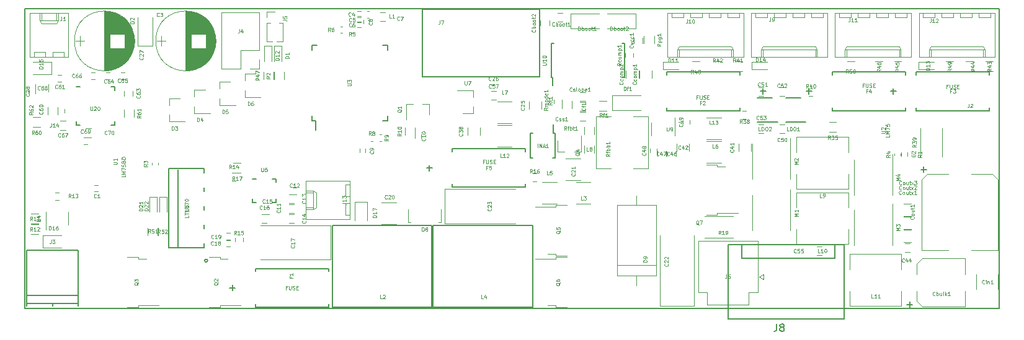
<source format=gbr>
G04 #@! TF.FileFunction,Legend,Top*
%FSLAX46Y46*%
G04 Gerber Fmt 4.6, Leading zero omitted, Abs format (unit mm)*
G04 Created by KiCad (PCBNEW 4.0.7) date 06/14/18 22:28:00*
%MOMM*%
%LPD*%
G01*
G04 APERTURE LIST*
%ADD10C,0.100000*%
%ADD11C,0.150000*%
%ADD12C,0.120000*%
%ADD13C,0.152400*%
%ADD14C,0.125000*%
G04 APERTURE END LIST*
D10*
D11*
X25000000Y-164000000D02*
X25000000Y-123000000D01*
X158000000Y-164000000D02*
X25000000Y-164000000D01*
X158000000Y-123000000D02*
X158000000Y-164000000D01*
X25000000Y-123000000D02*
X158000000Y-123000000D01*
D12*
X36590000Y-131780000D02*
X36090000Y-131780000D01*
X36090000Y-132720000D02*
X36590000Y-132720000D01*
X29450000Y-136770000D02*
X29450000Y-137270000D01*
X30390000Y-137270000D02*
X30390000Y-136770000D01*
X29510000Y-133010000D02*
X30010000Y-133010000D01*
X30010000Y-132070000D02*
X29510000Y-132070000D01*
X34540000Y-131780000D02*
X34040000Y-131780000D01*
X34040000Y-132720000D02*
X34540000Y-132720000D01*
X38640000Y-131780000D02*
X38140000Y-131780000D01*
X38140000Y-132720000D02*
X38640000Y-132720000D01*
X33510000Y-140640000D02*
X33010000Y-140640000D01*
X33010000Y-141580000D02*
X33510000Y-141580000D01*
X29450000Y-136540000D02*
X29450000Y-137540000D01*
X28090000Y-137540000D02*
X28090000Y-136540000D01*
X39750000Y-134270000D02*
X39750000Y-134970000D01*
X38550000Y-134970000D02*
X38550000Y-134270000D01*
X29840000Y-138400000D02*
X30540000Y-138400000D01*
X30540000Y-139600000D02*
X29840000Y-139600000D01*
X26460000Y-133380000D02*
X26460000Y-134380000D01*
X28160000Y-134380000D02*
X28160000Y-133380000D01*
X26080000Y-137860000D02*
X27080000Y-137860000D01*
X27080000Y-139220000D02*
X26080000Y-139220000D01*
X38520000Y-137820000D02*
X38520000Y-136820000D01*
X39880000Y-136820000D02*
X39880000Y-137820000D01*
D11*
X37275000Y-133685000D02*
X37275000Y-134210000D01*
X32025000Y-138935000D02*
X32025000Y-138410000D01*
X37275000Y-138935000D02*
X37275000Y-138410000D01*
X32025000Y-133685000D02*
X32550000Y-133685000D01*
X32025000Y-138935000D02*
X32550000Y-138935000D01*
X37275000Y-138935000D02*
X36750000Y-138935000D01*
X37275000Y-133685000D02*
X36750000Y-133685000D01*
X80550000Y-163850000D02*
X80550000Y-152650000D01*
X80550000Y-152650000D02*
X66950000Y-152650000D01*
X66950000Y-152650000D02*
X66950000Y-163850000D01*
X66950000Y-163850000D02*
X80550000Y-163850000D01*
D12*
X34480000Y-147190000D02*
X34980000Y-147190000D01*
X34980000Y-147990000D02*
X34480000Y-147990000D01*
X144640000Y-143170000D02*
X144640000Y-142670000D01*
X145440000Y-142670000D02*
X145440000Y-143170000D01*
X51040000Y-127450000D02*
G75*
G03X51040000Y-127450000I-4090000J0D01*
G01*
X46950000Y-123400000D02*
X46950000Y-131500000D01*
X46990000Y-123400000D02*
X46990000Y-131500000D01*
X47030000Y-123400000D02*
X47030000Y-131500000D01*
X47070000Y-123401000D02*
X47070000Y-131499000D01*
X47110000Y-123403000D02*
X47110000Y-131497000D01*
X47150000Y-123404000D02*
X47150000Y-131496000D01*
X47190000Y-123407000D02*
X47190000Y-131493000D01*
X47230000Y-123409000D02*
X47230000Y-131491000D01*
X47270000Y-123412000D02*
X47270000Y-131488000D01*
X47310000Y-123415000D02*
X47310000Y-131485000D01*
X47350000Y-123419000D02*
X47350000Y-131481000D01*
X47390000Y-123423000D02*
X47390000Y-131477000D01*
X47430000Y-123428000D02*
X47430000Y-131472000D01*
X47470000Y-123433000D02*
X47470000Y-131467000D01*
X47510000Y-123438000D02*
X47510000Y-131462000D01*
X47550000Y-123444000D02*
X47550000Y-131456000D01*
X47590000Y-123450000D02*
X47590000Y-131450000D01*
X47630000Y-123456000D02*
X47630000Y-131444000D01*
X47671000Y-123463000D02*
X47671000Y-131437000D01*
X47711000Y-123471000D02*
X47711000Y-131429000D01*
X47751000Y-123479000D02*
X47751000Y-126470000D01*
X47751000Y-128430000D02*
X47751000Y-131421000D01*
X47791000Y-123487000D02*
X47791000Y-126470000D01*
X47791000Y-128430000D02*
X47791000Y-131413000D01*
X47831000Y-123495000D02*
X47831000Y-126470000D01*
X47831000Y-128430000D02*
X47831000Y-131405000D01*
X47871000Y-123504000D02*
X47871000Y-126470000D01*
X47871000Y-128430000D02*
X47871000Y-131396000D01*
X47911000Y-123514000D02*
X47911000Y-126470000D01*
X47911000Y-128430000D02*
X47911000Y-131386000D01*
X47951000Y-123524000D02*
X47951000Y-126470000D01*
X47951000Y-128430000D02*
X47951000Y-131376000D01*
X47991000Y-123534000D02*
X47991000Y-126470000D01*
X47991000Y-128430000D02*
X47991000Y-131366000D01*
X48031000Y-123545000D02*
X48031000Y-126470000D01*
X48031000Y-128430000D02*
X48031000Y-131355000D01*
X48071000Y-123556000D02*
X48071000Y-126470000D01*
X48071000Y-128430000D02*
X48071000Y-131344000D01*
X48111000Y-123567000D02*
X48111000Y-126470000D01*
X48111000Y-128430000D02*
X48111000Y-131333000D01*
X48151000Y-123580000D02*
X48151000Y-126470000D01*
X48151000Y-128430000D02*
X48151000Y-131320000D01*
X48191000Y-123592000D02*
X48191000Y-126470000D01*
X48191000Y-128430000D02*
X48191000Y-131308000D01*
X48231000Y-123605000D02*
X48231000Y-126470000D01*
X48231000Y-128430000D02*
X48231000Y-131295000D01*
X48271000Y-123618000D02*
X48271000Y-126470000D01*
X48271000Y-128430000D02*
X48271000Y-131282000D01*
X48311000Y-123632000D02*
X48311000Y-126470000D01*
X48311000Y-128430000D02*
X48311000Y-131268000D01*
X48351000Y-123647000D02*
X48351000Y-126470000D01*
X48351000Y-128430000D02*
X48351000Y-131253000D01*
X48391000Y-123661000D02*
X48391000Y-126470000D01*
X48391000Y-128430000D02*
X48391000Y-131239000D01*
X48431000Y-123677000D02*
X48431000Y-126470000D01*
X48431000Y-128430000D02*
X48431000Y-131223000D01*
X48471000Y-123692000D02*
X48471000Y-126470000D01*
X48471000Y-128430000D02*
X48471000Y-131208000D01*
X48511000Y-123709000D02*
X48511000Y-126470000D01*
X48511000Y-128430000D02*
X48511000Y-131191000D01*
X48551000Y-123725000D02*
X48551000Y-126470000D01*
X48551000Y-128430000D02*
X48551000Y-131175000D01*
X48591000Y-123743000D02*
X48591000Y-126470000D01*
X48591000Y-128430000D02*
X48591000Y-131157000D01*
X48631000Y-123760000D02*
X48631000Y-126470000D01*
X48631000Y-128430000D02*
X48631000Y-131140000D01*
X48671000Y-123779000D02*
X48671000Y-126470000D01*
X48671000Y-128430000D02*
X48671000Y-131121000D01*
X48711000Y-123798000D02*
X48711000Y-126470000D01*
X48711000Y-128430000D02*
X48711000Y-131102000D01*
X48751000Y-123817000D02*
X48751000Y-126470000D01*
X48751000Y-128430000D02*
X48751000Y-131083000D01*
X48791000Y-123837000D02*
X48791000Y-126470000D01*
X48791000Y-128430000D02*
X48791000Y-131063000D01*
X48831000Y-123857000D02*
X48831000Y-126470000D01*
X48831000Y-128430000D02*
X48831000Y-131043000D01*
X48871000Y-123878000D02*
X48871000Y-126470000D01*
X48871000Y-128430000D02*
X48871000Y-131022000D01*
X48911000Y-123900000D02*
X48911000Y-126470000D01*
X48911000Y-128430000D02*
X48911000Y-131000000D01*
X48951000Y-123922000D02*
X48951000Y-126470000D01*
X48951000Y-128430000D02*
X48951000Y-130978000D01*
X48991000Y-123945000D02*
X48991000Y-126470000D01*
X48991000Y-128430000D02*
X48991000Y-130955000D01*
X49031000Y-123968000D02*
X49031000Y-126470000D01*
X49031000Y-128430000D02*
X49031000Y-130932000D01*
X49071000Y-123992000D02*
X49071000Y-126470000D01*
X49071000Y-128430000D02*
X49071000Y-130908000D01*
X49111000Y-124016000D02*
X49111000Y-126470000D01*
X49111000Y-128430000D02*
X49111000Y-130884000D01*
X49151000Y-124042000D02*
X49151000Y-126470000D01*
X49151000Y-128430000D02*
X49151000Y-130858000D01*
X49191000Y-124067000D02*
X49191000Y-126470000D01*
X49191000Y-128430000D02*
X49191000Y-130833000D01*
X49231000Y-124094000D02*
X49231000Y-126470000D01*
X49231000Y-128430000D02*
X49231000Y-130806000D01*
X49271000Y-124121000D02*
X49271000Y-126470000D01*
X49271000Y-128430000D02*
X49271000Y-130779000D01*
X49311000Y-124149000D02*
X49311000Y-126470000D01*
X49311000Y-128430000D02*
X49311000Y-130751000D01*
X49351000Y-124178000D02*
X49351000Y-126470000D01*
X49351000Y-128430000D02*
X49351000Y-130722000D01*
X49391000Y-124207000D02*
X49391000Y-126470000D01*
X49391000Y-128430000D02*
X49391000Y-130693000D01*
X49431000Y-124237000D02*
X49431000Y-126470000D01*
X49431000Y-128430000D02*
X49431000Y-130663000D01*
X49471000Y-124268000D02*
X49471000Y-126470000D01*
X49471000Y-128430000D02*
X49471000Y-130632000D01*
X49511000Y-124300000D02*
X49511000Y-126470000D01*
X49511000Y-128430000D02*
X49511000Y-130600000D01*
X49551000Y-124332000D02*
X49551000Y-126470000D01*
X49551000Y-128430000D02*
X49551000Y-130568000D01*
X49591000Y-124366000D02*
X49591000Y-126470000D01*
X49591000Y-128430000D02*
X49591000Y-130534000D01*
X49631000Y-124400000D02*
X49631000Y-126470000D01*
X49631000Y-128430000D02*
X49631000Y-130500000D01*
X49671000Y-124435000D02*
X49671000Y-126470000D01*
X49671000Y-128430000D02*
X49671000Y-130465000D01*
X49711000Y-124471000D02*
X49711000Y-130429000D01*
X49751000Y-124508000D02*
X49751000Y-130392000D01*
X49791000Y-124546000D02*
X49791000Y-130354000D01*
X49831000Y-124585000D02*
X49831000Y-130315000D01*
X49871000Y-124626000D02*
X49871000Y-130274000D01*
X49911000Y-124667000D02*
X49911000Y-130233000D01*
X49951000Y-124710000D02*
X49951000Y-130190000D01*
X49991000Y-124753000D02*
X49991000Y-130147000D01*
X50031000Y-124798000D02*
X50031000Y-130102000D01*
X50071000Y-124845000D02*
X50071000Y-130055000D01*
X50111000Y-124893000D02*
X50111000Y-130007000D01*
X50151000Y-124942000D02*
X50151000Y-129958000D01*
X50191000Y-124993000D02*
X50191000Y-129907000D01*
X50231000Y-125046000D02*
X50231000Y-129854000D01*
X50271000Y-125101000D02*
X50271000Y-129799000D01*
X50311000Y-125157000D02*
X50311000Y-129743000D01*
X50351000Y-125216000D02*
X50351000Y-129684000D01*
X50391000Y-125277000D02*
X50391000Y-129623000D01*
X50431000Y-125341000D02*
X50431000Y-129559000D01*
X50471000Y-125407000D02*
X50471000Y-129493000D01*
X50511000Y-125476000D02*
X50511000Y-129424000D01*
X50551000Y-125548000D02*
X50551000Y-129352000D01*
X50591000Y-125624000D02*
X50591000Y-129276000D01*
X50631000Y-125705000D02*
X50631000Y-129195000D01*
X50671000Y-125790000D02*
X50671000Y-129110000D01*
X50711000Y-125880000D02*
X50711000Y-129020000D01*
X50751000Y-125977000D02*
X50751000Y-128923000D01*
X50791000Y-126081000D02*
X50791000Y-128819000D01*
X50831000Y-126196000D02*
X50831000Y-128704000D01*
X50871000Y-126323000D02*
X50871000Y-128577000D01*
X50911000Y-126467000D02*
X50911000Y-128433000D01*
X50951000Y-126636000D02*
X50951000Y-128264000D01*
X50991000Y-126852000D02*
X50991000Y-128048000D01*
X51031000Y-127204000D02*
X51031000Y-127696000D01*
X43000000Y-127450000D02*
X44200000Y-127450000D01*
X43600000Y-126800000D02*
X43600000Y-128100000D01*
X70390000Y-123390000D02*
X70890000Y-123390000D01*
X70890000Y-124190000D02*
X70390000Y-124190000D01*
X70390000Y-124090000D02*
X70890000Y-124090000D01*
X70890000Y-124890000D02*
X70390000Y-124890000D01*
X70390000Y-124790000D02*
X70890000Y-124790000D01*
X70890000Y-125590000D02*
X70390000Y-125590000D01*
X73480000Y-123520000D02*
X74180000Y-123520000D01*
X74180000Y-124720000D02*
X73480000Y-124720000D01*
X72000000Y-124580000D02*
X72000000Y-125080000D01*
X71200000Y-125080000D02*
X71200000Y-124580000D01*
X70690000Y-142710000D02*
X70690000Y-142210000D01*
X71490000Y-142210000D02*
X71490000Y-142710000D01*
X79070000Y-140220000D02*
X79070000Y-140720000D01*
X78270000Y-140720000D02*
X78270000Y-140220000D01*
X61730000Y-151010000D02*
X61030000Y-151010000D01*
X61030000Y-149810000D02*
X61730000Y-149810000D01*
X62030000Y-147490000D02*
X61530000Y-147490000D01*
X61530000Y-148430000D02*
X62030000Y-148430000D01*
X61730000Y-149660000D02*
X61030000Y-149660000D01*
X61030000Y-148460000D02*
X61730000Y-148460000D01*
X61730000Y-152360000D02*
X61030000Y-152360000D01*
X61030000Y-151160000D02*
X61730000Y-151160000D01*
X58320000Y-150180000D02*
X57820000Y-150180000D01*
X57820000Y-151120000D02*
X58320000Y-151120000D01*
X58030000Y-152350000D02*
X57330000Y-152350000D01*
X57330000Y-151150000D02*
X58030000Y-151150000D01*
X66750000Y-157350000D02*
X57150000Y-157350000D01*
X66750000Y-152650000D02*
X57150000Y-152650000D01*
X66750000Y-157350000D02*
X66750000Y-152650000D01*
X52990000Y-154580000D02*
X52490000Y-154580000D01*
X52490000Y-155520000D02*
X52990000Y-155520000D01*
X52990000Y-153730000D02*
X52490000Y-153730000D01*
X52490000Y-154670000D02*
X52990000Y-154670000D01*
X111650000Y-163640000D02*
X111650000Y-154040000D01*
X116350000Y-163640000D02*
X116350000Y-154040000D01*
X111650000Y-163640000D02*
X116350000Y-163640000D01*
X82340000Y-147700000D02*
X91940000Y-147700000D01*
X82340000Y-152400000D02*
X91940000Y-152400000D01*
X82340000Y-147700000D02*
X82340000Y-152400000D01*
X89200000Y-134290000D02*
X88700000Y-134290000D01*
X88700000Y-133490000D02*
X89200000Y-133490000D01*
X39940000Y-127450000D02*
G75*
G03X39940000Y-127450000I-4090000J0D01*
G01*
X35850000Y-123400000D02*
X35850000Y-131500000D01*
X35890000Y-123400000D02*
X35890000Y-131500000D01*
X35930000Y-123400000D02*
X35930000Y-131500000D01*
X35970000Y-123401000D02*
X35970000Y-131499000D01*
X36010000Y-123403000D02*
X36010000Y-131497000D01*
X36050000Y-123404000D02*
X36050000Y-131496000D01*
X36090000Y-123407000D02*
X36090000Y-131493000D01*
X36130000Y-123409000D02*
X36130000Y-131491000D01*
X36170000Y-123412000D02*
X36170000Y-131488000D01*
X36210000Y-123415000D02*
X36210000Y-131485000D01*
X36250000Y-123419000D02*
X36250000Y-131481000D01*
X36290000Y-123423000D02*
X36290000Y-131477000D01*
X36330000Y-123428000D02*
X36330000Y-131472000D01*
X36370000Y-123433000D02*
X36370000Y-131467000D01*
X36410000Y-123438000D02*
X36410000Y-131462000D01*
X36450000Y-123444000D02*
X36450000Y-131456000D01*
X36490000Y-123450000D02*
X36490000Y-131450000D01*
X36530000Y-123456000D02*
X36530000Y-131444000D01*
X36571000Y-123463000D02*
X36571000Y-131437000D01*
X36611000Y-123471000D02*
X36611000Y-131429000D01*
X36651000Y-123479000D02*
X36651000Y-126470000D01*
X36651000Y-128430000D02*
X36651000Y-131421000D01*
X36691000Y-123487000D02*
X36691000Y-126470000D01*
X36691000Y-128430000D02*
X36691000Y-131413000D01*
X36731000Y-123495000D02*
X36731000Y-126470000D01*
X36731000Y-128430000D02*
X36731000Y-131405000D01*
X36771000Y-123504000D02*
X36771000Y-126470000D01*
X36771000Y-128430000D02*
X36771000Y-131396000D01*
X36811000Y-123514000D02*
X36811000Y-126470000D01*
X36811000Y-128430000D02*
X36811000Y-131386000D01*
X36851000Y-123524000D02*
X36851000Y-126470000D01*
X36851000Y-128430000D02*
X36851000Y-131376000D01*
X36891000Y-123534000D02*
X36891000Y-126470000D01*
X36891000Y-128430000D02*
X36891000Y-131366000D01*
X36931000Y-123545000D02*
X36931000Y-126470000D01*
X36931000Y-128430000D02*
X36931000Y-131355000D01*
X36971000Y-123556000D02*
X36971000Y-126470000D01*
X36971000Y-128430000D02*
X36971000Y-131344000D01*
X37011000Y-123567000D02*
X37011000Y-126470000D01*
X37011000Y-128430000D02*
X37011000Y-131333000D01*
X37051000Y-123580000D02*
X37051000Y-126470000D01*
X37051000Y-128430000D02*
X37051000Y-131320000D01*
X37091000Y-123592000D02*
X37091000Y-126470000D01*
X37091000Y-128430000D02*
X37091000Y-131308000D01*
X37131000Y-123605000D02*
X37131000Y-126470000D01*
X37131000Y-128430000D02*
X37131000Y-131295000D01*
X37171000Y-123618000D02*
X37171000Y-126470000D01*
X37171000Y-128430000D02*
X37171000Y-131282000D01*
X37211000Y-123632000D02*
X37211000Y-126470000D01*
X37211000Y-128430000D02*
X37211000Y-131268000D01*
X37251000Y-123647000D02*
X37251000Y-126470000D01*
X37251000Y-128430000D02*
X37251000Y-131253000D01*
X37291000Y-123661000D02*
X37291000Y-126470000D01*
X37291000Y-128430000D02*
X37291000Y-131239000D01*
X37331000Y-123677000D02*
X37331000Y-126470000D01*
X37331000Y-128430000D02*
X37331000Y-131223000D01*
X37371000Y-123692000D02*
X37371000Y-126470000D01*
X37371000Y-128430000D02*
X37371000Y-131208000D01*
X37411000Y-123709000D02*
X37411000Y-126470000D01*
X37411000Y-128430000D02*
X37411000Y-131191000D01*
X37451000Y-123725000D02*
X37451000Y-126470000D01*
X37451000Y-128430000D02*
X37451000Y-131175000D01*
X37491000Y-123743000D02*
X37491000Y-126470000D01*
X37491000Y-128430000D02*
X37491000Y-131157000D01*
X37531000Y-123760000D02*
X37531000Y-126470000D01*
X37531000Y-128430000D02*
X37531000Y-131140000D01*
X37571000Y-123779000D02*
X37571000Y-126470000D01*
X37571000Y-128430000D02*
X37571000Y-131121000D01*
X37611000Y-123798000D02*
X37611000Y-126470000D01*
X37611000Y-128430000D02*
X37611000Y-131102000D01*
X37651000Y-123817000D02*
X37651000Y-126470000D01*
X37651000Y-128430000D02*
X37651000Y-131083000D01*
X37691000Y-123837000D02*
X37691000Y-126470000D01*
X37691000Y-128430000D02*
X37691000Y-131063000D01*
X37731000Y-123857000D02*
X37731000Y-126470000D01*
X37731000Y-128430000D02*
X37731000Y-131043000D01*
X37771000Y-123878000D02*
X37771000Y-126470000D01*
X37771000Y-128430000D02*
X37771000Y-131022000D01*
X37811000Y-123900000D02*
X37811000Y-126470000D01*
X37811000Y-128430000D02*
X37811000Y-131000000D01*
X37851000Y-123922000D02*
X37851000Y-126470000D01*
X37851000Y-128430000D02*
X37851000Y-130978000D01*
X37891000Y-123945000D02*
X37891000Y-126470000D01*
X37891000Y-128430000D02*
X37891000Y-130955000D01*
X37931000Y-123968000D02*
X37931000Y-126470000D01*
X37931000Y-128430000D02*
X37931000Y-130932000D01*
X37971000Y-123992000D02*
X37971000Y-126470000D01*
X37971000Y-128430000D02*
X37971000Y-130908000D01*
X38011000Y-124016000D02*
X38011000Y-126470000D01*
X38011000Y-128430000D02*
X38011000Y-130884000D01*
X38051000Y-124042000D02*
X38051000Y-126470000D01*
X38051000Y-128430000D02*
X38051000Y-130858000D01*
X38091000Y-124067000D02*
X38091000Y-126470000D01*
X38091000Y-128430000D02*
X38091000Y-130833000D01*
X38131000Y-124094000D02*
X38131000Y-126470000D01*
X38131000Y-128430000D02*
X38131000Y-130806000D01*
X38171000Y-124121000D02*
X38171000Y-126470000D01*
X38171000Y-128430000D02*
X38171000Y-130779000D01*
X38211000Y-124149000D02*
X38211000Y-126470000D01*
X38211000Y-128430000D02*
X38211000Y-130751000D01*
X38251000Y-124178000D02*
X38251000Y-126470000D01*
X38251000Y-128430000D02*
X38251000Y-130722000D01*
X38291000Y-124207000D02*
X38291000Y-126470000D01*
X38291000Y-128430000D02*
X38291000Y-130693000D01*
X38331000Y-124237000D02*
X38331000Y-126470000D01*
X38331000Y-128430000D02*
X38331000Y-130663000D01*
X38371000Y-124268000D02*
X38371000Y-126470000D01*
X38371000Y-128430000D02*
X38371000Y-130632000D01*
X38411000Y-124300000D02*
X38411000Y-126470000D01*
X38411000Y-128430000D02*
X38411000Y-130600000D01*
X38451000Y-124332000D02*
X38451000Y-126470000D01*
X38451000Y-128430000D02*
X38451000Y-130568000D01*
X38491000Y-124366000D02*
X38491000Y-126470000D01*
X38491000Y-128430000D02*
X38491000Y-130534000D01*
X38531000Y-124400000D02*
X38531000Y-126470000D01*
X38531000Y-128430000D02*
X38531000Y-130500000D01*
X38571000Y-124435000D02*
X38571000Y-126470000D01*
X38571000Y-128430000D02*
X38571000Y-130465000D01*
X38611000Y-124471000D02*
X38611000Y-130429000D01*
X38651000Y-124508000D02*
X38651000Y-130392000D01*
X38691000Y-124546000D02*
X38691000Y-130354000D01*
X38731000Y-124585000D02*
X38731000Y-130315000D01*
X38771000Y-124626000D02*
X38771000Y-130274000D01*
X38811000Y-124667000D02*
X38811000Y-130233000D01*
X38851000Y-124710000D02*
X38851000Y-130190000D01*
X38891000Y-124753000D02*
X38891000Y-130147000D01*
X38931000Y-124798000D02*
X38931000Y-130102000D01*
X38971000Y-124845000D02*
X38971000Y-130055000D01*
X39011000Y-124893000D02*
X39011000Y-130007000D01*
X39051000Y-124942000D02*
X39051000Y-129958000D01*
X39091000Y-124993000D02*
X39091000Y-129907000D01*
X39131000Y-125046000D02*
X39131000Y-129854000D01*
X39171000Y-125101000D02*
X39171000Y-129799000D01*
X39211000Y-125157000D02*
X39211000Y-129743000D01*
X39251000Y-125216000D02*
X39251000Y-129684000D01*
X39291000Y-125277000D02*
X39291000Y-129623000D01*
X39331000Y-125341000D02*
X39331000Y-129559000D01*
X39371000Y-125407000D02*
X39371000Y-129493000D01*
X39411000Y-125476000D02*
X39411000Y-129424000D01*
X39451000Y-125548000D02*
X39451000Y-129352000D01*
X39491000Y-125624000D02*
X39491000Y-129276000D01*
X39531000Y-125705000D02*
X39531000Y-129195000D01*
X39571000Y-125790000D02*
X39571000Y-129110000D01*
X39611000Y-125880000D02*
X39611000Y-129020000D01*
X39651000Y-125977000D02*
X39651000Y-128923000D01*
X39691000Y-126081000D02*
X39691000Y-128819000D01*
X39731000Y-126196000D02*
X39731000Y-128704000D01*
X39771000Y-126323000D02*
X39771000Y-128577000D01*
X39811000Y-126467000D02*
X39811000Y-128433000D01*
X39851000Y-126636000D02*
X39851000Y-128264000D01*
X39891000Y-126852000D02*
X39891000Y-128048000D01*
X39931000Y-127204000D02*
X39931000Y-127696000D01*
X31900000Y-127450000D02*
X33100000Y-127450000D01*
X32500000Y-126800000D02*
X32500000Y-128100000D01*
X113850000Y-142500000D02*
X113850000Y-143200000D01*
X112650000Y-143200000D02*
X112650000Y-142500000D01*
X112500000Y-142500000D02*
X112500000Y-143200000D01*
X111300000Y-143200000D02*
X111300000Y-142500000D01*
X110330000Y-142200000D02*
X110330000Y-142700000D01*
X111270000Y-142700000D02*
X111270000Y-142200000D01*
X115760000Y-138780000D02*
X115760000Y-138280000D01*
X114820000Y-138280000D02*
X114820000Y-138780000D01*
X128010000Y-138870000D02*
X128710000Y-138870000D01*
X128710000Y-140070000D02*
X128010000Y-140070000D01*
X125850000Y-134970000D02*
X125150000Y-134970000D01*
X125150000Y-133770000D02*
X125850000Y-133770000D01*
X128000000Y-133770000D02*
X128700000Y-133770000D01*
X128700000Y-134970000D02*
X128000000Y-134970000D01*
X125860000Y-140070000D02*
X125160000Y-140070000D01*
X125160000Y-138870000D02*
X125860000Y-138870000D01*
X98420000Y-124850000D02*
X97720000Y-124850000D01*
X97720000Y-123650000D02*
X98420000Y-123650000D01*
X96570000Y-124650000D02*
X96570000Y-125350000D01*
X95370000Y-125350000D02*
X95370000Y-124650000D01*
X146750000Y-163040000D02*
X146750000Y-161620000D01*
X153350000Y-163800000D02*
X153350000Y-161620000D01*
X153350000Y-157200000D02*
X153350000Y-159380000D01*
X146750000Y-157960000D02*
X146750000Y-159380000D01*
X153350000Y-163800000D02*
X147510000Y-163800000D01*
X147510000Y-163800000D02*
X146750000Y-163040000D01*
X146750000Y-157960000D02*
X147510000Y-157200000D01*
X147510000Y-157200000D02*
X153350000Y-157200000D01*
X108890000Y-131510000D02*
X108890000Y-132510000D01*
X110590000Y-132510000D02*
X110590000Y-131510000D01*
X107060000Y-131510000D02*
X107060000Y-132510000D01*
X108760000Y-132510000D02*
X108760000Y-131510000D01*
X100790000Y-135790000D02*
X101490000Y-135790000D01*
X101490000Y-136990000D02*
X100790000Y-136990000D01*
X154830000Y-159390000D02*
X154830000Y-161390000D01*
X157790000Y-161390000D02*
X157790000Y-159390000D01*
X157040000Y-145610000D02*
X154150000Y-145610000D01*
X148140000Y-145610000D02*
X151030000Y-145610000D01*
X147380000Y-156030000D02*
X151030000Y-156030000D01*
X157800000Y-156030000D02*
X154150000Y-156030000D01*
X147380000Y-156030000D02*
X147380000Y-146370000D01*
X147380000Y-146370000D02*
X148140000Y-145610000D01*
X157040000Y-145610000D02*
X157800000Y-146370000D01*
X157800000Y-146370000D02*
X157800000Y-156030000D01*
X145990000Y-153280000D02*
X144990000Y-153280000D01*
X144990000Y-154980000D02*
X145990000Y-154980000D01*
X145990000Y-151480000D02*
X144990000Y-151480000D01*
X144990000Y-153180000D02*
X145990000Y-153180000D01*
X145990000Y-149680000D02*
X144990000Y-149680000D01*
X144990000Y-151380000D02*
X145990000Y-151380000D01*
X100780000Y-134430000D02*
X101480000Y-134430000D01*
X101480000Y-135630000D02*
X100780000Y-135630000D01*
X100790000Y-137150000D02*
X101490000Y-137150000D01*
X101490000Y-138350000D02*
X100790000Y-138350000D01*
X108100000Y-127750000D02*
X108100000Y-127050000D01*
X109300000Y-127050000D02*
X109300000Y-127750000D01*
X60040000Y-128150000D02*
X59040000Y-128150000D01*
X59040000Y-128150000D02*
X59040000Y-130250000D01*
X60040000Y-128150000D02*
X60040000Y-130250000D01*
X40400000Y-128100000D02*
X42400000Y-128100000D01*
X42400000Y-128100000D02*
X42400000Y-124250000D01*
X40400000Y-128100000D02*
X40400000Y-124250000D01*
X44670000Y-135310000D02*
X44670000Y-136240000D01*
X44670000Y-138470000D02*
X44670000Y-137540000D01*
X44670000Y-138470000D02*
X46830000Y-138470000D01*
X44670000Y-135310000D02*
X46130000Y-135310000D01*
X48130000Y-134160000D02*
X48130000Y-135090000D01*
X48130000Y-137320000D02*
X48130000Y-136390000D01*
X48130000Y-137320000D02*
X50290000Y-137320000D01*
X48130000Y-134160000D02*
X49590000Y-134160000D01*
X51580000Y-133060000D02*
X51580000Y-133990000D01*
X51580000Y-136220000D02*
X51580000Y-135290000D01*
X51580000Y-136220000D02*
X53740000Y-136220000D01*
X51580000Y-133060000D02*
X53040000Y-133060000D01*
X55030000Y-131970000D02*
X55030000Y-132900000D01*
X55030000Y-135130000D02*
X55030000Y-134200000D01*
X55030000Y-135130000D02*
X57190000Y-135130000D01*
X55030000Y-131970000D02*
X56490000Y-131970000D01*
X77330000Y-152250000D02*
X77680000Y-152250000D01*
X81480000Y-152250000D02*
X81830000Y-152250000D01*
X81830000Y-152250000D02*
X81830000Y-150500000D01*
X77330000Y-150500000D02*
X77330000Y-152250000D01*
X105825000Y-159555000D02*
X111155000Y-159555000D01*
X111155000Y-159555000D02*
X111155000Y-149905000D01*
X111155000Y-149905000D02*
X105825000Y-149905000D01*
X105825000Y-149905000D02*
X105825000Y-159555000D01*
X108490000Y-160870000D02*
X108490000Y-159555000D01*
X108490000Y-148590000D02*
X108490000Y-149905000D01*
X105825000Y-158065500D02*
X111155000Y-158065500D01*
X112140000Y-130350000D02*
X112140000Y-131350000D01*
X112140000Y-131350000D02*
X114240000Y-131350000D01*
X112140000Y-130350000D02*
X114240000Y-130350000D01*
X58690000Y-128150000D02*
X57690000Y-128150000D01*
X57690000Y-128150000D02*
X57690000Y-130250000D01*
X58690000Y-128150000D02*
X58690000Y-130250000D01*
X146990000Y-130350000D02*
X146990000Y-131350000D01*
X146990000Y-131350000D02*
X149090000Y-131350000D01*
X146990000Y-130350000D02*
X149090000Y-130350000D01*
X124220000Y-130350000D02*
X124220000Y-131350000D01*
X124220000Y-131350000D02*
X126320000Y-131350000D01*
X124220000Y-130350000D02*
X126320000Y-130350000D01*
X99520000Y-123750000D02*
X99520000Y-125750000D01*
X99520000Y-125750000D02*
X103370000Y-125750000D01*
X99520000Y-123750000D02*
X103370000Y-123750000D01*
X108360000Y-125750000D02*
X108360000Y-123750000D01*
X108360000Y-123750000D02*
X104510000Y-123750000D01*
X108360000Y-125750000D02*
X104510000Y-125750000D01*
X105170000Y-134890000D02*
X105170000Y-136890000D01*
X105170000Y-136890000D02*
X109020000Y-136890000D01*
X105170000Y-134890000D02*
X109020000Y-134890000D01*
D13*
X53700300Y-161210000D02*
X52938300Y-161210000D01*
X53319300Y-160829000D02*
X53319300Y-161591000D01*
X56468900Y-163851600D02*
X66451100Y-163851600D01*
X66451100Y-163851600D02*
X66451100Y-163447740D01*
X66451100Y-158568400D02*
X56468900Y-158568400D01*
X56468900Y-158568400D02*
X56468900Y-158972260D01*
X56468900Y-163447740D02*
X56468900Y-163851600D01*
X66451100Y-158972260D02*
X66451100Y-158568400D01*
X125389700Y-134340000D02*
X126151700Y-134340000D01*
X125770700Y-134721000D02*
X125770700Y-133959000D01*
X122621100Y-131698400D02*
X112638900Y-131698400D01*
X112638900Y-131698400D02*
X112638900Y-132102260D01*
X112638900Y-136981600D02*
X122621100Y-136981600D01*
X122621100Y-136981600D02*
X122621100Y-136577740D01*
X122621100Y-132102260D02*
X122621100Y-131698400D01*
X112638900Y-136577740D02*
X112638900Y-136981600D01*
X143920300Y-134330000D02*
X143158300Y-134330000D01*
X143539300Y-133949000D02*
X143539300Y-134711000D01*
X146688900Y-136971600D02*
X156671100Y-136971600D01*
X156671100Y-136971600D02*
X156671100Y-136567740D01*
X156671100Y-131688400D02*
X146688900Y-131688400D01*
X146688900Y-131688400D02*
X146688900Y-132092260D01*
X146688900Y-136567740D02*
X146688900Y-136971600D01*
X156671100Y-132092260D02*
X156671100Y-131688400D01*
X132420300Y-134330000D02*
X131658300Y-134330000D01*
X132039300Y-133949000D02*
X132039300Y-134711000D01*
X135188900Y-136971600D02*
X145171100Y-136971600D01*
X145171100Y-136971600D02*
X145171100Y-136567740D01*
X145171100Y-131688400D02*
X135188900Y-131688400D01*
X135188900Y-131688400D02*
X135188900Y-132092260D01*
X135188900Y-136567740D02*
X135188900Y-136971600D01*
X145171100Y-132092260D02*
X145171100Y-131688400D01*
D11*
X97345000Y-140055000D02*
X97120000Y-140055000D01*
X97345000Y-143405000D02*
X97045000Y-143405000D01*
X93995000Y-143405000D02*
X94295000Y-143405000D01*
X93995000Y-140055000D02*
X94295000Y-140055000D01*
X97345000Y-140055000D02*
X97345000Y-143405000D01*
X93995000Y-140055000D02*
X93995000Y-143405000D01*
X97120000Y-140055000D02*
X97120000Y-138830000D01*
D12*
X57020000Y-123540000D02*
X51820000Y-123540000D01*
X57020000Y-128680000D02*
X57020000Y-123540000D01*
X51820000Y-131280000D02*
X51820000Y-123540000D01*
X57020000Y-128680000D02*
X54420000Y-128680000D01*
X54420000Y-128680000D02*
X54420000Y-131280000D01*
X54420000Y-131280000D02*
X51820000Y-131280000D01*
X57020000Y-129950000D02*
X57020000Y-131280000D01*
X57020000Y-131280000D02*
X55690000Y-131280000D01*
X57980000Y-127485000D02*
X58782470Y-127485000D01*
X59397530Y-127485000D02*
X60200000Y-127485000D01*
X57980000Y-125010000D02*
X57980000Y-127485000D01*
X60200000Y-125010000D02*
X60200000Y-127485000D01*
X57980000Y-125010000D02*
X58526529Y-125010000D01*
X59653471Y-125010000D02*
X60200000Y-125010000D01*
X57980000Y-124250000D02*
X57980000Y-123490000D01*
X57980000Y-123490000D02*
X59090000Y-123490000D01*
X125020000Y-154780000D02*
X125020000Y-161820000D01*
X125020000Y-161820000D02*
X123820000Y-161820000D01*
X123820000Y-161820000D02*
X123820000Y-163520000D01*
X123820000Y-163520000D02*
X118120000Y-163520000D01*
X118120000Y-163520000D02*
X118120000Y-161820000D01*
X118120000Y-161820000D02*
X116920000Y-161820000D01*
X116920000Y-161820000D02*
X116920000Y-154780000D01*
X116920000Y-154780000D02*
X125020000Y-154780000D01*
X125220000Y-159700000D02*
X125820000Y-159400000D01*
X125820000Y-159400000D02*
X125820000Y-160000000D01*
X125820000Y-160000000D02*
X125220000Y-159700000D01*
D11*
X95230000Y-123150000D02*
X95230000Y-132350000D01*
X95230000Y-132350000D02*
X79230000Y-132350000D01*
X79230000Y-132350000D02*
X79230000Y-123150000D01*
X79230000Y-123150000D02*
X95230000Y-123150000D01*
D12*
X124150000Y-123630000D02*
X124150000Y-129630000D01*
X124150000Y-129630000D02*
X134510000Y-129630000D01*
X134510000Y-129630000D02*
X134510000Y-123630000D01*
X134510000Y-123630000D02*
X124150000Y-123630000D01*
X125520000Y-129630000D02*
X125520000Y-128630000D01*
X125520000Y-128630000D02*
X133140000Y-128630000D01*
X133140000Y-128630000D02*
X133140000Y-129630000D01*
X125520000Y-128630000D02*
X125770000Y-128200000D01*
X125770000Y-128200000D02*
X132890000Y-128200000D01*
X132890000Y-128200000D02*
X133140000Y-128630000D01*
X125770000Y-129630000D02*
X125770000Y-128630000D01*
X132890000Y-129630000D02*
X132890000Y-128630000D01*
X124720000Y-123630000D02*
X124720000Y-124250000D01*
X124720000Y-124250000D02*
X126320000Y-124250000D01*
X126320000Y-124250000D02*
X126320000Y-123630000D01*
X127260000Y-123630000D02*
X127260000Y-124250000D01*
X127260000Y-124250000D02*
X128860000Y-124250000D01*
X128860000Y-124250000D02*
X128860000Y-123630000D01*
X129800000Y-123630000D02*
X129800000Y-124250000D01*
X129800000Y-124250000D02*
X131400000Y-124250000D01*
X131400000Y-124250000D02*
X131400000Y-123630000D01*
X132340000Y-123630000D02*
X132340000Y-124250000D01*
X132340000Y-124250000D02*
X133940000Y-124250000D01*
X133940000Y-124250000D02*
X133940000Y-123630000D01*
X112710000Y-123630000D02*
X112710000Y-129630000D01*
X112710000Y-129630000D02*
X123070000Y-129630000D01*
X123070000Y-129630000D02*
X123070000Y-123630000D01*
X123070000Y-123630000D02*
X112710000Y-123630000D01*
X114080000Y-129630000D02*
X114080000Y-128630000D01*
X114080000Y-128630000D02*
X121700000Y-128630000D01*
X121700000Y-128630000D02*
X121700000Y-129630000D01*
X114080000Y-128630000D02*
X114330000Y-128200000D01*
X114330000Y-128200000D02*
X121450000Y-128200000D01*
X121450000Y-128200000D02*
X121700000Y-128630000D01*
X114330000Y-129630000D02*
X114330000Y-128630000D01*
X121450000Y-129630000D02*
X121450000Y-128630000D01*
X113280000Y-123630000D02*
X113280000Y-124250000D01*
X113280000Y-124250000D02*
X114880000Y-124250000D01*
X114880000Y-124250000D02*
X114880000Y-123630000D01*
X115820000Y-123630000D02*
X115820000Y-124250000D01*
X115820000Y-124250000D02*
X117420000Y-124250000D01*
X117420000Y-124250000D02*
X117420000Y-123630000D01*
X118360000Y-123630000D02*
X118360000Y-124250000D01*
X118360000Y-124250000D02*
X119960000Y-124250000D01*
X119960000Y-124250000D02*
X119960000Y-123630000D01*
X120900000Y-123630000D02*
X120900000Y-124250000D01*
X120900000Y-124250000D02*
X122500000Y-124250000D01*
X122500000Y-124250000D02*
X122500000Y-123630000D01*
X135580000Y-123630000D02*
X135580000Y-129630000D01*
X135580000Y-129630000D02*
X145940000Y-129630000D01*
X145940000Y-129630000D02*
X145940000Y-123630000D01*
X145940000Y-123630000D02*
X135580000Y-123630000D01*
X136950000Y-129630000D02*
X136950000Y-128630000D01*
X136950000Y-128630000D02*
X144570000Y-128630000D01*
X144570000Y-128630000D02*
X144570000Y-129630000D01*
X136950000Y-128630000D02*
X137200000Y-128200000D01*
X137200000Y-128200000D02*
X144320000Y-128200000D01*
X144320000Y-128200000D02*
X144570000Y-128630000D01*
X137200000Y-129630000D02*
X137200000Y-128630000D01*
X144320000Y-129630000D02*
X144320000Y-128630000D01*
X136150000Y-123630000D02*
X136150000Y-124250000D01*
X136150000Y-124250000D02*
X137750000Y-124250000D01*
X137750000Y-124250000D02*
X137750000Y-123630000D01*
X138690000Y-123630000D02*
X138690000Y-124250000D01*
X138690000Y-124250000D02*
X140290000Y-124250000D01*
X140290000Y-124250000D02*
X140290000Y-123630000D01*
X141230000Y-123630000D02*
X141230000Y-124250000D01*
X141230000Y-124250000D02*
X142830000Y-124250000D01*
X142830000Y-124250000D02*
X142830000Y-123630000D01*
X143770000Y-123630000D02*
X143770000Y-124250000D01*
X143770000Y-124250000D02*
X145370000Y-124250000D01*
X145370000Y-124250000D02*
X145370000Y-123630000D01*
X147030000Y-123630000D02*
X147030000Y-129630000D01*
X147030000Y-129630000D02*
X157390000Y-129630000D01*
X157390000Y-129630000D02*
X157390000Y-123630000D01*
X157390000Y-123630000D02*
X147030000Y-123630000D01*
X148400000Y-129630000D02*
X148400000Y-128630000D01*
X148400000Y-128630000D02*
X156020000Y-128630000D01*
X156020000Y-128630000D02*
X156020000Y-129630000D01*
X148400000Y-128630000D02*
X148650000Y-128200000D01*
X148650000Y-128200000D02*
X155770000Y-128200000D01*
X155770000Y-128200000D02*
X156020000Y-128630000D01*
X148650000Y-129630000D02*
X148650000Y-128630000D01*
X155770000Y-129630000D02*
X155770000Y-128630000D01*
X147600000Y-123630000D02*
X147600000Y-124250000D01*
X147600000Y-124250000D02*
X149200000Y-124250000D01*
X149200000Y-124250000D02*
X149200000Y-123630000D01*
X150140000Y-123630000D02*
X150140000Y-124250000D01*
X150140000Y-124250000D02*
X151740000Y-124250000D01*
X151740000Y-124250000D02*
X151740000Y-123630000D01*
X152680000Y-123630000D02*
X152680000Y-124250000D01*
X152680000Y-124250000D02*
X154280000Y-124250000D01*
X154280000Y-124250000D02*
X154280000Y-123630000D01*
X155220000Y-123630000D02*
X155220000Y-124250000D01*
X155220000Y-124250000D02*
X156820000Y-124250000D01*
X156820000Y-124250000D02*
X156820000Y-123630000D01*
X71940000Y-123400000D02*
X71700000Y-123400000D01*
X71700000Y-124280000D02*
X71940000Y-124280000D01*
X100240000Y-146720000D02*
X102240000Y-146720000D01*
X102240000Y-149680000D02*
X100240000Y-149680000D01*
D11*
X94290000Y-163850000D02*
X94290000Y-152650000D01*
X94290000Y-152650000D02*
X80690000Y-152650000D01*
X80690000Y-152650000D02*
X80690000Y-163850000D01*
X80690000Y-163850000D02*
X94290000Y-163850000D01*
D12*
X97590000Y-149680000D02*
X95590000Y-149680000D01*
X95590000Y-146720000D02*
X97590000Y-146720000D01*
X108000000Y-144850000D02*
X110050000Y-144850000D01*
X110050000Y-144850000D02*
X110050000Y-137750000D01*
X110050000Y-137750000D02*
X108000000Y-137750000D01*
X105000000Y-144850000D02*
X102950000Y-144850000D01*
X102950000Y-144850000D02*
X102950000Y-137750000D01*
X102950000Y-137750000D02*
X105000000Y-137750000D01*
X137400000Y-142650000D02*
X137400000Y-140600000D01*
X137400000Y-140600000D02*
X130300000Y-140600000D01*
X130300000Y-140600000D02*
X130300000Y-142650000D01*
X137400000Y-145650000D02*
X137400000Y-147700000D01*
X137400000Y-147700000D02*
X130300000Y-147700000D01*
X130300000Y-147700000D02*
X130300000Y-145650000D01*
X137400000Y-150200000D02*
X137400000Y-148150000D01*
X137400000Y-148150000D02*
X130300000Y-148150000D01*
X130300000Y-148150000D02*
X130300000Y-150200000D01*
X137400000Y-153200000D02*
X137400000Y-155250000D01*
X137400000Y-155250000D02*
X130300000Y-155250000D01*
X130300000Y-155250000D02*
X130300000Y-153200000D01*
X144650000Y-158650000D02*
X144650000Y-156600000D01*
X144650000Y-156600000D02*
X137550000Y-156600000D01*
X137550000Y-156600000D02*
X137550000Y-158650000D01*
X144650000Y-161650000D02*
X144650000Y-163700000D01*
X144650000Y-163700000D02*
X137550000Y-163700000D01*
X137550000Y-163700000D02*
X137550000Y-161650000D01*
D11*
X130885000Y-135270000D02*
X128835000Y-135270000D01*
X131590000Y-138570000D02*
X128835000Y-138570000D01*
X127035000Y-135270000D02*
X124985000Y-135270000D01*
X127740000Y-138570000D02*
X124985000Y-138570000D01*
D12*
X124300000Y-153360000D02*
X124300000Y-148560000D01*
X129500000Y-153360000D02*
X129500000Y-147760000D01*
X124300000Y-146310000D02*
X124300000Y-141510000D01*
X129500000Y-146310000D02*
X129500000Y-140710000D01*
X138190000Y-155350000D02*
X138190000Y-150550000D01*
X143390000Y-155350000D02*
X143390000Y-149750000D01*
X138190000Y-148500000D02*
X138190000Y-143700000D01*
X143390000Y-148500000D02*
X143390000Y-142900000D01*
X80220000Y-136040000D02*
X79290000Y-136040000D01*
X77060000Y-136040000D02*
X77990000Y-136040000D01*
X77060000Y-136040000D02*
X77060000Y-138200000D01*
X80220000Y-136040000D02*
X80220000Y-137500000D01*
X50110000Y-163850000D02*
X51610000Y-163850000D01*
X51610000Y-163850000D02*
X51610000Y-163580000D01*
X51610000Y-163580000D02*
X54440000Y-163580000D01*
X50110000Y-156950000D02*
X51610000Y-156950000D01*
X51610000Y-156950000D02*
X51610000Y-157220000D01*
X51610000Y-157220000D02*
X52710000Y-157220000D01*
X38960000Y-163850000D02*
X40460000Y-163850000D01*
X40460000Y-163850000D02*
X40460000Y-163580000D01*
X40460000Y-163580000D02*
X43290000Y-163580000D01*
X38960000Y-156950000D02*
X40460000Y-156950000D01*
X40460000Y-156950000D02*
X40460000Y-157220000D01*
X40460000Y-157220000D02*
X41560000Y-157220000D01*
X97740000Y-142560000D02*
X98670000Y-142560000D01*
X100900000Y-142560000D02*
X99970000Y-142560000D01*
X100900000Y-142560000D02*
X100900000Y-140400000D01*
X97740000Y-142560000D02*
X97740000Y-141100000D01*
X98970000Y-149900000D02*
X97470000Y-149900000D01*
X97470000Y-149900000D02*
X97470000Y-150170000D01*
X97470000Y-150170000D02*
X94640000Y-150170000D01*
X98970000Y-156800000D02*
X97470000Y-156800000D01*
X97470000Y-156800000D02*
X97470000Y-156530000D01*
X97470000Y-156530000D02*
X96370000Y-156530000D01*
X98970000Y-156950000D02*
X97470000Y-156950000D01*
X97470000Y-156950000D02*
X97470000Y-157220000D01*
X97470000Y-157220000D02*
X94640000Y-157220000D01*
X98970000Y-163850000D02*
X97470000Y-163850000D01*
X97470000Y-163850000D02*
X97470000Y-163580000D01*
X97470000Y-163580000D02*
X96370000Y-163580000D01*
X118010000Y-151250000D02*
X119510000Y-151250000D01*
X119510000Y-151250000D02*
X119510000Y-150980000D01*
X119510000Y-150980000D02*
X122340000Y-150980000D01*
X118010000Y-144350000D02*
X119510000Y-144350000D01*
X119510000Y-144350000D02*
X119510000Y-144620000D01*
X119510000Y-144620000D02*
X120610000Y-144620000D01*
X146350000Y-143070000D02*
X146350000Y-142830000D01*
X145470000Y-142830000D02*
X145470000Y-143070000D01*
X60370000Y-131700000D02*
X60370000Y-132700000D01*
X59010000Y-132700000D02*
X59010000Y-131700000D01*
X42300000Y-144100000D02*
X42300000Y-144340000D01*
X43180000Y-144340000D02*
X43180000Y-144100000D01*
X143680000Y-142840000D02*
X143680000Y-143080000D01*
X144560000Y-143080000D02*
X144560000Y-142840000D01*
X69530000Y-126370000D02*
X69770000Y-126370000D01*
X69770000Y-125490000D02*
X69530000Y-125490000D01*
X68350000Y-125490000D02*
X68110000Y-125490000D01*
X68110000Y-126370000D02*
X68350000Y-126370000D01*
X72470000Y-140270000D02*
X72230000Y-140270000D01*
X72230000Y-141150000D02*
X72470000Y-141150000D01*
X73390000Y-141140000D02*
X73630000Y-141140000D01*
X73630000Y-140260000D02*
X73390000Y-140260000D01*
X78270000Y-139300000D02*
X78270000Y-140300000D01*
X76910000Y-140300000D02*
X76910000Y-139300000D01*
X26850000Y-153870000D02*
X25850000Y-153870000D01*
X25850000Y-152510000D02*
X26850000Y-152510000D01*
X25850000Y-151060000D02*
X26850000Y-151060000D01*
X26850000Y-152420000D02*
X25850000Y-152420000D01*
X29600000Y-148170000D02*
X29100000Y-148170000D01*
X29100000Y-149230000D02*
X29600000Y-149230000D01*
X53750000Y-145480000D02*
X53250000Y-145480000D01*
X53250000Y-146540000D02*
X53750000Y-146540000D01*
X53710000Y-154400000D02*
X53710000Y-154900000D01*
X54770000Y-154900000D02*
X54770000Y-154400000D01*
X94820000Y-145570000D02*
X94320000Y-145570000D01*
X94320000Y-146630000D02*
X94820000Y-146630000D01*
X53450000Y-144130000D02*
X54450000Y-144130000D01*
X54450000Y-145490000D02*
X53450000Y-145490000D01*
X121690000Y-154330000D02*
X117790000Y-154330000D01*
X117790000Y-151370000D02*
X121690000Y-151370000D01*
X122980000Y-138070000D02*
X123480000Y-138070000D01*
X123480000Y-137010000D02*
X122980000Y-137010000D01*
X150170000Y-139370000D02*
X150170000Y-143270000D01*
X147210000Y-143270000D02*
X147210000Y-139370000D01*
X132520000Y-133930000D02*
X132020000Y-133930000D01*
X132020000Y-134990000D02*
X132520000Y-134990000D01*
X122900000Y-131580000D02*
X121900000Y-131580000D01*
X121900000Y-130220000D02*
X122900000Y-130220000D01*
X120070000Y-131580000D02*
X119070000Y-131580000D01*
X119070000Y-130220000D02*
X120070000Y-130220000D01*
X156150000Y-130220000D02*
X157150000Y-130220000D01*
X157150000Y-131580000D02*
X156150000Y-131580000D01*
X153440000Y-130220000D02*
X154440000Y-130220000D01*
X154440000Y-131580000D02*
X153440000Y-131580000D01*
X143650000Y-130220000D02*
X144650000Y-130220000D01*
X144650000Y-131580000D02*
X143650000Y-131580000D01*
X141100000Y-130220000D02*
X142100000Y-130220000D01*
X142100000Y-131580000D02*
X141100000Y-131580000D01*
X58920000Y-131700000D02*
X58920000Y-132700000D01*
X57560000Y-132700000D02*
X57560000Y-131700000D01*
X116090000Y-130220000D02*
X117090000Y-130220000D01*
X117090000Y-131580000D02*
X116090000Y-131580000D01*
X150700000Y-130220000D02*
X151700000Y-130220000D01*
X151700000Y-131580000D02*
X150700000Y-131580000D01*
X137290000Y-130220000D02*
X138290000Y-130220000D01*
X138290000Y-131580000D02*
X137290000Y-131580000D01*
X106960000Y-129150000D02*
X106960000Y-129650000D01*
X108020000Y-129650000D02*
X108020000Y-129150000D01*
X103360000Y-135660000D02*
X104360000Y-135660000D01*
X104360000Y-137020000D02*
X103360000Y-137020000D01*
X102680000Y-141750000D02*
X102680000Y-142750000D01*
X101320000Y-142750000D02*
X101320000Y-141750000D01*
X101320000Y-140200000D02*
X101320000Y-139200000D01*
X102680000Y-139200000D02*
X102680000Y-140200000D01*
X98280000Y-136690000D02*
X98280000Y-135690000D01*
X99640000Y-135690000D02*
X99640000Y-136690000D01*
X109520000Y-127750000D02*
X109520000Y-126750000D01*
X110880000Y-126750000D02*
X110880000Y-127750000D01*
X98280000Y-135990000D02*
X98280000Y-135490000D01*
X97220000Y-135490000D02*
X97220000Y-135990000D01*
D11*
X64155000Y-138365000D02*
X64730000Y-138365000D01*
X64155000Y-128015000D02*
X64830000Y-128015000D01*
X74505000Y-128015000D02*
X73830000Y-128015000D01*
X74505000Y-138365000D02*
X73830000Y-138365000D01*
X64155000Y-138365000D02*
X64155000Y-137690000D01*
X74505000Y-138365000D02*
X74505000Y-137690000D01*
X74505000Y-128015000D02*
X74505000Y-128690000D01*
X64155000Y-128015000D02*
X64155000Y-128690000D01*
X64730000Y-138365000D02*
X64730000Y-139640000D01*
D12*
X30910000Y-152610000D02*
X30910000Y-150850000D01*
X27840000Y-150850000D02*
X27840000Y-153280000D01*
D11*
X59275000Y-146285000D02*
X59275000Y-146785000D01*
X56025000Y-149535000D02*
X56025000Y-149035000D01*
X59275000Y-149535000D02*
X59275000Y-149035000D01*
X56025000Y-146285000D02*
X56525000Y-146285000D01*
X56025000Y-149535000D02*
X56525000Y-149535000D01*
X59275000Y-149535000D02*
X58775000Y-149535000D01*
X59275000Y-146285000D02*
X58775000Y-146285000D01*
D13*
X45924000Y-155580500D02*
X45924000Y-145039500D01*
X49480000Y-155707500D02*
X49480000Y-155151240D01*
X49480000Y-144912500D02*
X44654000Y-144912500D01*
X44654000Y-144912500D02*
X44654000Y-155707500D01*
X44654000Y-155707500D02*
X49480000Y-155707500D01*
X49480000Y-153088760D02*
X49480000Y-152579470D01*
X49480000Y-150580530D02*
X49480000Y-150039470D01*
X49480000Y-148040530D02*
X49480000Y-147499470D01*
X49480000Y-145500530D02*
X49480000Y-144912500D01*
X49937200Y-157485500D02*
G75*
G03X49937200Y-157485500I-203200J0D01*
G01*
D12*
X86180000Y-137340000D02*
X86180000Y-136410000D01*
X86180000Y-134180000D02*
X86180000Y-135110000D01*
X86180000Y-134180000D02*
X84020000Y-134180000D01*
X86180000Y-137340000D02*
X84720000Y-137340000D01*
X110490000Y-138600000D02*
X110490000Y-140400000D01*
X113710000Y-140400000D02*
X113710000Y-137950000D01*
D11*
X96845000Y-132435000D02*
X97070000Y-132435000D01*
X96845000Y-127785000D02*
X97170000Y-127785000D01*
X106845800Y-127785000D02*
X106520800Y-127785000D01*
X106845800Y-132435000D02*
X106520800Y-132435000D01*
X96845000Y-132435000D02*
X96845000Y-127785000D01*
X106845800Y-132435000D02*
X106845800Y-127785000D01*
X97070000Y-132435000D02*
X97070000Y-133510000D01*
D13*
X80570300Y-144800000D02*
X79808300Y-144800000D01*
X80189300Y-144419000D02*
X80189300Y-145181000D01*
X83338900Y-147441600D02*
X93321100Y-147441600D01*
X93321100Y-147441600D02*
X93321100Y-147037740D01*
X93321100Y-142158400D02*
X83338900Y-142158400D01*
X83338900Y-142158400D02*
X83338900Y-142562260D01*
X83338900Y-147037740D02*
X83338900Y-147441600D01*
X93321100Y-142562260D02*
X93321100Y-142158400D01*
D12*
X69350000Y-146550000D02*
X63350000Y-146550000D01*
X63350000Y-146550000D02*
X63350000Y-151830000D01*
X63350000Y-151830000D02*
X69350000Y-151830000D01*
X69350000Y-151830000D02*
X69350000Y-146550000D01*
X63350000Y-147920000D02*
X64350000Y-147920000D01*
X64350000Y-147920000D02*
X64350000Y-150460000D01*
X64350000Y-150460000D02*
X63350000Y-150460000D01*
X64350000Y-147920000D02*
X64780000Y-148170000D01*
X64780000Y-148170000D02*
X64780000Y-150210000D01*
X64780000Y-150210000D02*
X64350000Y-150460000D01*
X63350000Y-148170000D02*
X64350000Y-148170000D01*
X63350000Y-150210000D02*
X64350000Y-150210000D01*
X69350000Y-147120000D02*
X68730000Y-147120000D01*
X68730000Y-147120000D02*
X68730000Y-148720000D01*
X68730000Y-148720000D02*
X69350000Y-148720000D01*
X69350000Y-149660000D02*
X68730000Y-149660000D01*
X68730000Y-149660000D02*
X68730000Y-151260000D01*
X68730000Y-151260000D02*
X69350000Y-151260000D01*
X30920000Y-129620000D02*
X30920000Y-123620000D01*
X30920000Y-123620000D02*
X25640000Y-123620000D01*
X25640000Y-123620000D02*
X25640000Y-129620000D01*
X25640000Y-129620000D02*
X30920000Y-129620000D01*
X29550000Y-123620000D02*
X29550000Y-124620000D01*
X29550000Y-124620000D02*
X27010000Y-124620000D01*
X27010000Y-124620000D02*
X27010000Y-123620000D01*
X29550000Y-124620000D02*
X29300000Y-125050000D01*
X29300000Y-125050000D02*
X27260000Y-125050000D01*
X27260000Y-125050000D02*
X27010000Y-124620000D01*
X29300000Y-123620000D02*
X29300000Y-124620000D01*
X27260000Y-123620000D02*
X27260000Y-124620000D01*
X30350000Y-129620000D02*
X30350000Y-129000000D01*
X30350000Y-129000000D02*
X28750000Y-129000000D01*
X28750000Y-129000000D02*
X28750000Y-129620000D01*
X27810000Y-129620000D02*
X27810000Y-129000000D01*
X27810000Y-129000000D02*
X26210000Y-129000000D01*
X26210000Y-129000000D02*
X26210000Y-129620000D01*
D11*
X28750000Y-163300000D02*
X28750000Y-163700000D01*
X25250000Y-162200000D02*
X32250000Y-162200000D01*
X25250000Y-163300000D02*
X32250000Y-163300000D01*
X25250000Y-156100000D02*
X25250000Y-163700000D01*
X32250000Y-163700000D02*
X32250000Y-156100000D01*
X32250000Y-156100000D02*
X25250000Y-156100000D01*
D12*
X28660000Y-132000000D02*
X28660000Y-130300000D01*
X28660000Y-130300000D02*
X26110000Y-130300000D01*
X28660000Y-132000000D02*
X26110000Y-132000000D01*
X27400000Y-154050000D02*
X27400000Y-155750000D01*
X27400000Y-155750000D02*
X29950000Y-155750000D01*
X27400000Y-154050000D02*
X29950000Y-154050000D01*
X71730000Y-149450000D02*
X70030000Y-149450000D01*
X70030000Y-149450000D02*
X70030000Y-152000000D01*
X71730000Y-149450000D02*
X71730000Y-152000000D01*
X43040000Y-148740000D02*
X42040000Y-148740000D01*
X42040000Y-148740000D02*
X42040000Y-150840000D01*
X43040000Y-148740000D02*
X43040000Y-150840000D01*
X44390000Y-148750000D02*
X43390000Y-148750000D01*
X43390000Y-148750000D02*
X43390000Y-150850000D01*
X44390000Y-148750000D02*
X44390000Y-150850000D01*
X43070000Y-152990000D02*
X43070000Y-153990000D01*
X41710000Y-153990000D02*
X41710000Y-152990000D01*
X44520000Y-153000000D02*
X44520000Y-154000000D01*
X43160000Y-154000000D02*
X43160000Y-153000000D01*
X75670000Y-149570000D02*
X73670000Y-149570000D01*
X73670000Y-152530000D02*
X75670000Y-152530000D01*
X98820000Y-146530000D02*
X100820000Y-146530000D01*
X100820000Y-143570000D02*
X98820000Y-143570000D01*
X93850000Y-135780000D02*
X93850000Y-136780000D01*
X95550000Y-136780000D02*
X95550000Y-135780000D01*
X85400000Y-139310000D02*
X85400000Y-140310000D01*
X87100000Y-140310000D02*
X87100000Y-139310000D01*
X122430000Y-141510000D02*
X122430000Y-142510000D01*
X124130000Y-142510000D02*
X124130000Y-141510000D01*
X113980000Y-141500000D02*
X113980000Y-142500000D01*
X115680000Y-142500000D02*
X115680000Y-141500000D01*
X145790000Y-156300000D02*
X145090000Y-156300000D01*
X145090000Y-155100000D02*
X145790000Y-155100000D01*
X133120000Y-155530000D02*
X133820000Y-155530000D01*
X133820000Y-156730000D02*
X133120000Y-156730000D01*
X88620000Y-134310000D02*
X89320000Y-134310000D01*
X89320000Y-135510000D02*
X88620000Y-135510000D01*
X120050000Y-144130000D02*
X118050000Y-144130000D01*
X118050000Y-141170000D02*
X120050000Y-141170000D01*
X91470000Y-138690000D02*
X89470000Y-138690000D01*
X89470000Y-135730000D02*
X91470000Y-135730000D01*
X89470000Y-138980000D02*
X91470000Y-138980000D01*
X91470000Y-141940000D02*
X89470000Y-141940000D01*
X120050000Y-140880000D02*
X118050000Y-140880000D01*
X118050000Y-137920000D02*
X120050000Y-137920000D01*
X25510000Y-134150000D02*
X25510000Y-134650000D01*
X26450000Y-134650000D02*
X26450000Y-134150000D01*
X134760000Y-138560000D02*
X135760000Y-138560000D01*
X135760000Y-139920000D02*
X134760000Y-139920000D01*
X34010000Y-140610000D02*
X33310000Y-140610000D01*
X33310000Y-139410000D02*
X34010000Y-139410000D01*
D11*
X135585000Y-155270000D02*
X135585000Y-157175000D01*
X135585000Y-157175000D02*
X122885000Y-157175000D01*
X122885000Y-157175000D02*
X122885000Y-155270000D01*
X136855000Y-165430000D02*
X120980000Y-165430000D01*
X120980000Y-165430000D02*
X120980000Y-155270000D01*
X120980000Y-155270000D02*
X136855000Y-155270000D01*
X136855000Y-165430000D02*
X136855000Y-155270000D01*
D14*
X36098572Y-133158571D02*
X36074762Y-133182381D01*
X36003334Y-133206190D01*
X35955715Y-133206190D01*
X35884286Y-133182381D01*
X35836667Y-133134762D01*
X35812858Y-133087143D01*
X35789048Y-132991905D01*
X35789048Y-132920476D01*
X35812858Y-132825238D01*
X35836667Y-132777619D01*
X35884286Y-132730000D01*
X35955715Y-132706190D01*
X36003334Y-132706190D01*
X36074762Y-132730000D01*
X36098572Y-132753810D01*
X36527143Y-132706190D02*
X36431905Y-132706190D01*
X36384286Y-132730000D01*
X36360477Y-132753810D01*
X36312858Y-132825238D01*
X36289048Y-132920476D01*
X36289048Y-133110952D01*
X36312858Y-133158571D01*
X36336667Y-133182381D01*
X36384286Y-133206190D01*
X36479524Y-133206190D01*
X36527143Y-133182381D01*
X36550953Y-133158571D01*
X36574762Y-133110952D01*
X36574762Y-132991905D01*
X36550953Y-132944286D01*
X36527143Y-132920476D01*
X36479524Y-132896667D01*
X36384286Y-132896667D01*
X36336667Y-132920476D01*
X36312858Y-132944286D01*
X36289048Y-132991905D01*
X37003333Y-132872857D02*
X37003333Y-133206190D01*
X36884286Y-132682381D02*
X36765238Y-133039524D01*
X37074762Y-133039524D01*
X27388571Y-137121428D02*
X27412381Y-137145238D01*
X27436190Y-137216666D01*
X27436190Y-137264285D01*
X27412381Y-137335714D01*
X27364762Y-137383333D01*
X27317143Y-137407142D01*
X27221905Y-137430952D01*
X27150476Y-137430952D01*
X27055238Y-137407142D01*
X27007619Y-137383333D01*
X26960000Y-137335714D01*
X26936190Y-137264285D01*
X26936190Y-137216666D01*
X26960000Y-137145238D01*
X26983810Y-137121428D01*
X26936190Y-136692857D02*
X26936190Y-136788095D01*
X26960000Y-136835714D01*
X26983810Y-136859523D01*
X27055238Y-136907142D01*
X27150476Y-136930952D01*
X27340952Y-136930952D01*
X27388571Y-136907142D01*
X27412381Y-136883333D01*
X27436190Y-136835714D01*
X27436190Y-136740476D01*
X27412381Y-136692857D01*
X27388571Y-136669047D01*
X27340952Y-136645238D01*
X27221905Y-136645238D01*
X27174286Y-136669047D01*
X27150476Y-136692857D01*
X27126667Y-136740476D01*
X27126667Y-136835714D01*
X27150476Y-136883333D01*
X27174286Y-136907142D01*
X27221905Y-136930952D01*
X26936190Y-136335714D02*
X26936190Y-136288095D01*
X26960000Y-136240476D01*
X26983810Y-136216667D01*
X27031429Y-136192857D01*
X27126667Y-136169048D01*
X27245714Y-136169048D01*
X27340952Y-136192857D01*
X27388571Y-136216667D01*
X27412381Y-136240476D01*
X27436190Y-136288095D01*
X27436190Y-136335714D01*
X27412381Y-136383333D01*
X27388571Y-136407143D01*
X27340952Y-136430952D01*
X27245714Y-136454762D01*
X27126667Y-136454762D01*
X27031429Y-136430952D01*
X26983810Y-136407143D01*
X26960000Y-136383333D01*
X26936190Y-136335714D01*
X29428572Y-133878571D02*
X29404762Y-133902381D01*
X29333334Y-133926190D01*
X29285715Y-133926190D01*
X29214286Y-133902381D01*
X29166667Y-133854762D01*
X29142858Y-133807143D01*
X29119048Y-133711905D01*
X29119048Y-133640476D01*
X29142858Y-133545238D01*
X29166667Y-133497619D01*
X29214286Y-133450000D01*
X29285715Y-133426190D01*
X29333334Y-133426190D01*
X29404762Y-133450000D01*
X29428572Y-133473810D01*
X29857143Y-133426190D02*
X29761905Y-133426190D01*
X29714286Y-133450000D01*
X29690477Y-133473810D01*
X29642858Y-133545238D01*
X29619048Y-133640476D01*
X29619048Y-133830952D01*
X29642858Y-133878571D01*
X29666667Y-133902381D01*
X29714286Y-133926190D01*
X29809524Y-133926190D01*
X29857143Y-133902381D01*
X29880953Y-133878571D01*
X29904762Y-133830952D01*
X29904762Y-133711905D01*
X29880953Y-133664286D01*
X29857143Y-133640476D01*
X29809524Y-133616667D01*
X29714286Y-133616667D01*
X29666667Y-133640476D01*
X29642858Y-133664286D01*
X29619048Y-133711905D01*
X30380952Y-133926190D02*
X30095238Y-133926190D01*
X30238095Y-133926190D02*
X30238095Y-133426190D01*
X30190476Y-133497619D01*
X30142857Y-133545238D01*
X30095238Y-133569048D01*
X31758572Y-132408571D02*
X31734762Y-132432381D01*
X31663334Y-132456190D01*
X31615715Y-132456190D01*
X31544286Y-132432381D01*
X31496667Y-132384762D01*
X31472858Y-132337143D01*
X31449048Y-132241905D01*
X31449048Y-132170476D01*
X31472858Y-132075238D01*
X31496667Y-132027619D01*
X31544286Y-131980000D01*
X31615715Y-131956190D01*
X31663334Y-131956190D01*
X31734762Y-131980000D01*
X31758572Y-132003810D01*
X32187143Y-131956190D02*
X32091905Y-131956190D01*
X32044286Y-131980000D01*
X32020477Y-132003810D01*
X31972858Y-132075238D01*
X31949048Y-132170476D01*
X31949048Y-132360952D01*
X31972858Y-132408571D01*
X31996667Y-132432381D01*
X32044286Y-132456190D01*
X32139524Y-132456190D01*
X32187143Y-132432381D01*
X32210953Y-132408571D01*
X32234762Y-132360952D01*
X32234762Y-132241905D01*
X32210953Y-132194286D01*
X32187143Y-132170476D01*
X32139524Y-132146667D01*
X32044286Y-132146667D01*
X31996667Y-132170476D01*
X31972858Y-132194286D01*
X31949048Y-132241905D01*
X32663333Y-131956190D02*
X32568095Y-131956190D01*
X32520476Y-131980000D01*
X32496667Y-132003810D01*
X32449048Y-132075238D01*
X32425238Y-132170476D01*
X32425238Y-132360952D01*
X32449048Y-132408571D01*
X32472857Y-132432381D01*
X32520476Y-132456190D01*
X32615714Y-132456190D01*
X32663333Y-132432381D01*
X32687143Y-132408571D01*
X32710952Y-132360952D01*
X32710952Y-132241905D01*
X32687143Y-132194286D01*
X32663333Y-132170476D01*
X32615714Y-132146667D01*
X32520476Y-132146667D01*
X32472857Y-132170476D01*
X32449048Y-132194286D01*
X32425238Y-132241905D01*
X38008572Y-133048571D02*
X37984762Y-133072381D01*
X37913334Y-133096190D01*
X37865715Y-133096190D01*
X37794286Y-133072381D01*
X37746667Y-133024762D01*
X37722858Y-132977143D01*
X37699048Y-132881905D01*
X37699048Y-132810476D01*
X37722858Y-132715238D01*
X37746667Y-132667619D01*
X37794286Y-132620000D01*
X37865715Y-132596190D01*
X37913334Y-132596190D01*
X37984762Y-132620000D01*
X38008572Y-132643810D01*
X38437143Y-132596190D02*
X38341905Y-132596190D01*
X38294286Y-132620000D01*
X38270477Y-132643810D01*
X38222858Y-132715238D01*
X38199048Y-132810476D01*
X38199048Y-133000952D01*
X38222858Y-133048571D01*
X38246667Y-133072381D01*
X38294286Y-133096190D01*
X38389524Y-133096190D01*
X38437143Y-133072381D01*
X38460953Y-133048571D01*
X38484762Y-133000952D01*
X38484762Y-132881905D01*
X38460953Y-132834286D01*
X38437143Y-132810476D01*
X38389524Y-132786667D01*
X38294286Y-132786667D01*
X38246667Y-132810476D01*
X38222858Y-132834286D01*
X38199048Y-132881905D01*
X38937143Y-132596190D02*
X38699048Y-132596190D01*
X38675238Y-132834286D01*
X38699048Y-132810476D01*
X38746667Y-132786667D01*
X38865714Y-132786667D01*
X38913333Y-132810476D01*
X38937143Y-132834286D01*
X38960952Y-132881905D01*
X38960952Y-133000952D01*
X38937143Y-133048571D01*
X38913333Y-133072381D01*
X38865714Y-133096190D01*
X38746667Y-133096190D01*
X38699048Y-133072381D01*
X38675238Y-133048571D01*
X32938572Y-140018571D02*
X32914762Y-140042381D01*
X32843334Y-140066190D01*
X32795715Y-140066190D01*
X32724286Y-140042381D01*
X32676667Y-139994762D01*
X32652858Y-139947143D01*
X32629048Y-139851905D01*
X32629048Y-139780476D01*
X32652858Y-139685238D01*
X32676667Y-139637619D01*
X32724286Y-139590000D01*
X32795715Y-139566190D01*
X32843334Y-139566190D01*
X32914762Y-139590000D01*
X32938572Y-139613810D01*
X33367143Y-139566190D02*
X33271905Y-139566190D01*
X33224286Y-139590000D01*
X33200477Y-139613810D01*
X33152858Y-139685238D01*
X33129048Y-139780476D01*
X33129048Y-139970952D01*
X33152858Y-140018571D01*
X33176667Y-140042381D01*
X33224286Y-140066190D01*
X33319524Y-140066190D01*
X33367143Y-140042381D01*
X33390953Y-140018571D01*
X33414762Y-139970952D01*
X33414762Y-139851905D01*
X33390953Y-139804286D01*
X33367143Y-139780476D01*
X33319524Y-139756667D01*
X33224286Y-139756667D01*
X33176667Y-139780476D01*
X33152858Y-139804286D01*
X33129048Y-139851905D01*
X33652857Y-140066190D02*
X33748095Y-140066190D01*
X33795714Y-140042381D01*
X33819524Y-140018571D01*
X33867143Y-139947143D01*
X33890952Y-139851905D01*
X33890952Y-139661429D01*
X33867143Y-139613810D01*
X33843333Y-139590000D01*
X33795714Y-139566190D01*
X33700476Y-139566190D01*
X33652857Y-139590000D01*
X33629048Y-139613810D01*
X33605238Y-139661429D01*
X33605238Y-139780476D01*
X33629048Y-139828095D01*
X33652857Y-139851905D01*
X33700476Y-139875714D01*
X33795714Y-139875714D01*
X33843333Y-139851905D01*
X33867143Y-139828095D01*
X33890952Y-139780476D01*
X26106190Y-137191428D02*
X25868095Y-137358095D01*
X26106190Y-137477142D02*
X25606190Y-137477142D01*
X25606190Y-137286666D01*
X25630000Y-137239047D01*
X25653810Y-137215238D01*
X25701429Y-137191428D01*
X25772857Y-137191428D01*
X25820476Y-137215238D01*
X25844286Y-137239047D01*
X25868095Y-137286666D01*
X25868095Y-137477142D01*
X25606190Y-136762857D02*
X25606190Y-136858095D01*
X25630000Y-136905714D01*
X25653810Y-136929523D01*
X25725238Y-136977142D01*
X25820476Y-137000952D01*
X26010952Y-137000952D01*
X26058571Y-136977142D01*
X26082381Y-136953333D01*
X26106190Y-136905714D01*
X26106190Y-136810476D01*
X26082381Y-136762857D01*
X26058571Y-136739047D01*
X26010952Y-136715238D01*
X25891905Y-136715238D01*
X25844286Y-136739047D01*
X25820476Y-136762857D01*
X25796667Y-136810476D01*
X25796667Y-136905714D01*
X25820476Y-136953333D01*
X25844286Y-136977142D01*
X25891905Y-137000952D01*
X25653810Y-136524762D02*
X25630000Y-136500952D01*
X25606190Y-136453333D01*
X25606190Y-136334286D01*
X25630000Y-136286667D01*
X25653810Y-136262857D01*
X25701429Y-136239048D01*
X25749048Y-136239048D01*
X25820476Y-136262857D01*
X26106190Y-136548571D01*
X26106190Y-136239048D01*
X40678571Y-134931428D02*
X40702381Y-134955238D01*
X40726190Y-135026666D01*
X40726190Y-135074285D01*
X40702381Y-135145714D01*
X40654762Y-135193333D01*
X40607143Y-135217142D01*
X40511905Y-135240952D01*
X40440476Y-135240952D01*
X40345238Y-135217142D01*
X40297619Y-135193333D01*
X40250000Y-135145714D01*
X40226190Y-135074285D01*
X40226190Y-135026666D01*
X40250000Y-134955238D01*
X40273810Y-134931428D01*
X40226190Y-134502857D02*
X40226190Y-134598095D01*
X40250000Y-134645714D01*
X40273810Y-134669523D01*
X40345238Y-134717142D01*
X40440476Y-134740952D01*
X40630952Y-134740952D01*
X40678571Y-134717142D01*
X40702381Y-134693333D01*
X40726190Y-134645714D01*
X40726190Y-134550476D01*
X40702381Y-134502857D01*
X40678571Y-134479047D01*
X40630952Y-134455238D01*
X40511905Y-134455238D01*
X40464286Y-134479047D01*
X40440476Y-134502857D01*
X40416667Y-134550476D01*
X40416667Y-134645714D01*
X40440476Y-134693333D01*
X40464286Y-134717142D01*
X40511905Y-134740952D01*
X40226190Y-134288571D02*
X40226190Y-133979048D01*
X40416667Y-134145714D01*
X40416667Y-134074286D01*
X40440476Y-134026667D01*
X40464286Y-134002857D01*
X40511905Y-133979048D01*
X40630952Y-133979048D01*
X40678571Y-134002857D01*
X40702381Y-134026667D01*
X40726190Y-134074286D01*
X40726190Y-134217143D01*
X40702381Y-134264762D01*
X40678571Y-134288571D01*
X29848572Y-140518571D02*
X29824762Y-140542381D01*
X29753334Y-140566190D01*
X29705715Y-140566190D01*
X29634286Y-140542381D01*
X29586667Y-140494762D01*
X29562858Y-140447143D01*
X29539048Y-140351905D01*
X29539048Y-140280476D01*
X29562858Y-140185238D01*
X29586667Y-140137619D01*
X29634286Y-140090000D01*
X29705715Y-140066190D01*
X29753334Y-140066190D01*
X29824762Y-140090000D01*
X29848572Y-140113810D01*
X30277143Y-140066190D02*
X30181905Y-140066190D01*
X30134286Y-140090000D01*
X30110477Y-140113810D01*
X30062858Y-140185238D01*
X30039048Y-140280476D01*
X30039048Y-140470952D01*
X30062858Y-140518571D01*
X30086667Y-140542381D01*
X30134286Y-140566190D01*
X30229524Y-140566190D01*
X30277143Y-140542381D01*
X30300953Y-140518571D01*
X30324762Y-140470952D01*
X30324762Y-140351905D01*
X30300953Y-140304286D01*
X30277143Y-140280476D01*
X30229524Y-140256667D01*
X30134286Y-140256667D01*
X30086667Y-140280476D01*
X30062858Y-140304286D01*
X30039048Y-140351905D01*
X30491429Y-140066190D02*
X30824762Y-140066190D01*
X30610476Y-140566190D01*
X27058572Y-134068571D02*
X27034762Y-134092381D01*
X26963334Y-134116190D01*
X26915715Y-134116190D01*
X26844286Y-134092381D01*
X26796667Y-134044762D01*
X26772858Y-133997143D01*
X26749048Y-133901905D01*
X26749048Y-133830476D01*
X26772858Y-133735238D01*
X26796667Y-133687619D01*
X26844286Y-133640000D01*
X26915715Y-133616190D01*
X26963334Y-133616190D01*
X27034762Y-133640000D01*
X27058572Y-133663810D01*
X27487143Y-133616190D02*
X27391905Y-133616190D01*
X27344286Y-133640000D01*
X27320477Y-133663810D01*
X27272858Y-133735238D01*
X27249048Y-133830476D01*
X27249048Y-134020952D01*
X27272858Y-134068571D01*
X27296667Y-134092381D01*
X27344286Y-134116190D01*
X27439524Y-134116190D01*
X27487143Y-134092381D01*
X27510953Y-134068571D01*
X27534762Y-134020952D01*
X27534762Y-133901905D01*
X27510953Y-133854286D01*
X27487143Y-133830476D01*
X27439524Y-133806667D01*
X27344286Y-133806667D01*
X27296667Y-133830476D01*
X27272858Y-133854286D01*
X27249048Y-133901905D01*
X27820476Y-133830476D02*
X27772857Y-133806667D01*
X27749048Y-133782857D01*
X27725238Y-133735238D01*
X27725238Y-133711429D01*
X27749048Y-133663810D01*
X27772857Y-133640000D01*
X27820476Y-133616190D01*
X27915714Y-133616190D01*
X27963333Y-133640000D01*
X27987143Y-133663810D01*
X28010952Y-133711429D01*
X28010952Y-133735238D01*
X27987143Y-133782857D01*
X27963333Y-133806667D01*
X27915714Y-133830476D01*
X27820476Y-133830476D01*
X27772857Y-133854286D01*
X27749048Y-133878095D01*
X27725238Y-133925714D01*
X27725238Y-134020952D01*
X27749048Y-134068571D01*
X27772857Y-134092381D01*
X27820476Y-134116190D01*
X27915714Y-134116190D01*
X27963333Y-134092381D01*
X27987143Y-134068571D01*
X28010952Y-134020952D01*
X28010952Y-133925714D01*
X27987143Y-133878095D01*
X27963333Y-133854286D01*
X27915714Y-133830476D01*
X26258572Y-140216190D02*
X26091905Y-139978095D01*
X25972858Y-140216190D02*
X25972858Y-139716190D01*
X26163334Y-139716190D01*
X26210953Y-139740000D01*
X26234762Y-139763810D01*
X26258572Y-139811429D01*
X26258572Y-139882857D01*
X26234762Y-139930476D01*
X26210953Y-139954286D01*
X26163334Y-139978095D01*
X25972858Y-139978095D01*
X26687143Y-139716190D02*
X26591905Y-139716190D01*
X26544286Y-139740000D01*
X26520477Y-139763810D01*
X26472858Y-139835238D01*
X26449048Y-139930476D01*
X26449048Y-140120952D01*
X26472858Y-140168571D01*
X26496667Y-140192381D01*
X26544286Y-140216190D01*
X26639524Y-140216190D01*
X26687143Y-140192381D01*
X26710953Y-140168571D01*
X26734762Y-140120952D01*
X26734762Y-140001905D01*
X26710953Y-139954286D01*
X26687143Y-139930476D01*
X26639524Y-139906667D01*
X26544286Y-139906667D01*
X26496667Y-139930476D01*
X26472858Y-139954286D01*
X26449048Y-140001905D01*
X27044286Y-139716190D02*
X27091905Y-139716190D01*
X27139524Y-139740000D01*
X27163333Y-139763810D01*
X27187143Y-139811429D01*
X27210952Y-139906667D01*
X27210952Y-140025714D01*
X27187143Y-140120952D01*
X27163333Y-140168571D01*
X27139524Y-140192381D01*
X27091905Y-140216190D01*
X27044286Y-140216190D01*
X26996667Y-140192381D01*
X26972857Y-140168571D01*
X26949048Y-140120952D01*
X26925238Y-140025714D01*
X26925238Y-139906667D01*
X26949048Y-139811429D01*
X26972857Y-139763810D01*
X26996667Y-139740000D01*
X27044286Y-139716190D01*
X40806190Y-137671428D02*
X40568095Y-137838095D01*
X40806190Y-137957142D02*
X40306190Y-137957142D01*
X40306190Y-137766666D01*
X40330000Y-137719047D01*
X40353810Y-137695238D01*
X40401429Y-137671428D01*
X40472857Y-137671428D01*
X40520476Y-137695238D01*
X40544286Y-137719047D01*
X40568095Y-137766666D01*
X40568095Y-137957142D01*
X40306190Y-137242857D02*
X40306190Y-137338095D01*
X40330000Y-137385714D01*
X40353810Y-137409523D01*
X40425238Y-137457142D01*
X40520476Y-137480952D01*
X40710952Y-137480952D01*
X40758571Y-137457142D01*
X40782381Y-137433333D01*
X40806190Y-137385714D01*
X40806190Y-137290476D01*
X40782381Y-137242857D01*
X40758571Y-137219047D01*
X40710952Y-137195238D01*
X40591905Y-137195238D01*
X40544286Y-137219047D01*
X40520476Y-137242857D01*
X40496667Y-137290476D01*
X40496667Y-137385714D01*
X40520476Y-137433333D01*
X40544286Y-137457142D01*
X40591905Y-137480952D01*
X40806190Y-136719048D02*
X40806190Y-137004762D01*
X40806190Y-136861905D02*
X40306190Y-136861905D01*
X40377619Y-136909524D01*
X40425238Y-136957143D01*
X40449048Y-137004762D01*
X33930953Y-136436190D02*
X33930953Y-136840952D01*
X33954762Y-136888571D01*
X33978572Y-136912381D01*
X34026191Y-136936190D01*
X34121429Y-136936190D01*
X34169048Y-136912381D01*
X34192857Y-136888571D01*
X34216667Y-136840952D01*
X34216667Y-136436190D01*
X34430953Y-136483810D02*
X34454763Y-136460000D01*
X34502382Y-136436190D01*
X34621429Y-136436190D01*
X34669048Y-136460000D01*
X34692858Y-136483810D01*
X34716667Y-136531429D01*
X34716667Y-136579048D01*
X34692858Y-136650476D01*
X34407144Y-136936190D01*
X34716667Y-136936190D01*
X35026191Y-136436190D02*
X35073810Y-136436190D01*
X35121429Y-136460000D01*
X35145238Y-136483810D01*
X35169048Y-136531429D01*
X35192857Y-136626667D01*
X35192857Y-136745714D01*
X35169048Y-136840952D01*
X35145238Y-136888571D01*
X35121429Y-136912381D01*
X35073810Y-136936190D01*
X35026191Y-136936190D01*
X34978572Y-136912381D01*
X34954762Y-136888571D01*
X34930953Y-136840952D01*
X34907143Y-136745714D01*
X34907143Y-136626667D01*
X34930953Y-136531429D01*
X34954762Y-136483810D01*
X34978572Y-136460000D01*
X35026191Y-136436190D01*
X73736667Y-162656190D02*
X73498572Y-162656190D01*
X73498572Y-162156190D01*
X73879524Y-162203810D02*
X73903334Y-162180000D01*
X73950953Y-162156190D01*
X74070000Y-162156190D01*
X74117619Y-162180000D01*
X74141429Y-162203810D01*
X74165238Y-162251429D01*
X74165238Y-162299048D01*
X74141429Y-162370476D01*
X73855715Y-162656190D01*
X74165238Y-162656190D01*
X34736667Y-148848571D02*
X34712857Y-148872381D01*
X34641429Y-148896190D01*
X34593810Y-148896190D01*
X34522381Y-148872381D01*
X34474762Y-148824762D01*
X34450953Y-148777143D01*
X34427143Y-148681905D01*
X34427143Y-148610476D01*
X34450953Y-148515238D01*
X34474762Y-148467619D01*
X34522381Y-148420000D01*
X34593810Y-148396190D01*
X34641429Y-148396190D01*
X34712857Y-148420000D01*
X34736667Y-148443810D01*
X35212857Y-148896190D02*
X34927143Y-148896190D01*
X35070000Y-148896190D02*
X35070000Y-148396190D01*
X35022381Y-148467619D01*
X34974762Y-148515238D01*
X34927143Y-148539048D01*
X146488571Y-143003333D02*
X146512381Y-143027143D01*
X146536190Y-143098571D01*
X146536190Y-143146190D01*
X146512381Y-143217619D01*
X146464762Y-143265238D01*
X146417143Y-143289047D01*
X146321905Y-143312857D01*
X146250476Y-143312857D01*
X146155238Y-143289047D01*
X146107619Y-143265238D01*
X146060000Y-143217619D01*
X146036190Y-143146190D01*
X146036190Y-143098571D01*
X146060000Y-143027143D01*
X146083810Y-143003333D01*
X146083810Y-142812857D02*
X146060000Y-142789047D01*
X146036190Y-142741428D01*
X146036190Y-142622381D01*
X146060000Y-142574762D01*
X146083810Y-142550952D01*
X146131429Y-142527143D01*
X146179048Y-142527143D01*
X146250476Y-142550952D01*
X146536190Y-142836666D01*
X146536190Y-142527143D01*
X43316667Y-124048571D02*
X43292857Y-124072381D01*
X43221429Y-124096190D01*
X43173810Y-124096190D01*
X43102381Y-124072381D01*
X43054762Y-124024762D01*
X43030953Y-123977143D01*
X43007143Y-123881905D01*
X43007143Y-123810476D01*
X43030953Y-123715238D01*
X43054762Y-123667619D01*
X43102381Y-123620000D01*
X43173810Y-123596190D01*
X43221429Y-123596190D01*
X43292857Y-123620000D01*
X43316667Y-123643810D01*
X43483334Y-123596190D02*
X43792857Y-123596190D01*
X43626191Y-123786667D01*
X43697619Y-123786667D01*
X43745238Y-123810476D01*
X43769048Y-123834286D01*
X43792857Y-123881905D01*
X43792857Y-124000952D01*
X43769048Y-124048571D01*
X43745238Y-124072381D01*
X43697619Y-124096190D01*
X43554762Y-124096190D01*
X43507143Y-124072381D01*
X43483334Y-124048571D01*
X69496667Y-123998571D02*
X69472857Y-124022381D01*
X69401429Y-124046190D01*
X69353810Y-124046190D01*
X69282381Y-124022381D01*
X69234762Y-123974762D01*
X69210953Y-123927143D01*
X69187143Y-123831905D01*
X69187143Y-123760476D01*
X69210953Y-123665238D01*
X69234762Y-123617619D01*
X69282381Y-123570000D01*
X69353810Y-123546190D01*
X69401429Y-123546190D01*
X69472857Y-123570000D01*
X69496667Y-123593810D01*
X69925238Y-123712857D02*
X69925238Y-124046190D01*
X69806191Y-123522381D02*
X69687143Y-123879524D01*
X69996667Y-123879524D01*
X69556667Y-124758571D02*
X69532857Y-124782381D01*
X69461429Y-124806190D01*
X69413810Y-124806190D01*
X69342381Y-124782381D01*
X69294762Y-124734762D01*
X69270953Y-124687143D01*
X69247143Y-124591905D01*
X69247143Y-124520476D01*
X69270953Y-124425238D01*
X69294762Y-124377619D01*
X69342381Y-124330000D01*
X69413810Y-124306190D01*
X69461429Y-124306190D01*
X69532857Y-124330000D01*
X69556667Y-124353810D01*
X70009048Y-124306190D02*
X69770953Y-124306190D01*
X69747143Y-124544286D01*
X69770953Y-124520476D01*
X69818572Y-124496667D01*
X69937619Y-124496667D01*
X69985238Y-124520476D01*
X70009048Y-124544286D01*
X70032857Y-124591905D01*
X70032857Y-124710952D01*
X70009048Y-124758571D01*
X69985238Y-124782381D01*
X69937619Y-124806190D01*
X69818572Y-124806190D01*
X69770953Y-124782381D01*
X69747143Y-124758571D01*
X69536667Y-125468571D02*
X69512857Y-125492381D01*
X69441429Y-125516190D01*
X69393810Y-125516190D01*
X69322381Y-125492381D01*
X69274762Y-125444762D01*
X69250953Y-125397143D01*
X69227143Y-125301905D01*
X69227143Y-125230476D01*
X69250953Y-125135238D01*
X69274762Y-125087619D01*
X69322381Y-125040000D01*
X69393810Y-125016190D01*
X69441429Y-125016190D01*
X69512857Y-125040000D01*
X69536667Y-125063810D01*
X69965238Y-125016190D02*
X69870000Y-125016190D01*
X69822381Y-125040000D01*
X69798572Y-125063810D01*
X69750953Y-125135238D01*
X69727143Y-125230476D01*
X69727143Y-125420952D01*
X69750953Y-125468571D01*
X69774762Y-125492381D01*
X69822381Y-125516190D01*
X69917619Y-125516190D01*
X69965238Y-125492381D01*
X69989048Y-125468571D01*
X70012857Y-125420952D01*
X70012857Y-125301905D01*
X69989048Y-125254286D01*
X69965238Y-125230476D01*
X69917619Y-125206667D01*
X69822381Y-125206667D01*
X69774762Y-125230476D01*
X69750953Y-125254286D01*
X69727143Y-125301905D01*
X76116667Y-124568571D02*
X76092857Y-124592381D01*
X76021429Y-124616190D01*
X75973810Y-124616190D01*
X75902381Y-124592381D01*
X75854762Y-124544762D01*
X75830953Y-124497143D01*
X75807143Y-124401905D01*
X75807143Y-124330476D01*
X75830953Y-124235238D01*
X75854762Y-124187619D01*
X75902381Y-124140000D01*
X75973810Y-124116190D01*
X76021429Y-124116190D01*
X76092857Y-124140000D01*
X76116667Y-124163810D01*
X76283334Y-124116190D02*
X76616667Y-124116190D01*
X76402381Y-124616190D01*
X72378571Y-124933333D02*
X72402381Y-124957143D01*
X72426190Y-125028571D01*
X72426190Y-125076190D01*
X72402381Y-125147619D01*
X72354762Y-125195238D01*
X72307143Y-125219047D01*
X72211905Y-125242857D01*
X72140476Y-125242857D01*
X72045238Y-125219047D01*
X71997619Y-125195238D01*
X71950000Y-125147619D01*
X71926190Y-125076190D01*
X71926190Y-125028571D01*
X71950000Y-124957143D01*
X71973810Y-124933333D01*
X72140476Y-124647619D02*
X72116667Y-124695238D01*
X72092857Y-124719047D01*
X72045238Y-124742857D01*
X72021429Y-124742857D01*
X71973810Y-124719047D01*
X71950000Y-124695238D01*
X71926190Y-124647619D01*
X71926190Y-124552381D01*
X71950000Y-124504762D01*
X71973810Y-124480952D01*
X72021429Y-124457143D01*
X72045238Y-124457143D01*
X72092857Y-124480952D01*
X72116667Y-124504762D01*
X72140476Y-124552381D01*
X72140476Y-124647619D01*
X72164286Y-124695238D01*
X72188095Y-124719047D01*
X72235714Y-124742857D01*
X72330952Y-124742857D01*
X72378571Y-124719047D01*
X72402381Y-124695238D01*
X72426190Y-124647619D01*
X72426190Y-124552381D01*
X72402381Y-124504762D01*
X72378571Y-124480952D01*
X72330952Y-124457143D01*
X72235714Y-124457143D01*
X72188095Y-124480952D01*
X72164286Y-124504762D01*
X72140476Y-124552381D01*
X72538571Y-142543333D02*
X72562381Y-142567143D01*
X72586190Y-142638571D01*
X72586190Y-142686190D01*
X72562381Y-142757619D01*
X72514762Y-142805238D01*
X72467143Y-142829047D01*
X72371905Y-142852857D01*
X72300476Y-142852857D01*
X72205238Y-142829047D01*
X72157619Y-142805238D01*
X72110000Y-142757619D01*
X72086190Y-142686190D01*
X72086190Y-142638571D01*
X72110000Y-142567143D01*
X72133810Y-142543333D01*
X72586190Y-142305238D02*
X72586190Y-142210000D01*
X72562381Y-142162381D01*
X72538571Y-142138571D01*
X72467143Y-142090952D01*
X72371905Y-142067143D01*
X72181429Y-142067143D01*
X72133810Y-142090952D01*
X72110000Y-142114762D01*
X72086190Y-142162381D01*
X72086190Y-142257619D01*
X72110000Y-142305238D01*
X72133810Y-142329047D01*
X72181429Y-142352857D01*
X72300476Y-142352857D01*
X72348095Y-142329047D01*
X72371905Y-142305238D01*
X72395714Y-142257619D01*
X72395714Y-142162381D01*
X72371905Y-142114762D01*
X72348095Y-142090952D01*
X72300476Y-142067143D01*
X79598571Y-140791428D02*
X79622381Y-140815238D01*
X79646190Y-140886666D01*
X79646190Y-140934285D01*
X79622381Y-141005714D01*
X79574762Y-141053333D01*
X79527143Y-141077142D01*
X79431905Y-141100952D01*
X79360476Y-141100952D01*
X79265238Y-141077142D01*
X79217619Y-141053333D01*
X79170000Y-141005714D01*
X79146190Y-140934285D01*
X79146190Y-140886666D01*
X79170000Y-140815238D01*
X79193810Y-140791428D01*
X79646190Y-140315238D02*
X79646190Y-140600952D01*
X79646190Y-140458095D02*
X79146190Y-140458095D01*
X79217619Y-140505714D01*
X79265238Y-140553333D01*
X79289048Y-140600952D01*
X79146190Y-140005714D02*
X79146190Y-139958095D01*
X79170000Y-139910476D01*
X79193810Y-139886667D01*
X79241429Y-139862857D01*
X79336667Y-139839048D01*
X79455714Y-139839048D01*
X79550952Y-139862857D01*
X79598571Y-139886667D01*
X79622381Y-139910476D01*
X79646190Y-139958095D01*
X79646190Y-140005714D01*
X79622381Y-140053333D01*
X79598571Y-140077143D01*
X79550952Y-140100952D01*
X79455714Y-140124762D01*
X79336667Y-140124762D01*
X79241429Y-140100952D01*
X79193810Y-140077143D01*
X79170000Y-140053333D01*
X79146190Y-140005714D01*
X59808571Y-150621428D02*
X59832381Y-150645238D01*
X59856190Y-150716666D01*
X59856190Y-150764285D01*
X59832381Y-150835714D01*
X59784762Y-150883333D01*
X59737143Y-150907142D01*
X59641905Y-150930952D01*
X59570476Y-150930952D01*
X59475238Y-150907142D01*
X59427619Y-150883333D01*
X59380000Y-150835714D01*
X59356190Y-150764285D01*
X59356190Y-150716666D01*
X59380000Y-150645238D01*
X59403810Y-150621428D01*
X59856190Y-150145238D02*
X59856190Y-150430952D01*
X59856190Y-150288095D02*
X59356190Y-150288095D01*
X59427619Y-150335714D01*
X59475238Y-150383333D01*
X59499048Y-150430952D01*
X59856190Y-149669048D02*
X59856190Y-149954762D01*
X59856190Y-149811905D02*
X59356190Y-149811905D01*
X59427619Y-149859524D01*
X59475238Y-149907143D01*
X59499048Y-149954762D01*
X61468572Y-147408571D02*
X61444762Y-147432381D01*
X61373334Y-147456190D01*
X61325715Y-147456190D01*
X61254286Y-147432381D01*
X61206667Y-147384762D01*
X61182858Y-147337143D01*
X61159048Y-147241905D01*
X61159048Y-147170476D01*
X61182858Y-147075238D01*
X61206667Y-147027619D01*
X61254286Y-146980000D01*
X61325715Y-146956190D01*
X61373334Y-146956190D01*
X61444762Y-146980000D01*
X61468572Y-147003810D01*
X61944762Y-147456190D02*
X61659048Y-147456190D01*
X61801905Y-147456190D02*
X61801905Y-146956190D01*
X61754286Y-147027619D01*
X61706667Y-147075238D01*
X61659048Y-147099048D01*
X62135238Y-147003810D02*
X62159048Y-146980000D01*
X62206667Y-146956190D01*
X62325714Y-146956190D01*
X62373333Y-146980000D01*
X62397143Y-147003810D01*
X62420952Y-147051429D01*
X62420952Y-147099048D01*
X62397143Y-147170476D01*
X62111429Y-147456190D01*
X62420952Y-147456190D01*
X63298571Y-149341428D02*
X63322381Y-149365238D01*
X63346190Y-149436666D01*
X63346190Y-149484285D01*
X63322381Y-149555714D01*
X63274762Y-149603333D01*
X63227143Y-149627142D01*
X63131905Y-149650952D01*
X63060476Y-149650952D01*
X62965238Y-149627142D01*
X62917619Y-149603333D01*
X62870000Y-149555714D01*
X62846190Y-149484285D01*
X62846190Y-149436666D01*
X62870000Y-149365238D01*
X62893810Y-149341428D01*
X63346190Y-148865238D02*
X63346190Y-149150952D01*
X63346190Y-149008095D02*
X62846190Y-149008095D01*
X62917619Y-149055714D01*
X62965238Y-149103333D01*
X62989048Y-149150952D01*
X62846190Y-148698571D02*
X62846190Y-148389048D01*
X63036667Y-148555714D01*
X63036667Y-148484286D01*
X63060476Y-148436667D01*
X63084286Y-148412857D01*
X63131905Y-148389048D01*
X63250952Y-148389048D01*
X63298571Y-148412857D01*
X63322381Y-148436667D01*
X63346190Y-148484286D01*
X63346190Y-148627143D01*
X63322381Y-148674762D01*
X63298571Y-148698571D01*
X63298571Y-152051428D02*
X63322381Y-152075238D01*
X63346190Y-152146666D01*
X63346190Y-152194285D01*
X63322381Y-152265714D01*
X63274762Y-152313333D01*
X63227143Y-152337142D01*
X63131905Y-152360952D01*
X63060476Y-152360952D01*
X62965238Y-152337142D01*
X62917619Y-152313333D01*
X62870000Y-152265714D01*
X62846190Y-152194285D01*
X62846190Y-152146666D01*
X62870000Y-152075238D01*
X62893810Y-152051428D01*
X63346190Y-151575238D02*
X63346190Y-151860952D01*
X63346190Y-151718095D02*
X62846190Y-151718095D01*
X62917619Y-151765714D01*
X62965238Y-151813333D01*
X62989048Y-151860952D01*
X63012857Y-151146667D02*
X63346190Y-151146667D01*
X62822381Y-151265714D02*
X63179524Y-151384762D01*
X63179524Y-151075238D01*
X57748572Y-149558571D02*
X57724762Y-149582381D01*
X57653334Y-149606190D01*
X57605715Y-149606190D01*
X57534286Y-149582381D01*
X57486667Y-149534762D01*
X57462858Y-149487143D01*
X57439048Y-149391905D01*
X57439048Y-149320476D01*
X57462858Y-149225238D01*
X57486667Y-149177619D01*
X57534286Y-149130000D01*
X57605715Y-149106190D01*
X57653334Y-149106190D01*
X57724762Y-149130000D01*
X57748572Y-149153810D01*
X58224762Y-149606190D02*
X57939048Y-149606190D01*
X58081905Y-149606190D02*
X58081905Y-149106190D01*
X58034286Y-149177619D01*
X57986667Y-149225238D01*
X57939048Y-149249048D01*
X58677143Y-149106190D02*
X58439048Y-149106190D01*
X58415238Y-149344286D01*
X58439048Y-149320476D01*
X58486667Y-149296667D01*
X58605714Y-149296667D01*
X58653333Y-149320476D01*
X58677143Y-149344286D01*
X58700952Y-149391905D01*
X58700952Y-149510952D01*
X58677143Y-149558571D01*
X58653333Y-149582381D01*
X58605714Y-149606190D01*
X58486667Y-149606190D01*
X58439048Y-149582381D01*
X58415238Y-149558571D01*
X57358572Y-150428571D02*
X57334762Y-150452381D01*
X57263334Y-150476190D01*
X57215715Y-150476190D01*
X57144286Y-150452381D01*
X57096667Y-150404762D01*
X57072858Y-150357143D01*
X57049048Y-150261905D01*
X57049048Y-150190476D01*
X57072858Y-150095238D01*
X57096667Y-150047619D01*
X57144286Y-150000000D01*
X57215715Y-149976190D01*
X57263334Y-149976190D01*
X57334762Y-150000000D01*
X57358572Y-150023810D01*
X57834762Y-150476190D02*
X57549048Y-150476190D01*
X57691905Y-150476190D02*
X57691905Y-149976190D01*
X57644286Y-150047619D01*
X57596667Y-150095238D01*
X57549048Y-150119048D01*
X58263333Y-149976190D02*
X58168095Y-149976190D01*
X58120476Y-150000000D01*
X58096667Y-150023810D01*
X58049048Y-150095238D01*
X58025238Y-150190476D01*
X58025238Y-150380952D01*
X58049048Y-150428571D01*
X58072857Y-150452381D01*
X58120476Y-150476190D01*
X58215714Y-150476190D01*
X58263333Y-150452381D01*
X58287143Y-150428571D01*
X58310952Y-150380952D01*
X58310952Y-150261905D01*
X58287143Y-150214286D01*
X58263333Y-150190476D01*
X58215714Y-150166667D01*
X58120476Y-150166667D01*
X58072857Y-150190476D01*
X58049048Y-150214286D01*
X58025238Y-150261905D01*
X61728571Y-155421428D02*
X61752381Y-155445238D01*
X61776190Y-155516666D01*
X61776190Y-155564285D01*
X61752381Y-155635714D01*
X61704762Y-155683333D01*
X61657143Y-155707142D01*
X61561905Y-155730952D01*
X61490476Y-155730952D01*
X61395238Y-155707142D01*
X61347619Y-155683333D01*
X61300000Y-155635714D01*
X61276190Y-155564285D01*
X61276190Y-155516666D01*
X61300000Y-155445238D01*
X61323810Y-155421428D01*
X61776190Y-154945238D02*
X61776190Y-155230952D01*
X61776190Y-155088095D02*
X61276190Y-155088095D01*
X61347619Y-155135714D01*
X61395238Y-155183333D01*
X61419048Y-155230952D01*
X61276190Y-154778571D02*
X61276190Y-154445238D01*
X61776190Y-154659524D01*
X50708572Y-155298571D02*
X50684762Y-155322381D01*
X50613334Y-155346190D01*
X50565715Y-155346190D01*
X50494286Y-155322381D01*
X50446667Y-155274762D01*
X50422858Y-155227143D01*
X50399048Y-155131905D01*
X50399048Y-155060476D01*
X50422858Y-154965238D01*
X50446667Y-154917619D01*
X50494286Y-154870000D01*
X50565715Y-154846190D01*
X50613334Y-154846190D01*
X50684762Y-154870000D01*
X50708572Y-154893810D01*
X51184762Y-155346190D02*
X50899048Y-155346190D01*
X51041905Y-155346190D02*
X51041905Y-154846190D01*
X50994286Y-154917619D01*
X50946667Y-154965238D01*
X50899048Y-154989048D01*
X51470476Y-155060476D02*
X51422857Y-155036667D01*
X51399048Y-155012857D01*
X51375238Y-154965238D01*
X51375238Y-154941429D01*
X51399048Y-154893810D01*
X51422857Y-154870000D01*
X51470476Y-154846190D01*
X51565714Y-154846190D01*
X51613333Y-154870000D01*
X51637143Y-154893810D01*
X51660952Y-154941429D01*
X51660952Y-154965238D01*
X51637143Y-155012857D01*
X51613333Y-155036667D01*
X51565714Y-155060476D01*
X51470476Y-155060476D01*
X51422857Y-155084286D01*
X51399048Y-155108095D01*
X51375238Y-155155714D01*
X51375238Y-155250952D01*
X51399048Y-155298571D01*
X51422857Y-155322381D01*
X51470476Y-155346190D01*
X51565714Y-155346190D01*
X51613333Y-155322381D01*
X51637143Y-155298571D01*
X51660952Y-155250952D01*
X51660952Y-155155714D01*
X51637143Y-155108095D01*
X51613333Y-155084286D01*
X51565714Y-155060476D01*
X50748572Y-154418571D02*
X50724762Y-154442381D01*
X50653334Y-154466190D01*
X50605715Y-154466190D01*
X50534286Y-154442381D01*
X50486667Y-154394762D01*
X50462858Y-154347143D01*
X50439048Y-154251905D01*
X50439048Y-154180476D01*
X50462858Y-154085238D01*
X50486667Y-154037619D01*
X50534286Y-153990000D01*
X50605715Y-153966190D01*
X50653334Y-153966190D01*
X50724762Y-153990000D01*
X50748572Y-154013810D01*
X51224762Y-154466190D02*
X50939048Y-154466190D01*
X51081905Y-154466190D02*
X51081905Y-153966190D01*
X51034286Y-154037619D01*
X50986667Y-154085238D01*
X50939048Y-154109048D01*
X51462857Y-154466190D02*
X51558095Y-154466190D01*
X51605714Y-154442381D01*
X51629524Y-154418571D01*
X51677143Y-154347143D01*
X51700952Y-154251905D01*
X51700952Y-154061429D01*
X51677143Y-154013810D01*
X51653333Y-153990000D01*
X51605714Y-153966190D01*
X51510476Y-153966190D01*
X51462857Y-153990000D01*
X51439048Y-154013810D01*
X51415238Y-154061429D01*
X51415238Y-154180476D01*
X51439048Y-154228095D01*
X51462857Y-154251905D01*
X51510476Y-154275714D01*
X51605714Y-154275714D01*
X51653333Y-154251905D01*
X51677143Y-154228095D01*
X51700952Y-154180476D01*
X112758571Y-157921428D02*
X112782381Y-157945238D01*
X112806190Y-158016666D01*
X112806190Y-158064285D01*
X112782381Y-158135714D01*
X112734762Y-158183333D01*
X112687143Y-158207142D01*
X112591905Y-158230952D01*
X112520476Y-158230952D01*
X112425238Y-158207142D01*
X112377619Y-158183333D01*
X112330000Y-158135714D01*
X112306190Y-158064285D01*
X112306190Y-158016666D01*
X112330000Y-157945238D01*
X112353810Y-157921428D01*
X112353810Y-157730952D02*
X112330000Y-157707142D01*
X112306190Y-157659523D01*
X112306190Y-157540476D01*
X112330000Y-157492857D01*
X112353810Y-157469047D01*
X112401429Y-157445238D01*
X112449048Y-157445238D01*
X112520476Y-157469047D01*
X112806190Y-157754761D01*
X112806190Y-157445238D01*
X112353810Y-157254762D02*
X112330000Y-157230952D01*
X112306190Y-157183333D01*
X112306190Y-157064286D01*
X112330000Y-157016667D01*
X112353810Y-156992857D01*
X112401429Y-156969048D01*
X112449048Y-156969048D01*
X112520476Y-156992857D01*
X112806190Y-157278571D01*
X112806190Y-156969048D01*
X88618571Y-150371428D02*
X88642381Y-150395238D01*
X88666190Y-150466666D01*
X88666190Y-150514285D01*
X88642381Y-150585714D01*
X88594762Y-150633333D01*
X88547143Y-150657142D01*
X88451905Y-150680952D01*
X88380476Y-150680952D01*
X88285238Y-150657142D01*
X88237619Y-150633333D01*
X88190000Y-150585714D01*
X88166190Y-150514285D01*
X88166190Y-150466666D01*
X88190000Y-150395238D01*
X88213810Y-150371428D01*
X88213810Y-150180952D02*
X88190000Y-150157142D01*
X88166190Y-150109523D01*
X88166190Y-149990476D01*
X88190000Y-149942857D01*
X88213810Y-149919047D01*
X88261429Y-149895238D01*
X88309048Y-149895238D01*
X88380476Y-149919047D01*
X88666190Y-150204761D01*
X88666190Y-149895238D01*
X88166190Y-149728571D02*
X88166190Y-149419048D01*
X88356667Y-149585714D01*
X88356667Y-149514286D01*
X88380476Y-149466667D01*
X88404286Y-149442857D01*
X88451905Y-149419048D01*
X88570952Y-149419048D01*
X88618571Y-149442857D01*
X88642381Y-149466667D01*
X88666190Y-149514286D01*
X88666190Y-149657143D01*
X88642381Y-149704762D01*
X88618571Y-149728571D01*
X88628572Y-132798571D02*
X88604762Y-132822381D01*
X88533334Y-132846190D01*
X88485715Y-132846190D01*
X88414286Y-132822381D01*
X88366667Y-132774762D01*
X88342858Y-132727143D01*
X88319048Y-132631905D01*
X88319048Y-132560476D01*
X88342858Y-132465238D01*
X88366667Y-132417619D01*
X88414286Y-132370000D01*
X88485715Y-132346190D01*
X88533334Y-132346190D01*
X88604762Y-132370000D01*
X88628572Y-132393810D01*
X88819048Y-132393810D02*
X88842858Y-132370000D01*
X88890477Y-132346190D01*
X89009524Y-132346190D01*
X89057143Y-132370000D01*
X89080953Y-132393810D01*
X89104762Y-132441429D01*
X89104762Y-132489048D01*
X89080953Y-132560476D01*
X88795239Y-132846190D01*
X89104762Y-132846190D01*
X89533333Y-132346190D02*
X89438095Y-132346190D01*
X89390476Y-132370000D01*
X89366667Y-132393810D01*
X89319048Y-132465238D01*
X89295238Y-132560476D01*
X89295238Y-132750952D01*
X89319048Y-132798571D01*
X89342857Y-132822381D01*
X89390476Y-132846190D01*
X89485714Y-132846190D01*
X89533333Y-132822381D01*
X89557143Y-132798571D01*
X89580952Y-132750952D01*
X89580952Y-132631905D01*
X89557143Y-132584286D01*
X89533333Y-132560476D01*
X89485714Y-132536667D01*
X89390476Y-132536667D01*
X89342857Y-132560476D01*
X89319048Y-132584286D01*
X89295238Y-132631905D01*
X41078571Y-129711428D02*
X41102381Y-129735238D01*
X41126190Y-129806666D01*
X41126190Y-129854285D01*
X41102381Y-129925714D01*
X41054762Y-129973333D01*
X41007143Y-129997142D01*
X40911905Y-130020952D01*
X40840476Y-130020952D01*
X40745238Y-129997142D01*
X40697619Y-129973333D01*
X40650000Y-129925714D01*
X40626190Y-129854285D01*
X40626190Y-129806666D01*
X40650000Y-129735238D01*
X40673810Y-129711428D01*
X40673810Y-129520952D02*
X40650000Y-129497142D01*
X40626190Y-129449523D01*
X40626190Y-129330476D01*
X40650000Y-129282857D01*
X40673810Y-129259047D01*
X40721429Y-129235238D01*
X40769048Y-129235238D01*
X40840476Y-129259047D01*
X41126190Y-129544761D01*
X41126190Y-129235238D01*
X40626190Y-129068571D02*
X40626190Y-128735238D01*
X41126190Y-128949524D01*
X112968572Y-143068571D02*
X112944762Y-143092381D01*
X112873334Y-143116190D01*
X112825715Y-143116190D01*
X112754286Y-143092381D01*
X112706667Y-143044762D01*
X112682858Y-142997143D01*
X112659048Y-142901905D01*
X112659048Y-142830476D01*
X112682858Y-142735238D01*
X112706667Y-142687619D01*
X112754286Y-142640000D01*
X112825715Y-142616190D01*
X112873334Y-142616190D01*
X112944762Y-142640000D01*
X112968572Y-142663810D01*
X113397143Y-142782857D02*
X113397143Y-143116190D01*
X113278096Y-142592381D02*
X113159048Y-142949524D01*
X113468572Y-142949524D01*
X113873333Y-142616190D02*
X113778095Y-142616190D01*
X113730476Y-142640000D01*
X113706667Y-142663810D01*
X113659048Y-142735238D01*
X113635238Y-142830476D01*
X113635238Y-143020952D01*
X113659048Y-143068571D01*
X113682857Y-143092381D01*
X113730476Y-143116190D01*
X113825714Y-143116190D01*
X113873333Y-143092381D01*
X113897143Y-143068571D01*
X113920952Y-143020952D01*
X113920952Y-142901905D01*
X113897143Y-142854286D01*
X113873333Y-142830476D01*
X113825714Y-142806667D01*
X113730476Y-142806667D01*
X113682857Y-142830476D01*
X113659048Y-142854286D01*
X113635238Y-142901905D01*
X111528572Y-143068571D02*
X111504762Y-143092381D01*
X111433334Y-143116190D01*
X111385715Y-143116190D01*
X111314286Y-143092381D01*
X111266667Y-143044762D01*
X111242858Y-142997143D01*
X111219048Y-142901905D01*
X111219048Y-142830476D01*
X111242858Y-142735238D01*
X111266667Y-142687619D01*
X111314286Y-142640000D01*
X111385715Y-142616190D01*
X111433334Y-142616190D01*
X111504762Y-142640000D01*
X111528572Y-142663810D01*
X111957143Y-142782857D02*
X111957143Y-143116190D01*
X111838096Y-142592381D02*
X111719048Y-142949524D01*
X112028572Y-142949524D01*
X112171429Y-142616190D02*
X112504762Y-142616190D01*
X112290476Y-143116190D01*
X109708571Y-142771428D02*
X109732381Y-142795238D01*
X109756190Y-142866666D01*
X109756190Y-142914285D01*
X109732381Y-142985714D01*
X109684762Y-143033333D01*
X109637143Y-143057142D01*
X109541905Y-143080952D01*
X109470476Y-143080952D01*
X109375238Y-143057142D01*
X109327619Y-143033333D01*
X109280000Y-142985714D01*
X109256190Y-142914285D01*
X109256190Y-142866666D01*
X109280000Y-142795238D01*
X109303810Y-142771428D01*
X109422857Y-142342857D02*
X109756190Y-142342857D01*
X109232381Y-142461904D02*
X109589524Y-142580952D01*
X109589524Y-142271428D01*
X109470476Y-142009524D02*
X109446667Y-142057143D01*
X109422857Y-142080952D01*
X109375238Y-142104762D01*
X109351429Y-142104762D01*
X109303810Y-142080952D01*
X109280000Y-142057143D01*
X109256190Y-142009524D01*
X109256190Y-141914286D01*
X109280000Y-141866667D01*
X109303810Y-141842857D01*
X109351429Y-141819048D01*
X109375238Y-141819048D01*
X109422857Y-141842857D01*
X109446667Y-141866667D01*
X109470476Y-141914286D01*
X109470476Y-142009524D01*
X109494286Y-142057143D01*
X109518095Y-142080952D01*
X109565714Y-142104762D01*
X109660952Y-142104762D01*
X109708571Y-142080952D01*
X109732381Y-142057143D01*
X109756190Y-142009524D01*
X109756190Y-141914286D01*
X109732381Y-141866667D01*
X109708571Y-141842857D01*
X109660952Y-141819048D01*
X109565714Y-141819048D01*
X109518095Y-141842857D01*
X109494286Y-141866667D01*
X109470476Y-141914286D01*
X114728571Y-138851428D02*
X114752381Y-138875238D01*
X114776190Y-138946666D01*
X114776190Y-138994285D01*
X114752381Y-139065714D01*
X114704762Y-139113333D01*
X114657143Y-139137142D01*
X114561905Y-139160952D01*
X114490476Y-139160952D01*
X114395238Y-139137142D01*
X114347619Y-139113333D01*
X114300000Y-139065714D01*
X114276190Y-138994285D01*
X114276190Y-138946666D01*
X114300000Y-138875238D01*
X114323810Y-138851428D01*
X114442857Y-138422857D02*
X114776190Y-138422857D01*
X114252381Y-138541904D02*
X114609524Y-138660952D01*
X114609524Y-138351428D01*
X114776190Y-138137143D02*
X114776190Y-138041905D01*
X114752381Y-137994286D01*
X114728571Y-137970476D01*
X114657143Y-137922857D01*
X114561905Y-137899048D01*
X114371429Y-137899048D01*
X114323810Y-137922857D01*
X114300000Y-137946667D01*
X114276190Y-137994286D01*
X114276190Y-138089524D01*
X114300000Y-138137143D01*
X114323810Y-138160952D01*
X114371429Y-138184762D01*
X114490476Y-138184762D01*
X114538095Y-138160952D01*
X114561905Y-138137143D01*
X114585714Y-138089524D01*
X114585714Y-137994286D01*
X114561905Y-137946667D01*
X114538095Y-137922857D01*
X114490476Y-137899048D01*
X128038572Y-141148571D02*
X128014762Y-141172381D01*
X127943334Y-141196190D01*
X127895715Y-141196190D01*
X127824286Y-141172381D01*
X127776667Y-141124762D01*
X127752858Y-141077143D01*
X127729048Y-140981905D01*
X127729048Y-140910476D01*
X127752858Y-140815238D01*
X127776667Y-140767619D01*
X127824286Y-140720000D01*
X127895715Y-140696190D01*
X127943334Y-140696190D01*
X128014762Y-140720000D01*
X128038572Y-140743810D01*
X128490953Y-140696190D02*
X128252858Y-140696190D01*
X128229048Y-140934286D01*
X128252858Y-140910476D01*
X128300477Y-140886667D01*
X128419524Y-140886667D01*
X128467143Y-140910476D01*
X128490953Y-140934286D01*
X128514762Y-140981905D01*
X128514762Y-141100952D01*
X128490953Y-141148571D01*
X128467143Y-141172381D01*
X128419524Y-141196190D01*
X128300477Y-141196190D01*
X128252858Y-141172381D01*
X128229048Y-141148571D01*
X128824286Y-140696190D02*
X128871905Y-140696190D01*
X128919524Y-140720000D01*
X128943333Y-140743810D01*
X128967143Y-140791429D01*
X128990952Y-140886667D01*
X128990952Y-141005714D01*
X128967143Y-141100952D01*
X128943333Y-141148571D01*
X128919524Y-141172381D01*
X128871905Y-141196190D01*
X128824286Y-141196190D01*
X128776667Y-141172381D01*
X128752857Y-141148571D01*
X128729048Y-141100952D01*
X128705238Y-141005714D01*
X128705238Y-140886667D01*
X128729048Y-140791429D01*
X128752857Y-140743810D01*
X128776667Y-140720000D01*
X128824286Y-140696190D01*
X125378572Y-133598571D02*
X125354762Y-133622381D01*
X125283334Y-133646190D01*
X125235715Y-133646190D01*
X125164286Y-133622381D01*
X125116667Y-133574762D01*
X125092858Y-133527143D01*
X125069048Y-133431905D01*
X125069048Y-133360476D01*
X125092858Y-133265238D01*
X125116667Y-133217619D01*
X125164286Y-133170000D01*
X125235715Y-133146190D01*
X125283334Y-133146190D01*
X125354762Y-133170000D01*
X125378572Y-133193810D01*
X125830953Y-133146190D02*
X125592858Y-133146190D01*
X125569048Y-133384286D01*
X125592858Y-133360476D01*
X125640477Y-133336667D01*
X125759524Y-133336667D01*
X125807143Y-133360476D01*
X125830953Y-133384286D01*
X125854762Y-133431905D01*
X125854762Y-133550952D01*
X125830953Y-133598571D01*
X125807143Y-133622381D01*
X125759524Y-133646190D01*
X125640477Y-133646190D01*
X125592858Y-133622381D01*
X125569048Y-133598571D01*
X126330952Y-133646190D02*
X126045238Y-133646190D01*
X126188095Y-133646190D02*
X126188095Y-133146190D01*
X126140476Y-133217619D01*
X126092857Y-133265238D01*
X126045238Y-133289048D01*
X128028572Y-133748571D02*
X128004762Y-133772381D01*
X127933334Y-133796190D01*
X127885715Y-133796190D01*
X127814286Y-133772381D01*
X127766667Y-133724762D01*
X127742858Y-133677143D01*
X127719048Y-133581905D01*
X127719048Y-133510476D01*
X127742858Y-133415238D01*
X127766667Y-133367619D01*
X127814286Y-133320000D01*
X127885715Y-133296190D01*
X127933334Y-133296190D01*
X128004762Y-133320000D01*
X128028572Y-133343810D01*
X128480953Y-133296190D02*
X128242858Y-133296190D01*
X128219048Y-133534286D01*
X128242858Y-133510476D01*
X128290477Y-133486667D01*
X128409524Y-133486667D01*
X128457143Y-133510476D01*
X128480953Y-133534286D01*
X128504762Y-133581905D01*
X128504762Y-133700952D01*
X128480953Y-133748571D01*
X128457143Y-133772381D01*
X128409524Y-133796190D01*
X128290477Y-133796190D01*
X128242858Y-133772381D01*
X128219048Y-133748571D01*
X128695238Y-133343810D02*
X128719048Y-133320000D01*
X128766667Y-133296190D01*
X128885714Y-133296190D01*
X128933333Y-133320000D01*
X128957143Y-133343810D01*
X128980952Y-133391429D01*
X128980952Y-133439048D01*
X128957143Y-133510476D01*
X128671429Y-133796190D01*
X128980952Y-133796190D01*
X125188572Y-138148571D02*
X125164762Y-138172381D01*
X125093334Y-138196190D01*
X125045715Y-138196190D01*
X124974286Y-138172381D01*
X124926667Y-138124762D01*
X124902858Y-138077143D01*
X124879048Y-137981905D01*
X124879048Y-137910476D01*
X124902858Y-137815238D01*
X124926667Y-137767619D01*
X124974286Y-137720000D01*
X125045715Y-137696190D01*
X125093334Y-137696190D01*
X125164762Y-137720000D01*
X125188572Y-137743810D01*
X125640953Y-137696190D02*
X125402858Y-137696190D01*
X125379048Y-137934286D01*
X125402858Y-137910476D01*
X125450477Y-137886667D01*
X125569524Y-137886667D01*
X125617143Y-137910476D01*
X125640953Y-137934286D01*
X125664762Y-137981905D01*
X125664762Y-138100952D01*
X125640953Y-138148571D01*
X125617143Y-138172381D01*
X125569524Y-138196190D01*
X125450477Y-138196190D01*
X125402858Y-138172381D01*
X125379048Y-138148571D01*
X125831429Y-137696190D02*
X126140952Y-137696190D01*
X125974286Y-137886667D01*
X126045714Y-137886667D01*
X126093333Y-137910476D01*
X126117143Y-137934286D01*
X126140952Y-137981905D01*
X126140952Y-138100952D01*
X126117143Y-138148571D01*
X126093333Y-138172381D01*
X126045714Y-138196190D01*
X125902857Y-138196190D01*
X125855238Y-138172381D01*
X125831429Y-138148571D01*
X97285239Y-125348571D02*
X97261429Y-125372381D01*
X97190001Y-125396190D01*
X97142382Y-125396190D01*
X97070953Y-125372381D01*
X97023334Y-125324762D01*
X96999525Y-125277143D01*
X96975715Y-125181905D01*
X96975715Y-125110476D01*
X96999525Y-125015238D01*
X97023334Y-124967619D01*
X97070953Y-124920000D01*
X97142382Y-124896190D01*
X97190001Y-124896190D01*
X97261429Y-124920000D01*
X97285239Y-124943810D01*
X97499525Y-125396190D02*
X97499525Y-124896190D01*
X97499525Y-125086667D02*
X97547144Y-125062857D01*
X97642382Y-125062857D01*
X97690001Y-125086667D01*
X97713810Y-125110476D01*
X97737620Y-125158095D01*
X97737620Y-125300952D01*
X97713810Y-125348571D01*
X97690001Y-125372381D01*
X97642382Y-125396190D01*
X97547144Y-125396190D01*
X97499525Y-125372381D01*
X98023334Y-125396190D02*
X97975715Y-125372381D01*
X97951906Y-125348571D01*
X97928096Y-125300952D01*
X97928096Y-125158095D01*
X97951906Y-125110476D01*
X97975715Y-125086667D01*
X98023334Y-125062857D01*
X98094763Y-125062857D01*
X98142382Y-125086667D01*
X98166191Y-125110476D01*
X98190001Y-125158095D01*
X98190001Y-125300952D01*
X98166191Y-125348571D01*
X98142382Y-125372381D01*
X98094763Y-125396190D01*
X98023334Y-125396190D01*
X98475715Y-125396190D02*
X98428096Y-125372381D01*
X98404287Y-125348571D01*
X98380477Y-125300952D01*
X98380477Y-125158095D01*
X98404287Y-125110476D01*
X98428096Y-125086667D01*
X98475715Y-125062857D01*
X98547144Y-125062857D01*
X98594763Y-125086667D01*
X98618572Y-125110476D01*
X98642382Y-125158095D01*
X98642382Y-125300952D01*
X98618572Y-125348571D01*
X98594763Y-125372381D01*
X98547144Y-125396190D01*
X98475715Y-125396190D01*
X98785239Y-125062857D02*
X98975715Y-125062857D01*
X98856668Y-124896190D02*
X98856668Y-125324762D01*
X98880477Y-125372381D01*
X98928096Y-125396190D01*
X98975715Y-125396190D01*
X99404286Y-125396190D02*
X99118572Y-125396190D01*
X99261429Y-125396190D02*
X99261429Y-124896190D01*
X99213810Y-124967619D01*
X99166191Y-125015238D01*
X99118572Y-125039048D01*
X94648571Y-125904761D02*
X94672381Y-125928571D01*
X94696190Y-125999999D01*
X94696190Y-126047618D01*
X94672381Y-126119047D01*
X94624762Y-126166666D01*
X94577143Y-126190475D01*
X94481905Y-126214285D01*
X94410476Y-126214285D01*
X94315238Y-126190475D01*
X94267619Y-126166666D01*
X94220000Y-126119047D01*
X94196190Y-126047618D01*
X94196190Y-125999999D01*
X94220000Y-125928571D01*
X94243810Y-125904761D01*
X94696190Y-125690475D02*
X94196190Y-125690475D01*
X94386667Y-125690475D02*
X94362857Y-125642856D01*
X94362857Y-125547618D01*
X94386667Y-125499999D01*
X94410476Y-125476190D01*
X94458095Y-125452380D01*
X94600952Y-125452380D01*
X94648571Y-125476190D01*
X94672381Y-125499999D01*
X94696190Y-125547618D01*
X94696190Y-125642856D01*
X94672381Y-125690475D01*
X94696190Y-125166666D02*
X94672381Y-125214285D01*
X94648571Y-125238094D01*
X94600952Y-125261904D01*
X94458095Y-125261904D01*
X94410476Y-125238094D01*
X94386667Y-125214285D01*
X94362857Y-125166666D01*
X94362857Y-125095237D01*
X94386667Y-125047618D01*
X94410476Y-125023809D01*
X94458095Y-124999999D01*
X94600952Y-124999999D01*
X94648571Y-125023809D01*
X94672381Y-125047618D01*
X94696190Y-125095237D01*
X94696190Y-125166666D01*
X94696190Y-124714285D02*
X94672381Y-124761904D01*
X94648571Y-124785713D01*
X94600952Y-124809523D01*
X94458095Y-124809523D01*
X94410476Y-124785713D01*
X94386667Y-124761904D01*
X94362857Y-124714285D01*
X94362857Y-124642856D01*
X94386667Y-124595237D01*
X94410476Y-124571428D01*
X94458095Y-124547618D01*
X94600952Y-124547618D01*
X94648571Y-124571428D01*
X94672381Y-124595237D01*
X94696190Y-124642856D01*
X94696190Y-124714285D01*
X94362857Y-124404761D02*
X94362857Y-124214285D01*
X94196190Y-124333332D02*
X94624762Y-124333332D01*
X94672381Y-124309523D01*
X94696190Y-124261904D01*
X94696190Y-124214285D01*
X94243810Y-124071428D02*
X94220000Y-124047618D01*
X94196190Y-123999999D01*
X94196190Y-123880952D01*
X94220000Y-123833333D01*
X94243810Y-123809523D01*
X94291429Y-123785714D01*
X94339048Y-123785714D01*
X94410476Y-123809523D01*
X94696190Y-124095237D01*
X94696190Y-123785714D01*
X149220953Y-162218571D02*
X149197143Y-162242381D01*
X149125715Y-162266190D01*
X149078096Y-162266190D01*
X149006667Y-162242381D01*
X148959048Y-162194762D01*
X148935239Y-162147143D01*
X148911429Y-162051905D01*
X148911429Y-161980476D01*
X148935239Y-161885238D01*
X148959048Y-161837619D01*
X149006667Y-161790000D01*
X149078096Y-161766190D01*
X149125715Y-161766190D01*
X149197143Y-161790000D01*
X149220953Y-161813810D01*
X149435239Y-162266190D02*
X149435239Y-161766190D01*
X149435239Y-161956667D02*
X149482858Y-161932857D01*
X149578096Y-161932857D01*
X149625715Y-161956667D01*
X149649524Y-161980476D01*
X149673334Y-162028095D01*
X149673334Y-162170952D01*
X149649524Y-162218571D01*
X149625715Y-162242381D01*
X149578096Y-162266190D01*
X149482858Y-162266190D01*
X149435239Y-162242381D01*
X150101905Y-161932857D02*
X150101905Y-162266190D01*
X149887620Y-161932857D02*
X149887620Y-162194762D01*
X149911429Y-162242381D01*
X149959048Y-162266190D01*
X150030477Y-162266190D01*
X150078096Y-162242381D01*
X150101905Y-162218571D01*
X150411429Y-162266190D02*
X150363810Y-162242381D01*
X150340001Y-162194762D01*
X150340001Y-161766190D01*
X150601906Y-162266190D02*
X150601906Y-161766190D01*
X150649525Y-162075714D02*
X150792382Y-162266190D01*
X150792382Y-161932857D02*
X150601906Y-162123333D01*
X151268572Y-162266190D02*
X150982858Y-162266190D01*
X151125715Y-162266190D02*
X151125715Y-161766190D01*
X151078096Y-161837619D01*
X151030477Y-161885238D01*
X150982858Y-161909048D01*
D11*
X145389048Y-163481429D02*
X146150953Y-163481429D01*
X145770001Y-163862381D02*
X145770001Y-163100476D01*
D14*
X108418571Y-133093333D02*
X108442381Y-133117143D01*
X108466190Y-133188571D01*
X108466190Y-133236190D01*
X108442381Y-133307619D01*
X108394762Y-133355238D01*
X108347143Y-133379047D01*
X108251905Y-133402857D01*
X108180476Y-133402857D01*
X108085238Y-133379047D01*
X108037619Y-133355238D01*
X107990000Y-133307619D01*
X107966190Y-133236190D01*
X107966190Y-133188571D01*
X107990000Y-133117143D01*
X108013810Y-133093333D01*
X108442381Y-132664762D02*
X108466190Y-132712381D01*
X108466190Y-132807619D01*
X108442381Y-132855238D01*
X108418571Y-132879047D01*
X108370952Y-132902857D01*
X108228095Y-132902857D01*
X108180476Y-132879047D01*
X108156667Y-132855238D01*
X108132857Y-132807619D01*
X108132857Y-132712381D01*
X108156667Y-132664762D01*
X108466190Y-132379048D02*
X108442381Y-132426667D01*
X108418571Y-132450476D01*
X108370952Y-132474286D01*
X108228095Y-132474286D01*
X108180476Y-132450476D01*
X108156667Y-132426667D01*
X108132857Y-132379048D01*
X108132857Y-132307619D01*
X108156667Y-132260000D01*
X108180476Y-132236191D01*
X108228095Y-132212381D01*
X108370952Y-132212381D01*
X108418571Y-132236191D01*
X108442381Y-132260000D01*
X108466190Y-132307619D01*
X108466190Y-132379048D01*
X108466190Y-131998095D02*
X108132857Y-131998095D01*
X108180476Y-131998095D02*
X108156667Y-131974286D01*
X108132857Y-131926667D01*
X108132857Y-131855238D01*
X108156667Y-131807619D01*
X108204286Y-131783810D01*
X108466190Y-131783810D01*
X108204286Y-131783810D02*
X108156667Y-131760000D01*
X108132857Y-131712381D01*
X108132857Y-131640953D01*
X108156667Y-131593333D01*
X108204286Y-131569524D01*
X108466190Y-131569524D01*
X108132857Y-131331428D02*
X108632857Y-131331428D01*
X108156667Y-131331428D02*
X108132857Y-131283809D01*
X108132857Y-131188571D01*
X108156667Y-131140952D01*
X108180476Y-131117143D01*
X108228095Y-131093333D01*
X108370952Y-131093333D01*
X108418571Y-131117143D01*
X108442381Y-131140952D01*
X108466190Y-131188571D01*
X108466190Y-131283809D01*
X108442381Y-131331428D01*
X108466190Y-130617143D02*
X108466190Y-130902857D01*
X108466190Y-130760000D02*
X107966190Y-130760000D01*
X108037619Y-130807619D01*
X108085238Y-130855238D01*
X108109048Y-130902857D01*
X106588571Y-133093333D02*
X106612381Y-133117143D01*
X106636190Y-133188571D01*
X106636190Y-133236190D01*
X106612381Y-133307619D01*
X106564762Y-133355238D01*
X106517143Y-133379047D01*
X106421905Y-133402857D01*
X106350476Y-133402857D01*
X106255238Y-133379047D01*
X106207619Y-133355238D01*
X106160000Y-133307619D01*
X106136190Y-133236190D01*
X106136190Y-133188571D01*
X106160000Y-133117143D01*
X106183810Y-133093333D01*
X106612381Y-132664762D02*
X106636190Y-132712381D01*
X106636190Y-132807619D01*
X106612381Y-132855238D01*
X106588571Y-132879047D01*
X106540952Y-132902857D01*
X106398095Y-132902857D01*
X106350476Y-132879047D01*
X106326667Y-132855238D01*
X106302857Y-132807619D01*
X106302857Y-132712381D01*
X106326667Y-132664762D01*
X106636190Y-132379048D02*
X106612381Y-132426667D01*
X106588571Y-132450476D01*
X106540952Y-132474286D01*
X106398095Y-132474286D01*
X106350476Y-132450476D01*
X106326667Y-132426667D01*
X106302857Y-132379048D01*
X106302857Y-132307619D01*
X106326667Y-132260000D01*
X106350476Y-132236191D01*
X106398095Y-132212381D01*
X106540952Y-132212381D01*
X106588571Y-132236191D01*
X106612381Y-132260000D01*
X106636190Y-132307619D01*
X106636190Y-132379048D01*
X106636190Y-131998095D02*
X106302857Y-131998095D01*
X106350476Y-131998095D02*
X106326667Y-131974286D01*
X106302857Y-131926667D01*
X106302857Y-131855238D01*
X106326667Y-131807619D01*
X106374286Y-131783810D01*
X106636190Y-131783810D01*
X106374286Y-131783810D02*
X106326667Y-131760000D01*
X106302857Y-131712381D01*
X106302857Y-131640953D01*
X106326667Y-131593333D01*
X106374286Y-131569524D01*
X106636190Y-131569524D01*
X106302857Y-131331428D02*
X106802857Y-131331428D01*
X106326667Y-131331428D02*
X106302857Y-131283809D01*
X106302857Y-131188571D01*
X106326667Y-131140952D01*
X106350476Y-131117143D01*
X106398095Y-131093333D01*
X106540952Y-131093333D01*
X106588571Y-131117143D01*
X106612381Y-131140952D01*
X106636190Y-131188571D01*
X106636190Y-131283809D01*
X106612381Y-131331428D01*
X106183810Y-130902857D02*
X106160000Y-130879047D01*
X106136190Y-130831428D01*
X106136190Y-130712381D01*
X106160000Y-130664762D01*
X106183810Y-130640952D01*
X106231429Y-130617143D01*
X106279048Y-130617143D01*
X106350476Y-130640952D01*
X106636190Y-130926666D01*
X106636190Y-130617143D01*
X101448571Y-136656190D02*
X101472381Y-136680000D01*
X101496190Y-136751428D01*
X101496190Y-136799047D01*
X101472381Y-136870476D01*
X101424762Y-136918095D01*
X101377143Y-136941904D01*
X101281905Y-136965714D01*
X101210476Y-136965714D01*
X101115238Y-136941904D01*
X101067619Y-136918095D01*
X101020000Y-136870476D01*
X100996190Y-136799047D01*
X100996190Y-136751428D01*
X101020000Y-136680000D01*
X101043810Y-136656190D01*
X101162857Y-136513333D02*
X101162857Y-136322857D01*
X101496190Y-136441904D02*
X101067619Y-136441904D01*
X101020000Y-136418095D01*
X100996190Y-136370476D01*
X100996190Y-136322857D01*
X101496190Y-135894286D02*
X101496190Y-136180000D01*
X101496190Y-136037143D02*
X100996190Y-136037143D01*
X101067619Y-136084762D01*
X101115238Y-136132381D01*
X101139048Y-136180000D01*
X155971429Y-160598571D02*
X155947619Y-160622381D01*
X155876191Y-160646190D01*
X155828572Y-160646190D01*
X155757143Y-160622381D01*
X155709524Y-160574762D01*
X155685715Y-160527143D01*
X155661905Y-160431905D01*
X155661905Y-160360476D01*
X155685715Y-160265238D01*
X155709524Y-160217619D01*
X155757143Y-160170000D01*
X155828572Y-160146190D01*
X155876191Y-160146190D01*
X155947619Y-160170000D01*
X155971429Y-160193810D01*
X156185715Y-160646190D02*
X156185715Y-160312857D01*
X156185715Y-160146190D02*
X156161905Y-160170000D01*
X156185715Y-160193810D01*
X156209524Y-160170000D01*
X156185715Y-160146190D01*
X156185715Y-160193810D01*
X156423810Y-160312857D02*
X156423810Y-160646190D01*
X156423810Y-160360476D02*
X156447619Y-160336667D01*
X156495238Y-160312857D01*
X156566667Y-160312857D01*
X156614286Y-160336667D01*
X156638095Y-160384286D01*
X156638095Y-160646190D01*
X157138095Y-160646190D02*
X156852381Y-160646190D01*
X156995238Y-160646190D02*
X156995238Y-160146190D01*
X156947619Y-160217619D01*
X156900000Y-160265238D01*
X156852381Y-160289048D01*
X146308571Y-151498571D02*
X146332381Y-151522381D01*
X146356190Y-151593809D01*
X146356190Y-151641428D01*
X146332381Y-151712857D01*
X146284762Y-151760476D01*
X146237143Y-151784285D01*
X146141905Y-151808095D01*
X146070476Y-151808095D01*
X145975238Y-151784285D01*
X145927619Y-151760476D01*
X145880000Y-151712857D01*
X145856190Y-151641428D01*
X145856190Y-151593809D01*
X145880000Y-151522381D01*
X145903810Y-151498571D01*
X146356190Y-151212857D02*
X146332381Y-151260476D01*
X146308571Y-151284285D01*
X146260952Y-151308095D01*
X146118095Y-151308095D01*
X146070476Y-151284285D01*
X146046667Y-151260476D01*
X146022857Y-151212857D01*
X146022857Y-151141428D01*
X146046667Y-151093809D01*
X146070476Y-151070000D01*
X146118095Y-151046190D01*
X146260952Y-151046190D01*
X146308571Y-151070000D01*
X146332381Y-151093809D01*
X146356190Y-151141428D01*
X146356190Y-151212857D01*
X146022857Y-150617619D02*
X146356190Y-150617619D01*
X146022857Y-150831904D02*
X146284762Y-150831904D01*
X146332381Y-150808095D01*
X146356190Y-150760476D01*
X146356190Y-150689047D01*
X146332381Y-150641428D01*
X146308571Y-150617619D01*
X146022857Y-150450952D02*
X146022857Y-150260476D01*
X145856190Y-150379523D02*
X146284762Y-150379523D01*
X146332381Y-150355714D01*
X146356190Y-150308095D01*
X146356190Y-150260476D01*
X146356190Y-149831905D02*
X146356190Y-150117619D01*
X146356190Y-149974762D02*
X145856190Y-149974762D01*
X145927619Y-150022381D01*
X145975238Y-150070000D01*
X145999048Y-150117619D01*
D11*
X147691429Y-145420952D02*
X147691429Y-144659047D01*
X148072381Y-145039999D02*
X147310476Y-145039999D01*
D14*
X144629048Y-148358571D02*
X144605238Y-148382381D01*
X144533810Y-148406190D01*
X144486191Y-148406190D01*
X144414762Y-148382381D01*
X144367143Y-148334762D01*
X144343334Y-148287143D01*
X144319524Y-148191905D01*
X144319524Y-148120476D01*
X144343334Y-148025238D01*
X144367143Y-147977619D01*
X144414762Y-147930000D01*
X144486191Y-147906190D01*
X144533810Y-147906190D01*
X144605238Y-147930000D01*
X144629048Y-147953810D01*
X144914762Y-148406190D02*
X144867143Y-148382381D01*
X144843334Y-148358571D01*
X144819524Y-148310952D01*
X144819524Y-148168095D01*
X144843334Y-148120476D01*
X144867143Y-148096667D01*
X144914762Y-148072857D01*
X144986191Y-148072857D01*
X145033810Y-148096667D01*
X145057619Y-148120476D01*
X145081429Y-148168095D01*
X145081429Y-148310952D01*
X145057619Y-148358571D01*
X145033810Y-148382381D01*
X144986191Y-148406190D01*
X144914762Y-148406190D01*
X145510000Y-148072857D02*
X145510000Y-148406190D01*
X145295715Y-148072857D02*
X145295715Y-148334762D01*
X145319524Y-148382381D01*
X145367143Y-148406190D01*
X145438572Y-148406190D01*
X145486191Y-148382381D01*
X145510000Y-148358571D01*
X145676667Y-148072857D02*
X145867143Y-148072857D01*
X145748096Y-147906190D02*
X145748096Y-148334762D01*
X145771905Y-148382381D01*
X145819524Y-148406190D01*
X145867143Y-148406190D01*
X145986191Y-148406190D02*
X146248095Y-148072857D01*
X145986191Y-148072857D02*
X146248095Y-148406190D01*
X146700476Y-148406190D02*
X146414762Y-148406190D01*
X146557619Y-148406190D02*
X146557619Y-147906190D01*
X146510000Y-147977619D01*
X146462381Y-148025238D01*
X146414762Y-148049048D01*
X144639048Y-147688571D02*
X144615238Y-147712381D01*
X144543810Y-147736190D01*
X144496191Y-147736190D01*
X144424762Y-147712381D01*
X144377143Y-147664762D01*
X144353334Y-147617143D01*
X144329524Y-147521905D01*
X144329524Y-147450476D01*
X144353334Y-147355238D01*
X144377143Y-147307619D01*
X144424762Y-147260000D01*
X144496191Y-147236190D01*
X144543810Y-147236190D01*
X144615238Y-147260000D01*
X144639048Y-147283810D01*
X144924762Y-147736190D02*
X144877143Y-147712381D01*
X144853334Y-147688571D01*
X144829524Y-147640952D01*
X144829524Y-147498095D01*
X144853334Y-147450476D01*
X144877143Y-147426667D01*
X144924762Y-147402857D01*
X144996191Y-147402857D01*
X145043810Y-147426667D01*
X145067619Y-147450476D01*
X145091429Y-147498095D01*
X145091429Y-147640952D01*
X145067619Y-147688571D01*
X145043810Y-147712381D01*
X144996191Y-147736190D01*
X144924762Y-147736190D01*
X145520000Y-147402857D02*
X145520000Y-147736190D01*
X145305715Y-147402857D02*
X145305715Y-147664762D01*
X145329524Y-147712381D01*
X145377143Y-147736190D01*
X145448572Y-147736190D01*
X145496191Y-147712381D01*
X145520000Y-147688571D01*
X145686667Y-147402857D02*
X145877143Y-147402857D01*
X145758096Y-147236190D02*
X145758096Y-147664762D01*
X145781905Y-147712381D01*
X145829524Y-147736190D01*
X145877143Y-147736190D01*
X145996191Y-147736190D02*
X146258095Y-147402857D01*
X145996191Y-147402857D02*
X146258095Y-147736190D01*
X146424762Y-147283810D02*
X146448572Y-147260000D01*
X146496191Y-147236190D01*
X146615238Y-147236190D01*
X146662857Y-147260000D01*
X146686667Y-147283810D01*
X146710476Y-147331429D01*
X146710476Y-147379048D01*
X146686667Y-147450476D01*
X146400953Y-147736190D01*
X146710476Y-147736190D01*
X144649048Y-147038571D02*
X144625238Y-147062381D01*
X144553810Y-147086190D01*
X144506191Y-147086190D01*
X144434762Y-147062381D01*
X144387143Y-147014762D01*
X144363334Y-146967143D01*
X144339524Y-146871905D01*
X144339524Y-146800476D01*
X144363334Y-146705238D01*
X144387143Y-146657619D01*
X144434762Y-146610000D01*
X144506191Y-146586190D01*
X144553810Y-146586190D01*
X144625238Y-146610000D01*
X144649048Y-146633810D01*
X144934762Y-147086190D02*
X144887143Y-147062381D01*
X144863334Y-147038571D01*
X144839524Y-146990952D01*
X144839524Y-146848095D01*
X144863334Y-146800476D01*
X144887143Y-146776667D01*
X144934762Y-146752857D01*
X145006191Y-146752857D01*
X145053810Y-146776667D01*
X145077619Y-146800476D01*
X145101429Y-146848095D01*
X145101429Y-146990952D01*
X145077619Y-147038571D01*
X145053810Y-147062381D01*
X145006191Y-147086190D01*
X144934762Y-147086190D01*
X145530000Y-146752857D02*
X145530000Y-147086190D01*
X145315715Y-146752857D02*
X145315715Y-147014762D01*
X145339524Y-147062381D01*
X145387143Y-147086190D01*
X145458572Y-147086190D01*
X145506191Y-147062381D01*
X145530000Y-147038571D01*
X145696667Y-146752857D02*
X145887143Y-146752857D01*
X145768096Y-146586190D02*
X145768096Y-147014762D01*
X145791905Y-147062381D01*
X145839524Y-147086190D01*
X145887143Y-147086190D01*
X146006191Y-147086190D02*
X146268095Y-146752857D01*
X146006191Y-146752857D02*
X146268095Y-147086190D01*
X146410953Y-146586190D02*
X146720476Y-146586190D01*
X146553810Y-146776667D01*
X146625238Y-146776667D01*
X146672857Y-146800476D01*
X146696667Y-146824286D01*
X146720476Y-146871905D01*
X146720476Y-146990952D01*
X146696667Y-147038571D01*
X146672857Y-147062381D01*
X146625238Y-147086190D01*
X146482381Y-147086190D01*
X146434762Y-147062381D01*
X146410953Y-147038571D01*
X99666667Y-134278571D02*
X99642857Y-134302381D01*
X99571429Y-134326190D01*
X99523810Y-134326190D01*
X99452381Y-134302381D01*
X99404762Y-134254762D01*
X99380953Y-134207143D01*
X99357143Y-134111905D01*
X99357143Y-134040476D01*
X99380953Y-133945238D01*
X99404762Y-133897619D01*
X99452381Y-133850000D01*
X99523810Y-133826190D01*
X99571429Y-133826190D01*
X99642857Y-133850000D01*
X99666667Y-133873810D01*
X99857143Y-134302381D02*
X99904762Y-134326190D01*
X100000000Y-134326190D01*
X100047619Y-134302381D01*
X100071429Y-134254762D01*
X100071429Y-134230952D01*
X100047619Y-134183333D01*
X100000000Y-134159524D01*
X99928572Y-134159524D01*
X99880953Y-134135714D01*
X99857143Y-134088095D01*
X99857143Y-134064286D01*
X99880953Y-134016667D01*
X99928572Y-133992857D01*
X100000000Y-133992857D01*
X100047619Y-134016667D01*
X100357143Y-134326190D02*
X100309524Y-134302381D01*
X100285715Y-134254762D01*
X100285715Y-133826190D01*
X100619048Y-134326190D02*
X100571429Y-134302381D01*
X100547620Y-134278571D01*
X100523810Y-134230952D01*
X100523810Y-134088095D01*
X100547620Y-134040476D01*
X100571429Y-134016667D01*
X100619048Y-133992857D01*
X100690477Y-133992857D01*
X100738096Y-134016667D01*
X100761905Y-134040476D01*
X100785715Y-134088095D01*
X100785715Y-134230952D01*
X100761905Y-134278571D01*
X100738096Y-134302381D01*
X100690477Y-134326190D01*
X100619048Y-134326190D01*
X101000001Y-133992857D02*
X101000001Y-134492857D01*
X101000001Y-134016667D02*
X101047620Y-133992857D01*
X101142858Y-133992857D01*
X101190477Y-134016667D01*
X101214286Y-134040476D01*
X101238096Y-134088095D01*
X101238096Y-134230952D01*
X101214286Y-134278571D01*
X101190477Y-134302381D01*
X101142858Y-134326190D01*
X101047620Y-134326190D01*
X101000001Y-134302381D01*
X101642858Y-134302381D02*
X101595239Y-134326190D01*
X101500001Y-134326190D01*
X101452382Y-134302381D01*
X101428572Y-134254762D01*
X101428572Y-134064286D01*
X101452382Y-134016667D01*
X101500001Y-133992857D01*
X101595239Y-133992857D01*
X101642858Y-134016667D01*
X101666667Y-134064286D01*
X101666667Y-134111905D01*
X101428572Y-134159524D01*
X102142857Y-134326190D02*
X101857143Y-134326190D01*
X102000000Y-134326190D02*
X102000000Y-133826190D01*
X101952381Y-133897619D01*
X101904762Y-133945238D01*
X101857143Y-133969048D01*
X97751905Y-138298571D02*
X97728095Y-138322381D01*
X97656667Y-138346190D01*
X97609048Y-138346190D01*
X97537619Y-138322381D01*
X97490000Y-138274762D01*
X97466191Y-138227143D01*
X97442381Y-138131905D01*
X97442381Y-138060476D01*
X97466191Y-137965238D01*
X97490000Y-137917619D01*
X97537619Y-137870000D01*
X97609048Y-137846190D01*
X97656667Y-137846190D01*
X97728095Y-137870000D01*
X97751905Y-137893810D01*
X97942381Y-138322381D02*
X97990000Y-138346190D01*
X98085238Y-138346190D01*
X98132857Y-138322381D01*
X98156667Y-138274762D01*
X98156667Y-138250952D01*
X98132857Y-138203333D01*
X98085238Y-138179524D01*
X98013810Y-138179524D01*
X97966191Y-138155714D01*
X97942381Y-138108095D01*
X97942381Y-138084286D01*
X97966191Y-138036667D01*
X98013810Y-138012857D01*
X98085238Y-138012857D01*
X98132857Y-138036667D01*
X98347143Y-138322381D02*
X98394762Y-138346190D01*
X98490000Y-138346190D01*
X98537619Y-138322381D01*
X98561429Y-138274762D01*
X98561429Y-138250952D01*
X98537619Y-138203333D01*
X98490000Y-138179524D01*
X98418572Y-138179524D01*
X98370953Y-138155714D01*
X98347143Y-138108095D01*
X98347143Y-138084286D01*
X98370953Y-138036667D01*
X98418572Y-138012857D01*
X98490000Y-138012857D01*
X98537619Y-138036667D01*
X99037619Y-138346190D02*
X98751905Y-138346190D01*
X98894762Y-138346190D02*
X98894762Y-137846190D01*
X98847143Y-137917619D01*
X98799524Y-137965238D01*
X98751905Y-137989048D01*
X107998571Y-128092380D02*
X108022381Y-128116190D01*
X108046190Y-128187618D01*
X108046190Y-128235237D01*
X108022381Y-128306666D01*
X107974762Y-128354285D01*
X107927143Y-128378094D01*
X107831905Y-128401904D01*
X107760476Y-128401904D01*
X107665238Y-128378094D01*
X107617619Y-128354285D01*
X107570000Y-128306666D01*
X107546190Y-128235237D01*
X107546190Y-128187618D01*
X107570000Y-128116190D01*
X107593810Y-128092380D01*
X107712857Y-127925713D02*
X108046190Y-127806666D01*
X107712857Y-127687618D01*
X108022381Y-127282857D02*
X108046190Y-127330476D01*
X108046190Y-127425714D01*
X108022381Y-127473333D01*
X107998571Y-127497142D01*
X107950952Y-127520952D01*
X107808095Y-127520952D01*
X107760476Y-127497142D01*
X107736667Y-127473333D01*
X107712857Y-127425714D01*
X107712857Y-127330476D01*
X107736667Y-127282857D01*
X108022381Y-126854286D02*
X108046190Y-126901905D01*
X108046190Y-126997143D01*
X108022381Y-127044762D01*
X107998571Y-127068571D01*
X107950952Y-127092381D01*
X107808095Y-127092381D01*
X107760476Y-127068571D01*
X107736667Y-127044762D01*
X107712857Y-126997143D01*
X107712857Y-126901905D01*
X107736667Y-126854286D01*
X108046190Y-126378096D02*
X108046190Y-126663810D01*
X108046190Y-126520953D02*
X107546190Y-126520953D01*
X107617619Y-126568572D01*
X107665238Y-126616191D01*
X107689048Y-126663810D01*
X61016190Y-129819047D02*
X60516190Y-129819047D01*
X60516190Y-129700000D01*
X60540000Y-129628571D01*
X60587619Y-129580952D01*
X60635238Y-129557143D01*
X60730476Y-129533333D01*
X60801905Y-129533333D01*
X60897143Y-129557143D01*
X60944762Y-129580952D01*
X60992381Y-129628571D01*
X61016190Y-129700000D01*
X61016190Y-129819047D01*
X61016190Y-129057143D02*
X61016190Y-129342857D01*
X61016190Y-129200000D02*
X60516190Y-129200000D01*
X60587619Y-129247619D01*
X60635238Y-129295238D01*
X60659048Y-129342857D01*
X39886190Y-125039047D02*
X39386190Y-125039047D01*
X39386190Y-124920000D01*
X39410000Y-124848571D01*
X39457619Y-124800952D01*
X39505238Y-124777143D01*
X39600476Y-124753333D01*
X39671905Y-124753333D01*
X39767143Y-124777143D01*
X39814762Y-124800952D01*
X39862381Y-124848571D01*
X39886190Y-124920000D01*
X39886190Y-125039047D01*
X39433810Y-124562857D02*
X39410000Y-124539047D01*
X39386190Y-124491428D01*
X39386190Y-124372381D01*
X39410000Y-124324762D01*
X39433810Y-124300952D01*
X39481429Y-124277143D01*
X39529048Y-124277143D01*
X39600476Y-124300952D01*
X39886190Y-124586666D01*
X39886190Y-124277143D01*
X45060953Y-139616190D02*
X45060953Y-139116190D01*
X45180000Y-139116190D01*
X45251429Y-139140000D01*
X45299048Y-139187619D01*
X45322857Y-139235238D01*
X45346667Y-139330476D01*
X45346667Y-139401905D01*
X45322857Y-139497143D01*
X45299048Y-139544762D01*
X45251429Y-139592381D01*
X45180000Y-139616190D01*
X45060953Y-139616190D01*
X45513334Y-139116190D02*
X45822857Y-139116190D01*
X45656191Y-139306667D01*
X45727619Y-139306667D01*
X45775238Y-139330476D01*
X45799048Y-139354286D01*
X45822857Y-139401905D01*
X45822857Y-139520952D01*
X45799048Y-139568571D01*
X45775238Y-139592381D01*
X45727619Y-139616190D01*
X45584762Y-139616190D01*
X45537143Y-139592381D01*
X45513334Y-139568571D01*
X48520953Y-138466190D02*
X48520953Y-137966190D01*
X48640000Y-137966190D01*
X48711429Y-137990000D01*
X48759048Y-138037619D01*
X48782857Y-138085238D01*
X48806667Y-138180476D01*
X48806667Y-138251905D01*
X48782857Y-138347143D01*
X48759048Y-138394762D01*
X48711429Y-138442381D01*
X48640000Y-138466190D01*
X48520953Y-138466190D01*
X49235238Y-138132857D02*
X49235238Y-138466190D01*
X49116191Y-137942381D02*
X48997143Y-138299524D01*
X49306667Y-138299524D01*
X51970953Y-137366190D02*
X51970953Y-136866190D01*
X52090000Y-136866190D01*
X52161429Y-136890000D01*
X52209048Y-136937619D01*
X52232857Y-136985238D01*
X52256667Y-137080476D01*
X52256667Y-137151905D01*
X52232857Y-137247143D01*
X52209048Y-137294762D01*
X52161429Y-137342381D01*
X52090000Y-137366190D01*
X51970953Y-137366190D01*
X52709048Y-136866190D02*
X52470953Y-136866190D01*
X52447143Y-137104286D01*
X52470953Y-137080476D01*
X52518572Y-137056667D01*
X52637619Y-137056667D01*
X52685238Y-137080476D01*
X52709048Y-137104286D01*
X52732857Y-137151905D01*
X52732857Y-137270952D01*
X52709048Y-137318571D01*
X52685238Y-137342381D01*
X52637619Y-137366190D01*
X52518572Y-137366190D01*
X52470953Y-137342381D01*
X52447143Y-137318571D01*
X55420953Y-136276190D02*
X55420953Y-135776190D01*
X55540000Y-135776190D01*
X55611429Y-135800000D01*
X55659048Y-135847619D01*
X55682857Y-135895238D01*
X55706667Y-135990476D01*
X55706667Y-136061905D01*
X55682857Y-136157143D01*
X55659048Y-136204762D01*
X55611429Y-136252381D01*
X55540000Y-136276190D01*
X55420953Y-136276190D01*
X56135238Y-135776190D02*
X56040000Y-135776190D01*
X55992381Y-135800000D01*
X55968572Y-135823810D01*
X55920953Y-135895238D01*
X55897143Y-135990476D01*
X55897143Y-136180952D01*
X55920953Y-136228571D01*
X55944762Y-136252381D01*
X55992381Y-136276190D01*
X56087619Y-136276190D01*
X56135238Y-136252381D01*
X56159048Y-136228571D01*
X56182857Y-136180952D01*
X56182857Y-136061905D01*
X56159048Y-136014286D01*
X56135238Y-135990476D01*
X56087619Y-135966667D01*
X55992381Y-135966667D01*
X55944762Y-135990476D01*
X55920953Y-136014286D01*
X55897143Y-136061905D01*
X79210953Y-153436190D02*
X79210953Y-152936190D01*
X79330000Y-152936190D01*
X79401429Y-152960000D01*
X79449048Y-153007619D01*
X79472857Y-153055238D01*
X79496667Y-153150476D01*
X79496667Y-153221905D01*
X79472857Y-153317143D01*
X79449048Y-153364762D01*
X79401429Y-153412381D01*
X79330000Y-153436190D01*
X79210953Y-153436190D01*
X79782381Y-153150476D02*
X79734762Y-153126667D01*
X79710953Y-153102857D01*
X79687143Y-153055238D01*
X79687143Y-153031429D01*
X79710953Y-152983810D01*
X79734762Y-152960000D01*
X79782381Y-152936190D01*
X79877619Y-152936190D01*
X79925238Y-152960000D01*
X79949048Y-152983810D01*
X79972857Y-153031429D01*
X79972857Y-153055238D01*
X79949048Y-153102857D01*
X79925238Y-153126667D01*
X79877619Y-153150476D01*
X79782381Y-153150476D01*
X79734762Y-153174286D01*
X79710953Y-153198095D01*
X79687143Y-153245714D01*
X79687143Y-153340952D01*
X79710953Y-153388571D01*
X79734762Y-153412381D01*
X79782381Y-153436190D01*
X79877619Y-153436190D01*
X79925238Y-153412381D01*
X79949048Y-153388571D01*
X79972857Y-153340952D01*
X79972857Y-153245714D01*
X79949048Y-153198095D01*
X79925238Y-153174286D01*
X79877619Y-153150476D01*
X109916190Y-157649047D02*
X109416190Y-157649047D01*
X109416190Y-157530000D01*
X109440000Y-157458571D01*
X109487619Y-157410952D01*
X109535238Y-157387143D01*
X109630476Y-157363333D01*
X109701905Y-157363333D01*
X109797143Y-157387143D01*
X109844762Y-157410952D01*
X109892381Y-157458571D01*
X109916190Y-157530000D01*
X109916190Y-157649047D01*
X109916190Y-157125238D02*
X109916190Y-157030000D01*
X109892381Y-156982381D01*
X109868571Y-156958571D01*
X109797143Y-156910952D01*
X109701905Y-156887143D01*
X109511429Y-156887143D01*
X109463810Y-156910952D01*
X109440000Y-156934762D01*
X109416190Y-156982381D01*
X109416190Y-157077619D01*
X109440000Y-157125238D01*
X109463810Y-157149047D01*
X109511429Y-157172857D01*
X109630476Y-157172857D01*
X109678095Y-157149047D01*
X109701905Y-157125238D01*
X109725714Y-157077619D01*
X109725714Y-156982381D01*
X109701905Y-156934762D01*
X109678095Y-156910952D01*
X109630476Y-156887143D01*
X112842858Y-130326190D02*
X112842858Y-129826190D01*
X112961905Y-129826190D01*
X113033334Y-129850000D01*
X113080953Y-129897619D01*
X113104762Y-129945238D01*
X113128572Y-130040476D01*
X113128572Y-130111905D01*
X113104762Y-130207143D01*
X113080953Y-130254762D01*
X113033334Y-130302381D01*
X112961905Y-130326190D01*
X112842858Y-130326190D01*
X113604762Y-130326190D02*
X113319048Y-130326190D01*
X113461905Y-130326190D02*
X113461905Y-129826190D01*
X113414286Y-129897619D01*
X113366667Y-129945238D01*
X113319048Y-129969048D01*
X114080952Y-130326190D02*
X113795238Y-130326190D01*
X113938095Y-130326190D02*
X113938095Y-129826190D01*
X113890476Y-129897619D01*
X113842857Y-129945238D01*
X113795238Y-129969048D01*
X59666190Y-130057142D02*
X59166190Y-130057142D01*
X59166190Y-129938095D01*
X59190000Y-129866666D01*
X59237619Y-129819047D01*
X59285238Y-129795238D01*
X59380476Y-129771428D01*
X59451905Y-129771428D01*
X59547143Y-129795238D01*
X59594762Y-129819047D01*
X59642381Y-129866666D01*
X59666190Y-129938095D01*
X59666190Y-130057142D01*
X59666190Y-129295238D02*
X59666190Y-129580952D01*
X59666190Y-129438095D02*
X59166190Y-129438095D01*
X59237619Y-129485714D01*
X59285238Y-129533333D01*
X59309048Y-129580952D01*
X59213810Y-129104762D02*
X59190000Y-129080952D01*
X59166190Y-129033333D01*
X59166190Y-128914286D01*
X59190000Y-128866667D01*
X59213810Y-128842857D01*
X59261429Y-128819048D01*
X59309048Y-128819048D01*
X59380476Y-128842857D01*
X59666190Y-129128571D01*
X59666190Y-128819048D01*
X148476190Y-131447142D02*
X147976190Y-131447142D01*
X147976190Y-131328095D01*
X148000000Y-131256666D01*
X148047619Y-131209047D01*
X148095238Y-131185238D01*
X148190476Y-131161428D01*
X148261905Y-131161428D01*
X148357143Y-131185238D01*
X148404762Y-131209047D01*
X148452381Y-131256666D01*
X148476190Y-131328095D01*
X148476190Y-131447142D01*
X148476190Y-130685238D02*
X148476190Y-130970952D01*
X148476190Y-130828095D02*
X147976190Y-130828095D01*
X148047619Y-130875714D01*
X148095238Y-130923333D01*
X148119048Y-130970952D01*
X147976190Y-130518571D02*
X147976190Y-130209048D01*
X148166667Y-130375714D01*
X148166667Y-130304286D01*
X148190476Y-130256667D01*
X148214286Y-130232857D01*
X148261905Y-130209048D01*
X148380952Y-130209048D01*
X148428571Y-130232857D01*
X148452381Y-130256667D01*
X148476190Y-130304286D01*
X148476190Y-130447143D01*
X148452381Y-130494762D01*
X148428571Y-130518571D01*
X124802858Y-130246190D02*
X124802858Y-129746190D01*
X124921905Y-129746190D01*
X124993334Y-129770000D01*
X125040953Y-129817619D01*
X125064762Y-129865238D01*
X125088572Y-129960476D01*
X125088572Y-130031905D01*
X125064762Y-130127143D01*
X125040953Y-130174762D01*
X124993334Y-130222381D01*
X124921905Y-130246190D01*
X124802858Y-130246190D01*
X125564762Y-130246190D02*
X125279048Y-130246190D01*
X125421905Y-130246190D02*
X125421905Y-129746190D01*
X125374286Y-129817619D01*
X125326667Y-129865238D01*
X125279048Y-129889048D01*
X125993333Y-129912857D02*
X125993333Y-130246190D01*
X125874286Y-129722381D02*
X125755238Y-130079524D01*
X126064762Y-130079524D01*
X100529525Y-126026190D02*
X100529525Y-125526190D01*
X100648572Y-125526190D01*
X100720001Y-125550000D01*
X100767620Y-125597619D01*
X100791429Y-125645238D01*
X100815239Y-125740476D01*
X100815239Y-125811905D01*
X100791429Y-125907143D01*
X100767620Y-125954762D01*
X100720001Y-126002381D01*
X100648572Y-126026190D01*
X100529525Y-126026190D01*
X101029525Y-126026190D02*
X101029525Y-125526190D01*
X101029525Y-125716667D02*
X101077144Y-125692857D01*
X101172382Y-125692857D01*
X101220001Y-125716667D01*
X101243810Y-125740476D01*
X101267620Y-125788095D01*
X101267620Y-125930952D01*
X101243810Y-125978571D01*
X101220001Y-126002381D01*
X101172382Y-126026190D01*
X101077144Y-126026190D01*
X101029525Y-126002381D01*
X101553334Y-126026190D02*
X101505715Y-126002381D01*
X101481906Y-125978571D01*
X101458096Y-125930952D01*
X101458096Y-125788095D01*
X101481906Y-125740476D01*
X101505715Y-125716667D01*
X101553334Y-125692857D01*
X101624763Y-125692857D01*
X101672382Y-125716667D01*
X101696191Y-125740476D01*
X101720001Y-125788095D01*
X101720001Y-125930952D01*
X101696191Y-125978571D01*
X101672382Y-126002381D01*
X101624763Y-126026190D01*
X101553334Y-126026190D01*
X102005715Y-126026190D02*
X101958096Y-126002381D01*
X101934287Y-125978571D01*
X101910477Y-125930952D01*
X101910477Y-125788095D01*
X101934287Y-125740476D01*
X101958096Y-125716667D01*
X102005715Y-125692857D01*
X102077144Y-125692857D01*
X102124763Y-125716667D01*
X102148572Y-125740476D01*
X102172382Y-125788095D01*
X102172382Y-125930952D01*
X102148572Y-125978571D01*
X102124763Y-126002381D01*
X102077144Y-126026190D01*
X102005715Y-126026190D01*
X102315239Y-125692857D02*
X102505715Y-125692857D01*
X102386668Y-125526190D02*
X102386668Y-125954762D01*
X102410477Y-126002381D01*
X102458096Y-126026190D01*
X102505715Y-126026190D01*
X102934286Y-126026190D02*
X102648572Y-126026190D01*
X102791429Y-126026190D02*
X102791429Y-125526190D01*
X102743810Y-125597619D01*
X102696191Y-125645238D01*
X102648572Y-125669048D01*
X104919525Y-126006190D02*
X104919525Y-125506190D01*
X105038572Y-125506190D01*
X105110001Y-125530000D01*
X105157620Y-125577619D01*
X105181429Y-125625238D01*
X105205239Y-125720476D01*
X105205239Y-125791905D01*
X105181429Y-125887143D01*
X105157620Y-125934762D01*
X105110001Y-125982381D01*
X105038572Y-126006190D01*
X104919525Y-126006190D01*
X105419525Y-126006190D02*
X105419525Y-125506190D01*
X105419525Y-125696667D02*
X105467144Y-125672857D01*
X105562382Y-125672857D01*
X105610001Y-125696667D01*
X105633810Y-125720476D01*
X105657620Y-125768095D01*
X105657620Y-125910952D01*
X105633810Y-125958571D01*
X105610001Y-125982381D01*
X105562382Y-126006190D01*
X105467144Y-126006190D01*
X105419525Y-125982381D01*
X105943334Y-126006190D02*
X105895715Y-125982381D01*
X105871906Y-125958571D01*
X105848096Y-125910952D01*
X105848096Y-125768095D01*
X105871906Y-125720476D01*
X105895715Y-125696667D01*
X105943334Y-125672857D01*
X106014763Y-125672857D01*
X106062382Y-125696667D01*
X106086191Y-125720476D01*
X106110001Y-125768095D01*
X106110001Y-125910952D01*
X106086191Y-125958571D01*
X106062382Y-125982381D01*
X106014763Y-126006190D01*
X105943334Y-126006190D01*
X106395715Y-126006190D02*
X106348096Y-125982381D01*
X106324287Y-125958571D01*
X106300477Y-125910952D01*
X106300477Y-125768095D01*
X106324287Y-125720476D01*
X106348096Y-125696667D01*
X106395715Y-125672857D01*
X106467144Y-125672857D01*
X106514763Y-125696667D01*
X106538572Y-125720476D01*
X106562382Y-125768095D01*
X106562382Y-125910952D01*
X106538572Y-125958571D01*
X106514763Y-125982381D01*
X106467144Y-126006190D01*
X106395715Y-126006190D01*
X106705239Y-125672857D02*
X106895715Y-125672857D01*
X106776668Y-125506190D02*
X106776668Y-125934762D01*
X106800477Y-125982381D01*
X106848096Y-126006190D01*
X106895715Y-126006190D01*
X107038572Y-125553810D02*
X107062382Y-125530000D01*
X107110001Y-125506190D01*
X107229048Y-125506190D01*
X107276667Y-125530000D01*
X107300477Y-125553810D01*
X107324286Y-125601429D01*
X107324286Y-125649048D01*
X107300477Y-125720476D01*
X107014763Y-126006190D01*
X107324286Y-126006190D01*
X106731096Y-134211190D02*
X106731096Y-133711190D01*
X106850143Y-133711190D01*
X106921572Y-133735000D01*
X106969191Y-133782619D01*
X106993000Y-133830238D01*
X107016810Y-133925476D01*
X107016810Y-133996905D01*
X106993000Y-134092143D01*
X106969191Y-134139762D01*
X106921572Y-134187381D01*
X106850143Y-134211190D01*
X106731096Y-134211190D01*
X107159667Y-133877857D02*
X107350143Y-133877857D01*
X107231096Y-134211190D02*
X107231096Y-133782619D01*
X107254905Y-133735000D01*
X107302524Y-133711190D01*
X107350143Y-133711190D01*
X107778714Y-134211190D02*
X107493000Y-134211190D01*
X107635857Y-134211190D02*
X107635857Y-133711190D01*
X107588238Y-133782619D01*
X107540619Y-133830238D01*
X107493000Y-133854048D01*
X61334286Y-159726666D02*
X61334286Y-159893332D01*
X61596190Y-159893332D02*
X61096190Y-159893332D01*
X61096190Y-159655237D01*
X61596190Y-159202857D02*
X61596190Y-159488571D01*
X61596190Y-159345714D02*
X61096190Y-159345714D01*
X61167619Y-159393333D01*
X61215238Y-159440952D01*
X61239048Y-159488571D01*
X60805238Y-161174286D02*
X60638572Y-161174286D01*
X60638572Y-161436190D02*
X60638572Y-160936190D01*
X60876667Y-160936190D01*
X61067143Y-160936190D02*
X61067143Y-161340952D01*
X61090952Y-161388571D01*
X61114762Y-161412381D01*
X61162381Y-161436190D01*
X61257619Y-161436190D01*
X61305238Y-161412381D01*
X61329047Y-161388571D01*
X61352857Y-161340952D01*
X61352857Y-160936190D01*
X61567143Y-161412381D02*
X61638572Y-161436190D01*
X61757619Y-161436190D01*
X61805238Y-161412381D01*
X61829048Y-161388571D01*
X61852857Y-161340952D01*
X61852857Y-161293333D01*
X61829048Y-161245714D01*
X61805238Y-161221905D01*
X61757619Y-161198095D01*
X61662381Y-161174286D01*
X61614762Y-161150476D01*
X61590953Y-161126667D01*
X61567143Y-161079048D01*
X61567143Y-161031429D01*
X61590953Y-160983810D01*
X61614762Y-160960000D01*
X61662381Y-160936190D01*
X61781429Y-160936190D01*
X61852857Y-160960000D01*
X62067143Y-161174286D02*
X62233809Y-161174286D01*
X62305238Y-161436190D02*
X62067143Y-161436190D01*
X62067143Y-160936190D01*
X62305238Y-160936190D01*
X117313334Y-135924286D02*
X117146668Y-135924286D01*
X117146668Y-136186190D02*
X117146668Y-135686190D01*
X117384763Y-135686190D01*
X117551429Y-135733810D02*
X117575239Y-135710000D01*
X117622858Y-135686190D01*
X117741905Y-135686190D01*
X117789524Y-135710000D01*
X117813334Y-135733810D01*
X117837143Y-135781429D01*
X117837143Y-135829048D01*
X117813334Y-135900476D01*
X117527620Y-136186190D01*
X117837143Y-136186190D01*
X116875238Y-135144286D02*
X116708572Y-135144286D01*
X116708572Y-135406190D02*
X116708572Y-134906190D01*
X116946667Y-134906190D01*
X117137143Y-134906190D02*
X117137143Y-135310952D01*
X117160952Y-135358571D01*
X117184762Y-135382381D01*
X117232381Y-135406190D01*
X117327619Y-135406190D01*
X117375238Y-135382381D01*
X117399047Y-135358571D01*
X117422857Y-135310952D01*
X117422857Y-134906190D01*
X117637143Y-135382381D02*
X117708572Y-135406190D01*
X117827619Y-135406190D01*
X117875238Y-135382381D01*
X117899048Y-135358571D01*
X117922857Y-135310952D01*
X117922857Y-135263333D01*
X117899048Y-135215714D01*
X117875238Y-135191905D01*
X117827619Y-135168095D01*
X117732381Y-135144286D01*
X117684762Y-135120476D01*
X117660953Y-135096667D01*
X117637143Y-135049048D01*
X117637143Y-135001429D01*
X117660953Y-134953810D01*
X117684762Y-134930000D01*
X117732381Y-134906190D01*
X117851429Y-134906190D01*
X117922857Y-134930000D01*
X118137143Y-135144286D02*
X118303809Y-135144286D01*
X118375238Y-135406190D02*
X118137143Y-135406190D01*
X118137143Y-134906190D01*
X118375238Y-134906190D01*
X151513334Y-134294286D02*
X151346668Y-134294286D01*
X151346668Y-134556190D02*
X151346668Y-134056190D01*
X151584763Y-134056190D01*
X151727620Y-134056190D02*
X152037143Y-134056190D01*
X151870477Y-134246667D01*
X151941905Y-134246667D01*
X151989524Y-134270476D01*
X152013334Y-134294286D01*
X152037143Y-134341905D01*
X152037143Y-134460952D01*
X152013334Y-134508571D01*
X151989524Y-134532381D01*
X151941905Y-134556190D01*
X151799048Y-134556190D01*
X151751429Y-134532381D01*
X151727620Y-134508571D01*
X150995238Y-133664286D02*
X150828572Y-133664286D01*
X150828572Y-133926190D02*
X150828572Y-133426190D01*
X151066667Y-133426190D01*
X151257143Y-133426190D02*
X151257143Y-133830952D01*
X151280952Y-133878571D01*
X151304762Y-133902381D01*
X151352381Y-133926190D01*
X151447619Y-133926190D01*
X151495238Y-133902381D01*
X151519047Y-133878571D01*
X151542857Y-133830952D01*
X151542857Y-133426190D01*
X151757143Y-133902381D02*
X151828572Y-133926190D01*
X151947619Y-133926190D01*
X151995238Y-133902381D01*
X152019048Y-133878571D01*
X152042857Y-133830952D01*
X152042857Y-133783333D01*
X152019048Y-133735714D01*
X151995238Y-133711905D01*
X151947619Y-133688095D01*
X151852381Y-133664286D01*
X151804762Y-133640476D01*
X151780953Y-133616667D01*
X151757143Y-133569048D01*
X151757143Y-133521429D01*
X151780953Y-133473810D01*
X151804762Y-133450000D01*
X151852381Y-133426190D01*
X151971429Y-133426190D01*
X152042857Y-133450000D01*
X152257143Y-133664286D02*
X152423809Y-133664286D01*
X152495238Y-133926190D02*
X152257143Y-133926190D01*
X152257143Y-133426190D01*
X152495238Y-133426190D01*
X140013334Y-134294286D02*
X139846668Y-134294286D01*
X139846668Y-134556190D02*
X139846668Y-134056190D01*
X140084763Y-134056190D01*
X140489524Y-134222857D02*
X140489524Y-134556190D01*
X140370477Y-134032381D02*
X140251429Y-134389524D01*
X140560953Y-134389524D01*
X139535238Y-133524286D02*
X139368572Y-133524286D01*
X139368572Y-133786190D02*
X139368572Y-133286190D01*
X139606667Y-133286190D01*
X139797143Y-133286190D02*
X139797143Y-133690952D01*
X139820952Y-133738571D01*
X139844762Y-133762381D01*
X139892381Y-133786190D01*
X139987619Y-133786190D01*
X140035238Y-133762381D01*
X140059047Y-133738571D01*
X140082857Y-133690952D01*
X140082857Y-133286190D01*
X140297143Y-133762381D02*
X140368572Y-133786190D01*
X140487619Y-133786190D01*
X140535238Y-133762381D01*
X140559048Y-133738571D01*
X140582857Y-133690952D01*
X140582857Y-133643333D01*
X140559048Y-133595714D01*
X140535238Y-133571905D01*
X140487619Y-133548095D01*
X140392381Y-133524286D01*
X140344762Y-133500476D01*
X140320953Y-133476667D01*
X140297143Y-133429048D01*
X140297143Y-133381429D01*
X140320953Y-133333810D01*
X140344762Y-133310000D01*
X140392381Y-133286190D01*
X140511429Y-133286190D01*
X140582857Y-133310000D01*
X140797143Y-133524286D02*
X140963809Y-133524286D01*
X141035238Y-133786190D02*
X140797143Y-133786190D01*
X140797143Y-133286190D01*
X141035238Y-133286190D01*
X94975715Y-142036190D02*
X94975715Y-141536190D01*
X95213810Y-142036190D02*
X95213810Y-141536190D01*
X95499524Y-142036190D01*
X95499524Y-141536190D01*
X95713810Y-141893333D02*
X95951905Y-141893333D01*
X95666191Y-142036190D02*
X95832858Y-141536190D01*
X95999524Y-142036190D01*
X96428095Y-142036190D02*
X96142381Y-142036190D01*
X96285238Y-142036190D02*
X96285238Y-141536190D01*
X96237619Y-141607619D01*
X96190000Y-141655238D01*
X96142381Y-141679048D01*
X153843334Y-136036190D02*
X153843334Y-136393333D01*
X153819524Y-136464762D01*
X153771905Y-136512381D01*
X153700477Y-136536190D01*
X153652858Y-136536190D01*
X154057619Y-136083810D02*
X154081429Y-136060000D01*
X154129048Y-136036190D01*
X154248095Y-136036190D01*
X154295714Y-136060000D01*
X154319524Y-136083810D01*
X154343333Y-136131429D01*
X154343333Y-136179048D01*
X154319524Y-136250476D01*
X154033810Y-136536190D01*
X154343333Y-136536190D01*
X54263334Y-125826190D02*
X54263334Y-126183333D01*
X54239524Y-126254762D01*
X54191905Y-126302381D01*
X54120477Y-126326190D01*
X54072858Y-126326190D01*
X54715714Y-125992857D02*
X54715714Y-126326190D01*
X54596667Y-125802381D02*
X54477619Y-126159524D01*
X54787143Y-126159524D01*
X60236190Y-124566666D02*
X60593333Y-124566666D01*
X60664762Y-124590476D01*
X60712381Y-124638095D01*
X60736190Y-124709523D01*
X60736190Y-124757142D01*
X60236190Y-124090476D02*
X60236190Y-124328571D01*
X60474286Y-124352381D01*
X60450476Y-124328571D01*
X60426667Y-124280952D01*
X60426667Y-124161905D01*
X60450476Y-124114286D01*
X60474286Y-124090476D01*
X60521905Y-124066667D01*
X60640952Y-124066667D01*
X60688571Y-124090476D01*
X60712381Y-124114286D01*
X60736190Y-124161905D01*
X60736190Y-124280952D01*
X60712381Y-124328571D01*
X60688571Y-124352381D01*
X120773334Y-159396190D02*
X120773334Y-159753333D01*
X120749524Y-159824762D01*
X120701905Y-159872381D01*
X120630477Y-159896190D01*
X120582858Y-159896190D01*
X121225714Y-159396190D02*
X121130476Y-159396190D01*
X121082857Y-159420000D01*
X121059048Y-159443810D01*
X121011429Y-159515238D01*
X120987619Y-159610476D01*
X120987619Y-159800952D01*
X121011429Y-159848571D01*
X121035238Y-159872381D01*
X121082857Y-159896190D01*
X121178095Y-159896190D01*
X121225714Y-159872381D01*
X121249524Y-159848571D01*
X121273333Y-159800952D01*
X121273333Y-159681905D01*
X121249524Y-159634286D01*
X121225714Y-159610476D01*
X121178095Y-159586667D01*
X121082857Y-159586667D01*
X121035238Y-159610476D01*
X121011429Y-159634286D01*
X120987619Y-159681905D01*
X81623334Y-124656190D02*
X81623334Y-125013333D01*
X81599524Y-125084762D01*
X81551905Y-125132381D01*
X81480477Y-125156190D01*
X81432858Y-125156190D01*
X81813810Y-124656190D02*
X82147143Y-124656190D01*
X81932857Y-125156190D01*
X126783334Y-124246190D02*
X126783334Y-124603333D01*
X126759524Y-124674762D01*
X126711905Y-124722381D01*
X126640477Y-124746190D01*
X126592858Y-124746190D01*
X127045238Y-124746190D02*
X127140476Y-124746190D01*
X127188095Y-124722381D01*
X127211905Y-124698571D01*
X127259524Y-124627143D01*
X127283333Y-124531905D01*
X127283333Y-124341429D01*
X127259524Y-124293810D01*
X127235714Y-124270000D01*
X127188095Y-124246190D01*
X127092857Y-124246190D01*
X127045238Y-124270000D01*
X127021429Y-124293810D01*
X126997619Y-124341429D01*
X126997619Y-124460476D01*
X127021429Y-124508095D01*
X127045238Y-124531905D01*
X127092857Y-124555714D01*
X127188095Y-124555714D01*
X127235714Y-124531905D01*
X127259524Y-124508095D01*
X127283333Y-124460476D01*
X115395239Y-124516190D02*
X115395239Y-124873333D01*
X115371429Y-124944762D01*
X115323810Y-124992381D01*
X115252382Y-125016190D01*
X115204763Y-125016190D01*
X115895238Y-125016190D02*
X115609524Y-125016190D01*
X115752381Y-125016190D02*
X115752381Y-124516190D01*
X115704762Y-124587619D01*
X115657143Y-124635238D01*
X115609524Y-124659048D01*
X116204762Y-124516190D02*
X116252381Y-124516190D01*
X116300000Y-124540000D01*
X116323809Y-124563810D01*
X116347619Y-124611429D01*
X116371428Y-124706667D01*
X116371428Y-124825714D01*
X116347619Y-124920952D01*
X116323809Y-124968571D01*
X116300000Y-124992381D01*
X116252381Y-125016190D01*
X116204762Y-125016190D01*
X116157143Y-124992381D01*
X116133333Y-124968571D01*
X116109524Y-124920952D01*
X116085714Y-124825714D01*
X116085714Y-124706667D01*
X116109524Y-124611429D01*
X116133333Y-124563810D01*
X116157143Y-124540000D01*
X116204762Y-124516190D01*
X137605239Y-124336190D02*
X137605239Y-124693333D01*
X137581429Y-124764762D01*
X137533810Y-124812381D01*
X137462382Y-124836190D01*
X137414763Y-124836190D01*
X138105238Y-124836190D02*
X137819524Y-124836190D01*
X137962381Y-124836190D02*
X137962381Y-124336190D01*
X137914762Y-124407619D01*
X137867143Y-124455238D01*
X137819524Y-124479048D01*
X138581428Y-124836190D02*
X138295714Y-124836190D01*
X138438571Y-124836190D02*
X138438571Y-124336190D01*
X138390952Y-124407619D01*
X138343333Y-124455238D01*
X138295714Y-124479048D01*
X148675239Y-124416190D02*
X148675239Y-124773333D01*
X148651429Y-124844762D01*
X148603810Y-124892381D01*
X148532382Y-124916190D01*
X148484763Y-124916190D01*
X149175238Y-124916190D02*
X148889524Y-124916190D01*
X149032381Y-124916190D02*
X149032381Y-124416190D01*
X148984762Y-124487619D01*
X148937143Y-124535238D01*
X148889524Y-124559048D01*
X149365714Y-124463810D02*
X149389524Y-124440000D01*
X149437143Y-124416190D01*
X149556190Y-124416190D01*
X149603809Y-124440000D01*
X149627619Y-124463810D01*
X149651428Y-124511429D01*
X149651428Y-124559048D01*
X149627619Y-124630476D01*
X149341905Y-124916190D01*
X149651428Y-124916190D01*
X75016667Y-124326190D02*
X74778572Y-124326190D01*
X74778572Y-123826190D01*
X75445238Y-124326190D02*
X75159524Y-124326190D01*
X75302381Y-124326190D02*
X75302381Y-123826190D01*
X75254762Y-123897619D01*
X75207143Y-123945238D01*
X75159524Y-123969048D01*
X101176667Y-149186190D02*
X100938572Y-149186190D01*
X100938572Y-148686190D01*
X101295715Y-148686190D02*
X101605238Y-148686190D01*
X101438572Y-148876667D01*
X101510000Y-148876667D01*
X101557619Y-148900476D01*
X101581429Y-148924286D01*
X101605238Y-148971905D01*
X101605238Y-149090952D01*
X101581429Y-149138571D01*
X101557619Y-149162381D01*
X101510000Y-149186190D01*
X101367143Y-149186190D01*
X101319524Y-149162381D01*
X101295715Y-149138571D01*
X87556667Y-162686190D02*
X87318572Y-162686190D01*
X87318572Y-162186190D01*
X87937619Y-162352857D02*
X87937619Y-162686190D01*
X87818572Y-162162381D02*
X87699524Y-162519524D01*
X88009048Y-162519524D01*
X96506667Y-145726190D02*
X96268572Y-145726190D01*
X96268572Y-145226190D01*
X96911429Y-145226190D02*
X96673334Y-145226190D01*
X96649524Y-145464286D01*
X96673334Y-145440476D01*
X96720953Y-145416667D01*
X96840000Y-145416667D01*
X96887619Y-145440476D01*
X96911429Y-145464286D01*
X96935238Y-145511905D01*
X96935238Y-145630952D01*
X96911429Y-145678571D01*
X96887619Y-145702381D01*
X96840000Y-145726190D01*
X96720953Y-145726190D01*
X96673334Y-145702381D01*
X96649524Y-145678571D01*
X101966667Y-142476190D02*
X101728572Y-142476190D01*
X101728572Y-141976190D01*
X102204762Y-142190476D02*
X102157143Y-142166667D01*
X102133334Y-142142857D01*
X102109524Y-142095238D01*
X102109524Y-142071429D01*
X102133334Y-142023810D01*
X102157143Y-142000000D01*
X102204762Y-141976190D01*
X102300000Y-141976190D01*
X102347619Y-142000000D01*
X102371429Y-142023810D01*
X102395238Y-142071429D01*
X102395238Y-142095238D01*
X102371429Y-142142857D01*
X102347619Y-142166667D01*
X102300000Y-142190476D01*
X102204762Y-142190476D01*
X102157143Y-142214286D01*
X102133334Y-142238095D01*
X102109524Y-142285714D01*
X102109524Y-142380952D01*
X102133334Y-142428571D01*
X102157143Y-142452381D01*
X102204762Y-142476190D01*
X102300000Y-142476190D01*
X102347619Y-142452381D01*
X102371429Y-142428571D01*
X102395238Y-142380952D01*
X102395238Y-142285714D01*
X102371429Y-142238095D01*
X102347619Y-142214286D01*
X102300000Y-142190476D01*
X133766667Y-148826190D02*
X133528572Y-148826190D01*
X133528572Y-148326190D01*
X133957143Y-148826190D02*
X134052381Y-148826190D01*
X134100000Y-148802381D01*
X134123810Y-148778571D01*
X134171429Y-148707143D01*
X134195238Y-148611905D01*
X134195238Y-148421429D01*
X134171429Y-148373810D01*
X134147619Y-148350000D01*
X134100000Y-148326190D01*
X134004762Y-148326190D01*
X133957143Y-148350000D01*
X133933334Y-148373810D01*
X133909524Y-148421429D01*
X133909524Y-148540476D01*
X133933334Y-148588095D01*
X133957143Y-148611905D01*
X134004762Y-148635714D01*
X134100000Y-148635714D01*
X134147619Y-148611905D01*
X134171429Y-148588095D01*
X134195238Y-148540476D01*
X133528572Y-156376190D02*
X133290477Y-156376190D01*
X133290477Y-155876190D01*
X133957143Y-156376190D02*
X133671429Y-156376190D01*
X133814286Y-156376190D02*
X133814286Y-155876190D01*
X133766667Y-155947619D01*
X133719048Y-155995238D01*
X133671429Y-156019048D01*
X134266667Y-155876190D02*
X134314286Y-155876190D01*
X134361905Y-155900000D01*
X134385714Y-155923810D01*
X134409524Y-155971429D01*
X134433333Y-156066667D01*
X134433333Y-156185714D01*
X134409524Y-156280952D01*
X134385714Y-156328571D01*
X134361905Y-156352381D01*
X134314286Y-156376190D01*
X134266667Y-156376190D01*
X134219048Y-156352381D01*
X134195238Y-156328571D01*
X134171429Y-156280952D01*
X134147619Y-156185714D01*
X134147619Y-156066667D01*
X134171429Y-155971429D01*
X134195238Y-155923810D01*
X134219048Y-155900000D01*
X134266667Y-155876190D01*
X140828572Y-162606190D02*
X140590477Y-162606190D01*
X140590477Y-162106190D01*
X141257143Y-162606190D02*
X140971429Y-162606190D01*
X141114286Y-162606190D02*
X141114286Y-162106190D01*
X141066667Y-162177619D01*
X141019048Y-162225238D01*
X140971429Y-162249048D01*
X141733333Y-162606190D02*
X141447619Y-162606190D01*
X141590476Y-162606190D02*
X141590476Y-162106190D01*
X141542857Y-162177619D01*
X141495238Y-162225238D01*
X141447619Y-162249048D01*
X129264762Y-139721190D02*
X129026667Y-139721190D01*
X129026667Y-139221190D01*
X129431429Y-139721190D02*
X129431429Y-139221190D01*
X129550476Y-139221190D01*
X129621905Y-139245000D01*
X129669524Y-139292619D01*
X129693333Y-139340238D01*
X129717143Y-139435476D01*
X129717143Y-139506905D01*
X129693333Y-139602143D01*
X129669524Y-139649762D01*
X129621905Y-139697381D01*
X129550476Y-139721190D01*
X129431429Y-139721190D01*
X130026667Y-139221190D02*
X130121905Y-139221190D01*
X130169524Y-139245000D01*
X130217143Y-139292619D01*
X130240952Y-139387857D01*
X130240952Y-139554524D01*
X130217143Y-139649762D01*
X130169524Y-139697381D01*
X130121905Y-139721190D01*
X130026667Y-139721190D01*
X129979048Y-139697381D01*
X129931429Y-139649762D01*
X129907619Y-139554524D01*
X129907619Y-139387857D01*
X129931429Y-139292619D01*
X129979048Y-139245000D01*
X130026667Y-139221190D01*
X130717143Y-139721190D02*
X130431429Y-139721190D01*
X130574286Y-139721190D02*
X130574286Y-139221190D01*
X130526667Y-139292619D01*
X130479048Y-139340238D01*
X130431429Y-139364048D01*
X125414762Y-139721190D02*
X125176667Y-139721190D01*
X125176667Y-139221190D01*
X125581429Y-139721190D02*
X125581429Y-139221190D01*
X125700476Y-139221190D01*
X125771905Y-139245000D01*
X125819524Y-139292619D01*
X125843333Y-139340238D01*
X125867143Y-139435476D01*
X125867143Y-139506905D01*
X125843333Y-139602143D01*
X125819524Y-139649762D01*
X125771905Y-139697381D01*
X125700476Y-139721190D01*
X125581429Y-139721190D01*
X126176667Y-139221190D02*
X126271905Y-139221190D01*
X126319524Y-139245000D01*
X126367143Y-139292619D01*
X126390952Y-139387857D01*
X126390952Y-139554524D01*
X126367143Y-139649762D01*
X126319524Y-139697381D01*
X126271905Y-139721190D01*
X126176667Y-139721190D01*
X126129048Y-139697381D01*
X126081429Y-139649762D01*
X126057619Y-139554524D01*
X126057619Y-139387857D01*
X126081429Y-139292619D01*
X126129048Y-139245000D01*
X126176667Y-139221190D01*
X126581429Y-139268810D02*
X126605239Y-139245000D01*
X126652858Y-139221190D01*
X126771905Y-139221190D01*
X126819524Y-139245000D01*
X126843334Y-139268810D01*
X126867143Y-139316429D01*
X126867143Y-139364048D01*
X126843334Y-139435476D01*
X126557620Y-139721190D01*
X126867143Y-139721190D01*
X130526190Y-151364761D02*
X130026190Y-151364761D01*
X130383333Y-151198095D01*
X130026190Y-151031428D01*
X130526190Y-151031428D01*
X130526190Y-150531428D02*
X130526190Y-150817142D01*
X130526190Y-150674285D02*
X130026190Y-150674285D01*
X130097619Y-150721904D01*
X130145238Y-150769523D01*
X130169048Y-150817142D01*
X130526190Y-144314761D02*
X130026190Y-144314761D01*
X130383333Y-144148095D01*
X130026190Y-143981428D01*
X130526190Y-143981428D01*
X130073810Y-143767142D02*
X130050000Y-143743332D01*
X130026190Y-143695713D01*
X130026190Y-143576666D01*
X130050000Y-143529047D01*
X130073810Y-143505237D01*
X130121429Y-143481428D01*
X130169048Y-143481428D01*
X130240476Y-143505237D01*
X130526190Y-143790951D01*
X130526190Y-143481428D01*
X144416190Y-153354761D02*
X143916190Y-153354761D01*
X144273333Y-153188095D01*
X143916190Y-153021428D01*
X144416190Y-153021428D01*
X143916190Y-152830951D02*
X143916190Y-152521428D01*
X144106667Y-152688094D01*
X144106667Y-152616666D01*
X144130476Y-152569047D01*
X144154286Y-152545237D01*
X144201905Y-152521428D01*
X144320952Y-152521428D01*
X144368571Y-152545237D01*
X144392381Y-152569047D01*
X144416190Y-152616666D01*
X144416190Y-152759523D01*
X144392381Y-152807142D01*
X144368571Y-152830951D01*
X144416190Y-146504761D02*
X143916190Y-146504761D01*
X144273333Y-146338095D01*
X143916190Y-146171428D01*
X144416190Y-146171428D01*
X144082857Y-145719047D02*
X144416190Y-145719047D01*
X143892381Y-145838094D02*
X144249524Y-145957142D01*
X144249524Y-145647618D01*
X76413810Y-136847619D02*
X76390000Y-136895238D01*
X76342381Y-136942857D01*
X76270952Y-137014286D01*
X76247143Y-137061905D01*
X76247143Y-137109524D01*
X76366190Y-137085714D02*
X76342381Y-137133333D01*
X76294762Y-137180952D01*
X76199524Y-137204762D01*
X76032857Y-137204762D01*
X75937619Y-137180952D01*
X75890000Y-137133333D01*
X75866190Y-137085714D01*
X75866190Y-136990476D01*
X75890000Y-136942857D01*
X75937619Y-136895238D01*
X76032857Y-136871429D01*
X76199524Y-136871429D01*
X76294762Y-136895238D01*
X76342381Y-136942857D01*
X76366190Y-136990476D01*
X76366190Y-137085714D01*
X76366190Y-136395238D02*
X76366190Y-136680952D01*
X76366190Y-136538095D02*
X75866190Y-136538095D01*
X75937619Y-136585714D01*
X75985238Y-136633333D01*
X76009048Y-136680952D01*
X51383810Y-160447619D02*
X51360000Y-160495238D01*
X51312381Y-160542857D01*
X51240952Y-160614286D01*
X51217143Y-160661905D01*
X51217143Y-160709524D01*
X51336190Y-160685714D02*
X51312381Y-160733333D01*
X51264762Y-160780952D01*
X51169524Y-160804762D01*
X51002857Y-160804762D01*
X50907619Y-160780952D01*
X50860000Y-160733333D01*
X50836190Y-160685714D01*
X50836190Y-160590476D01*
X50860000Y-160542857D01*
X50907619Y-160495238D01*
X51002857Y-160471429D01*
X51169524Y-160471429D01*
X51264762Y-160495238D01*
X51312381Y-160542857D01*
X51336190Y-160590476D01*
X51336190Y-160685714D01*
X50883810Y-160280952D02*
X50860000Y-160257142D01*
X50836190Y-160209523D01*
X50836190Y-160090476D01*
X50860000Y-160042857D01*
X50883810Y-160019047D01*
X50931429Y-159995238D01*
X50979048Y-159995238D01*
X51050476Y-160019047D01*
X51336190Y-160304761D01*
X51336190Y-159995238D01*
X40473810Y-160457619D02*
X40450000Y-160505238D01*
X40402381Y-160552857D01*
X40330952Y-160624286D01*
X40307143Y-160671905D01*
X40307143Y-160719524D01*
X40426190Y-160695714D02*
X40402381Y-160743333D01*
X40354762Y-160790952D01*
X40259524Y-160814762D01*
X40092857Y-160814762D01*
X39997619Y-160790952D01*
X39950000Y-160743333D01*
X39926190Y-160695714D01*
X39926190Y-160600476D01*
X39950000Y-160552857D01*
X39997619Y-160505238D01*
X40092857Y-160481429D01*
X40259524Y-160481429D01*
X40354762Y-160505238D01*
X40402381Y-160552857D01*
X40426190Y-160600476D01*
X40426190Y-160695714D01*
X39926190Y-160314761D02*
X39926190Y-160005238D01*
X40116667Y-160171904D01*
X40116667Y-160100476D01*
X40140476Y-160052857D01*
X40164286Y-160029047D01*
X40211905Y-160005238D01*
X40330952Y-160005238D01*
X40378571Y-160029047D01*
X40402381Y-160052857D01*
X40426190Y-160100476D01*
X40426190Y-160243333D01*
X40402381Y-160290952D01*
X40378571Y-160314761D01*
X100713810Y-142707619D02*
X100690000Y-142755238D01*
X100642381Y-142802857D01*
X100570952Y-142874286D01*
X100547143Y-142921905D01*
X100547143Y-142969524D01*
X100666190Y-142945714D02*
X100642381Y-142993333D01*
X100594762Y-143040952D01*
X100499524Y-143064762D01*
X100332857Y-143064762D01*
X100237619Y-143040952D01*
X100190000Y-142993333D01*
X100166190Y-142945714D01*
X100166190Y-142850476D01*
X100190000Y-142802857D01*
X100237619Y-142755238D01*
X100332857Y-142731429D01*
X100499524Y-142731429D01*
X100594762Y-142755238D01*
X100642381Y-142802857D01*
X100666190Y-142850476D01*
X100666190Y-142945714D01*
X100332857Y-142302857D02*
X100666190Y-142302857D01*
X100142381Y-142421904D02*
X100499524Y-142540952D01*
X100499524Y-142231428D01*
X98073810Y-153387619D02*
X98050000Y-153435238D01*
X98002381Y-153482857D01*
X97930952Y-153554286D01*
X97907143Y-153601905D01*
X97907143Y-153649524D01*
X98026190Y-153625714D02*
X98002381Y-153673333D01*
X97954762Y-153720952D01*
X97859524Y-153744762D01*
X97692857Y-153744762D01*
X97597619Y-153720952D01*
X97550000Y-153673333D01*
X97526190Y-153625714D01*
X97526190Y-153530476D01*
X97550000Y-153482857D01*
X97597619Y-153435238D01*
X97692857Y-153411429D01*
X97859524Y-153411429D01*
X97954762Y-153435238D01*
X98002381Y-153482857D01*
X98026190Y-153530476D01*
X98026190Y-153625714D01*
X97526190Y-152959047D02*
X97526190Y-153197142D01*
X97764286Y-153220952D01*
X97740476Y-153197142D01*
X97716667Y-153149523D01*
X97716667Y-153030476D01*
X97740476Y-152982857D01*
X97764286Y-152959047D01*
X97811905Y-152935238D01*
X97930952Y-152935238D01*
X97978571Y-152959047D01*
X98002381Y-152982857D01*
X98026190Y-153030476D01*
X98026190Y-153149523D01*
X98002381Y-153197142D01*
X97978571Y-153220952D01*
X98053810Y-160497619D02*
X98030000Y-160545238D01*
X97982381Y-160592857D01*
X97910952Y-160664286D01*
X97887143Y-160711905D01*
X97887143Y-160759524D01*
X98006190Y-160735714D02*
X97982381Y-160783333D01*
X97934762Y-160830952D01*
X97839524Y-160854762D01*
X97672857Y-160854762D01*
X97577619Y-160830952D01*
X97530000Y-160783333D01*
X97506190Y-160735714D01*
X97506190Y-160640476D01*
X97530000Y-160592857D01*
X97577619Y-160545238D01*
X97672857Y-160521429D01*
X97839524Y-160521429D01*
X97934762Y-160545238D01*
X97982381Y-160592857D01*
X98006190Y-160640476D01*
X98006190Y-160735714D01*
X97506190Y-160092857D02*
X97506190Y-160188095D01*
X97530000Y-160235714D01*
X97553810Y-160259523D01*
X97625238Y-160307142D01*
X97720476Y-160330952D01*
X97910952Y-160330952D01*
X97958571Y-160307142D01*
X97982381Y-160283333D01*
X98006190Y-160235714D01*
X98006190Y-160140476D01*
X97982381Y-160092857D01*
X97958571Y-160069047D01*
X97910952Y-160045238D01*
X97791905Y-160045238D01*
X97744286Y-160069047D01*
X97720476Y-160092857D01*
X97696667Y-160140476D01*
X97696667Y-160235714D01*
X97720476Y-160283333D01*
X97744286Y-160307142D01*
X97791905Y-160330952D01*
X116992381Y-152573810D02*
X116944762Y-152550000D01*
X116897143Y-152502381D01*
X116825714Y-152430952D01*
X116778095Y-152407143D01*
X116730476Y-152407143D01*
X116754286Y-152526190D02*
X116706667Y-152502381D01*
X116659048Y-152454762D01*
X116635238Y-152359524D01*
X116635238Y-152192857D01*
X116659048Y-152097619D01*
X116706667Y-152050000D01*
X116754286Y-152026190D01*
X116849524Y-152026190D01*
X116897143Y-152050000D01*
X116944762Y-152097619D01*
X116968571Y-152192857D01*
X116968571Y-152359524D01*
X116944762Y-152454762D01*
X116897143Y-152502381D01*
X116849524Y-152526190D01*
X116754286Y-152526190D01*
X117135239Y-152026190D02*
X117468572Y-152026190D01*
X117254286Y-152526190D01*
X147386190Y-143033333D02*
X147148095Y-143200000D01*
X147386190Y-143319047D02*
X146886190Y-143319047D01*
X146886190Y-143128571D01*
X146910000Y-143080952D01*
X146933810Y-143057143D01*
X146981429Y-143033333D01*
X147052857Y-143033333D01*
X147100476Y-143057143D01*
X147124286Y-143080952D01*
X147148095Y-143128571D01*
X147148095Y-143319047D01*
X147386190Y-142557143D02*
X147386190Y-142842857D01*
X147386190Y-142700000D02*
X146886190Y-142700000D01*
X146957619Y-142747619D01*
X147005238Y-142795238D01*
X147029048Y-142842857D01*
X58466190Y-132283333D02*
X58228095Y-132450000D01*
X58466190Y-132569047D02*
X57966190Y-132569047D01*
X57966190Y-132378571D01*
X57990000Y-132330952D01*
X58013810Y-132307143D01*
X58061429Y-132283333D01*
X58132857Y-132283333D01*
X58180476Y-132307143D01*
X58204286Y-132330952D01*
X58228095Y-132378571D01*
X58228095Y-132569047D01*
X58013810Y-132092857D02*
X57990000Y-132069047D01*
X57966190Y-132021428D01*
X57966190Y-131902381D01*
X57990000Y-131854762D01*
X58013810Y-131830952D01*
X58061429Y-131807143D01*
X58109048Y-131807143D01*
X58180476Y-131830952D01*
X58466190Y-132116666D01*
X58466190Y-131807143D01*
X41716190Y-144303333D02*
X41478095Y-144470000D01*
X41716190Y-144589047D02*
X41216190Y-144589047D01*
X41216190Y-144398571D01*
X41240000Y-144350952D01*
X41263810Y-144327143D01*
X41311429Y-144303333D01*
X41382857Y-144303333D01*
X41430476Y-144327143D01*
X41454286Y-144350952D01*
X41478095Y-144398571D01*
X41478095Y-144589047D01*
X41216190Y-144136666D02*
X41216190Y-143827143D01*
X41406667Y-143993809D01*
X41406667Y-143922381D01*
X41430476Y-143874762D01*
X41454286Y-143850952D01*
X41501905Y-143827143D01*
X41620952Y-143827143D01*
X41668571Y-143850952D01*
X41692381Y-143874762D01*
X41716190Y-143922381D01*
X41716190Y-144065238D01*
X41692381Y-144112857D01*
X41668571Y-144136666D01*
X143096190Y-143043333D02*
X142858095Y-143210000D01*
X143096190Y-143329047D02*
X142596190Y-143329047D01*
X142596190Y-143138571D01*
X142620000Y-143090952D01*
X142643810Y-143067143D01*
X142691429Y-143043333D01*
X142762857Y-143043333D01*
X142810476Y-143067143D01*
X142834286Y-143090952D01*
X142858095Y-143138571D01*
X142858095Y-143329047D01*
X142762857Y-142614762D02*
X143096190Y-142614762D01*
X142572381Y-142733809D02*
X142929524Y-142852857D01*
X142929524Y-142543333D01*
X69566667Y-126736190D02*
X69400000Y-126498095D01*
X69280953Y-126736190D02*
X69280953Y-126236190D01*
X69471429Y-126236190D01*
X69519048Y-126260000D01*
X69542857Y-126283810D01*
X69566667Y-126331429D01*
X69566667Y-126402857D01*
X69542857Y-126450476D01*
X69519048Y-126474286D01*
X69471429Y-126498095D01*
X69280953Y-126498095D01*
X70019048Y-126236190D02*
X69780953Y-126236190D01*
X69757143Y-126474286D01*
X69780953Y-126450476D01*
X69828572Y-126426667D01*
X69947619Y-126426667D01*
X69995238Y-126450476D01*
X70019048Y-126474286D01*
X70042857Y-126521905D01*
X70042857Y-126640952D01*
X70019048Y-126688571D01*
X69995238Y-126712381D01*
X69947619Y-126736190D01*
X69828572Y-126736190D01*
X69780953Y-126712381D01*
X69757143Y-126688571D01*
X66706667Y-126146190D02*
X66540000Y-125908095D01*
X66420953Y-126146190D02*
X66420953Y-125646190D01*
X66611429Y-125646190D01*
X66659048Y-125670000D01*
X66682857Y-125693810D01*
X66706667Y-125741429D01*
X66706667Y-125812857D01*
X66682857Y-125860476D01*
X66659048Y-125884286D01*
X66611429Y-125908095D01*
X66420953Y-125908095D01*
X67135238Y-125646190D02*
X67040000Y-125646190D01*
X66992381Y-125670000D01*
X66968572Y-125693810D01*
X66920953Y-125765238D01*
X66897143Y-125860476D01*
X66897143Y-126050952D01*
X66920953Y-126098571D01*
X66944762Y-126122381D01*
X66992381Y-126146190D01*
X67087619Y-126146190D01*
X67135238Y-126122381D01*
X67159048Y-126098571D01*
X67182857Y-126050952D01*
X67182857Y-125931905D01*
X67159048Y-125884286D01*
X67135238Y-125860476D01*
X67087619Y-125836667D01*
X66992381Y-125836667D01*
X66944762Y-125860476D01*
X66920953Y-125884286D01*
X66897143Y-125931905D01*
X72246667Y-140316190D02*
X72080000Y-140078095D01*
X71960953Y-140316190D02*
X71960953Y-139816190D01*
X72151429Y-139816190D01*
X72199048Y-139840000D01*
X72222857Y-139863810D01*
X72246667Y-139911429D01*
X72246667Y-139982857D01*
X72222857Y-140030476D01*
X72199048Y-140054286D01*
X72151429Y-140078095D01*
X71960953Y-140078095D01*
X72532381Y-140030476D02*
X72484762Y-140006667D01*
X72460953Y-139982857D01*
X72437143Y-139935238D01*
X72437143Y-139911429D01*
X72460953Y-139863810D01*
X72484762Y-139840000D01*
X72532381Y-139816190D01*
X72627619Y-139816190D01*
X72675238Y-139840000D01*
X72699048Y-139863810D01*
X72722857Y-139911429D01*
X72722857Y-139935238D01*
X72699048Y-139982857D01*
X72675238Y-140006667D01*
X72627619Y-140030476D01*
X72532381Y-140030476D01*
X72484762Y-140054286D01*
X72460953Y-140078095D01*
X72437143Y-140125714D01*
X72437143Y-140220952D01*
X72460953Y-140268571D01*
X72484762Y-140292381D01*
X72532381Y-140316190D01*
X72627619Y-140316190D01*
X72675238Y-140292381D01*
X72699048Y-140268571D01*
X72722857Y-140220952D01*
X72722857Y-140125714D01*
X72699048Y-140078095D01*
X72675238Y-140054286D01*
X72627619Y-140030476D01*
X74596190Y-140793333D02*
X74358095Y-140960000D01*
X74596190Y-141079047D02*
X74096190Y-141079047D01*
X74096190Y-140888571D01*
X74120000Y-140840952D01*
X74143810Y-140817143D01*
X74191429Y-140793333D01*
X74262857Y-140793333D01*
X74310476Y-140817143D01*
X74334286Y-140840952D01*
X74358095Y-140888571D01*
X74358095Y-141079047D01*
X74596190Y-140555238D02*
X74596190Y-140460000D01*
X74572381Y-140412381D01*
X74548571Y-140388571D01*
X74477143Y-140340952D01*
X74381905Y-140317143D01*
X74191429Y-140317143D01*
X74143810Y-140340952D01*
X74120000Y-140364762D01*
X74096190Y-140412381D01*
X74096190Y-140507619D01*
X74120000Y-140555238D01*
X74143810Y-140579047D01*
X74191429Y-140602857D01*
X74310476Y-140602857D01*
X74358095Y-140579047D01*
X74381905Y-140555238D01*
X74405714Y-140507619D01*
X74405714Y-140412381D01*
X74381905Y-140364762D01*
X74358095Y-140340952D01*
X74310476Y-140317143D01*
X76366190Y-140121428D02*
X76128095Y-140288095D01*
X76366190Y-140407142D02*
X75866190Y-140407142D01*
X75866190Y-140216666D01*
X75890000Y-140169047D01*
X75913810Y-140145238D01*
X75961429Y-140121428D01*
X76032857Y-140121428D01*
X76080476Y-140145238D01*
X76104286Y-140169047D01*
X76128095Y-140216666D01*
X76128095Y-140407142D01*
X76366190Y-139645238D02*
X76366190Y-139930952D01*
X76366190Y-139788095D02*
X75866190Y-139788095D01*
X75937619Y-139835714D01*
X75985238Y-139883333D01*
X76009048Y-139930952D01*
X75866190Y-139335714D02*
X75866190Y-139288095D01*
X75890000Y-139240476D01*
X75913810Y-139216667D01*
X75961429Y-139192857D01*
X76056667Y-139169048D01*
X76175714Y-139169048D01*
X76270952Y-139192857D01*
X76318571Y-139216667D01*
X76342381Y-139240476D01*
X76366190Y-139288095D01*
X76366190Y-139335714D01*
X76342381Y-139383333D01*
X76318571Y-139407143D01*
X76270952Y-139430952D01*
X76175714Y-139454762D01*
X76056667Y-139454762D01*
X75961429Y-139430952D01*
X75913810Y-139407143D01*
X75890000Y-139383333D01*
X75866190Y-139335714D01*
X26028572Y-151966190D02*
X25861905Y-151728095D01*
X25742858Y-151966190D02*
X25742858Y-151466190D01*
X25933334Y-151466190D01*
X25980953Y-151490000D01*
X26004762Y-151513810D01*
X26028572Y-151561429D01*
X26028572Y-151632857D01*
X26004762Y-151680476D01*
X25980953Y-151704286D01*
X25933334Y-151728095D01*
X25742858Y-151728095D01*
X26504762Y-151966190D02*
X26219048Y-151966190D01*
X26361905Y-151966190D02*
X26361905Y-151466190D01*
X26314286Y-151537619D01*
X26266667Y-151585238D01*
X26219048Y-151609048D01*
X26980952Y-151966190D02*
X26695238Y-151966190D01*
X26838095Y-151966190D02*
X26838095Y-151466190D01*
X26790476Y-151537619D01*
X26742857Y-151585238D01*
X26695238Y-151609048D01*
X26028572Y-153416190D02*
X25861905Y-153178095D01*
X25742858Y-153416190D02*
X25742858Y-152916190D01*
X25933334Y-152916190D01*
X25980953Y-152940000D01*
X26004762Y-152963810D01*
X26028572Y-153011429D01*
X26028572Y-153082857D01*
X26004762Y-153130476D01*
X25980953Y-153154286D01*
X25933334Y-153178095D01*
X25742858Y-153178095D01*
X26504762Y-153416190D02*
X26219048Y-153416190D01*
X26361905Y-153416190D02*
X26361905Y-152916190D01*
X26314286Y-152987619D01*
X26266667Y-153035238D01*
X26219048Y-153059048D01*
X26695238Y-152963810D02*
X26719048Y-152940000D01*
X26766667Y-152916190D01*
X26885714Y-152916190D01*
X26933333Y-152940000D01*
X26957143Y-152963810D01*
X26980952Y-153011429D01*
X26980952Y-153059048D01*
X26957143Y-153130476D01*
X26671429Y-153416190D01*
X26980952Y-153416190D01*
X31268572Y-148876190D02*
X31101905Y-148638095D01*
X30982858Y-148876190D02*
X30982858Y-148376190D01*
X31173334Y-148376190D01*
X31220953Y-148400000D01*
X31244762Y-148423810D01*
X31268572Y-148471429D01*
X31268572Y-148542857D01*
X31244762Y-148590476D01*
X31220953Y-148614286D01*
X31173334Y-148638095D01*
X30982858Y-148638095D01*
X31744762Y-148876190D02*
X31459048Y-148876190D01*
X31601905Y-148876190D02*
X31601905Y-148376190D01*
X31554286Y-148447619D01*
X31506667Y-148495238D01*
X31459048Y-148519048D01*
X31911429Y-148376190D02*
X32220952Y-148376190D01*
X32054286Y-148566667D01*
X32125714Y-148566667D01*
X32173333Y-148590476D01*
X32197143Y-148614286D01*
X32220952Y-148661905D01*
X32220952Y-148780952D01*
X32197143Y-148828571D01*
X32173333Y-148852381D01*
X32125714Y-148876190D01*
X31982857Y-148876190D01*
X31935238Y-148852381D01*
X31911429Y-148828571D01*
X53178572Y-144886190D02*
X53011905Y-144648095D01*
X52892858Y-144886190D02*
X52892858Y-144386190D01*
X53083334Y-144386190D01*
X53130953Y-144410000D01*
X53154762Y-144433810D01*
X53178572Y-144481429D01*
X53178572Y-144552857D01*
X53154762Y-144600476D01*
X53130953Y-144624286D01*
X53083334Y-144648095D01*
X52892858Y-144648095D01*
X53654762Y-144886190D02*
X53369048Y-144886190D01*
X53511905Y-144886190D02*
X53511905Y-144386190D01*
X53464286Y-144457619D01*
X53416667Y-144505238D01*
X53369048Y-144529048D01*
X54083333Y-144552857D02*
X54083333Y-144886190D01*
X53964286Y-144362381D02*
X53845238Y-144719524D01*
X54154762Y-144719524D01*
X53848572Y-153906190D02*
X53681905Y-153668095D01*
X53562858Y-153906190D02*
X53562858Y-153406190D01*
X53753334Y-153406190D01*
X53800953Y-153430000D01*
X53824762Y-153453810D01*
X53848572Y-153501429D01*
X53848572Y-153572857D01*
X53824762Y-153620476D01*
X53800953Y-153644286D01*
X53753334Y-153668095D01*
X53562858Y-153668095D01*
X54324762Y-153906190D02*
X54039048Y-153906190D01*
X54181905Y-153906190D02*
X54181905Y-153406190D01*
X54134286Y-153477619D01*
X54086667Y-153525238D01*
X54039048Y-153549048D01*
X54777143Y-153406190D02*
X54539048Y-153406190D01*
X54515238Y-153644286D01*
X54539048Y-153620476D01*
X54586667Y-153596667D01*
X54705714Y-153596667D01*
X54753333Y-153620476D01*
X54777143Y-153644286D01*
X54800952Y-153691905D01*
X54800952Y-153810952D01*
X54777143Y-153858571D01*
X54753333Y-153882381D01*
X54705714Y-153906190D01*
X54586667Y-153906190D01*
X54539048Y-153882381D01*
X54515238Y-153858571D01*
X94248572Y-145496190D02*
X94081905Y-145258095D01*
X93962858Y-145496190D02*
X93962858Y-144996190D01*
X94153334Y-144996190D01*
X94200953Y-145020000D01*
X94224762Y-145043810D01*
X94248572Y-145091429D01*
X94248572Y-145162857D01*
X94224762Y-145210476D01*
X94200953Y-145234286D01*
X94153334Y-145258095D01*
X93962858Y-145258095D01*
X94724762Y-145496190D02*
X94439048Y-145496190D01*
X94581905Y-145496190D02*
X94581905Y-144996190D01*
X94534286Y-145067619D01*
X94486667Y-145115238D01*
X94439048Y-145139048D01*
X95153333Y-144996190D02*
X95058095Y-144996190D01*
X95010476Y-145020000D01*
X94986667Y-145043810D01*
X94939048Y-145115238D01*
X94915238Y-145210476D01*
X94915238Y-145400952D01*
X94939048Y-145448571D01*
X94962857Y-145472381D01*
X95010476Y-145496190D01*
X95105714Y-145496190D01*
X95153333Y-145472381D01*
X95177143Y-145448571D01*
X95200952Y-145400952D01*
X95200952Y-145281905D01*
X95177143Y-145234286D01*
X95153333Y-145210476D01*
X95105714Y-145186667D01*
X95010476Y-145186667D01*
X94962857Y-145210476D01*
X94939048Y-145234286D01*
X94915238Y-145281905D01*
X53628572Y-146486190D02*
X53461905Y-146248095D01*
X53342858Y-146486190D02*
X53342858Y-145986190D01*
X53533334Y-145986190D01*
X53580953Y-146010000D01*
X53604762Y-146033810D01*
X53628572Y-146081429D01*
X53628572Y-146152857D01*
X53604762Y-146200476D01*
X53580953Y-146224286D01*
X53533334Y-146248095D01*
X53342858Y-146248095D01*
X54104762Y-146486190D02*
X53819048Y-146486190D01*
X53961905Y-146486190D02*
X53961905Y-145986190D01*
X53914286Y-146057619D01*
X53866667Y-146105238D01*
X53819048Y-146129048D01*
X54271429Y-145986190D02*
X54604762Y-145986190D01*
X54390476Y-146486190D01*
X119978572Y-153896190D02*
X119811905Y-153658095D01*
X119692858Y-153896190D02*
X119692858Y-153396190D01*
X119883334Y-153396190D01*
X119930953Y-153420000D01*
X119954762Y-153443810D01*
X119978572Y-153491429D01*
X119978572Y-153562857D01*
X119954762Y-153610476D01*
X119930953Y-153634286D01*
X119883334Y-153658095D01*
X119692858Y-153658095D01*
X120454762Y-153896190D02*
X120169048Y-153896190D01*
X120311905Y-153896190D02*
X120311905Y-153396190D01*
X120264286Y-153467619D01*
X120216667Y-153515238D01*
X120169048Y-153539048D01*
X120692857Y-153896190D02*
X120788095Y-153896190D01*
X120835714Y-153872381D01*
X120859524Y-153848571D01*
X120907143Y-153777143D01*
X120930952Y-153681905D01*
X120930952Y-153491429D01*
X120907143Y-153443810D01*
X120883333Y-153420000D01*
X120835714Y-153396190D01*
X120740476Y-153396190D01*
X120692857Y-153420000D01*
X120669048Y-153443810D01*
X120645238Y-153491429D01*
X120645238Y-153610476D01*
X120669048Y-153658095D01*
X120692857Y-153681905D01*
X120740476Y-153705714D01*
X120835714Y-153705714D01*
X120883333Y-153681905D01*
X120907143Y-153658095D01*
X120930952Y-153610476D01*
X122898572Y-138696190D02*
X122731905Y-138458095D01*
X122612858Y-138696190D02*
X122612858Y-138196190D01*
X122803334Y-138196190D01*
X122850953Y-138220000D01*
X122874762Y-138243810D01*
X122898572Y-138291429D01*
X122898572Y-138362857D01*
X122874762Y-138410476D01*
X122850953Y-138434286D01*
X122803334Y-138458095D01*
X122612858Y-138458095D01*
X123065239Y-138196190D02*
X123374762Y-138196190D01*
X123208096Y-138386667D01*
X123279524Y-138386667D01*
X123327143Y-138410476D01*
X123350953Y-138434286D01*
X123374762Y-138481905D01*
X123374762Y-138600952D01*
X123350953Y-138648571D01*
X123327143Y-138672381D01*
X123279524Y-138696190D01*
X123136667Y-138696190D01*
X123089048Y-138672381D01*
X123065239Y-138648571D01*
X123660476Y-138410476D02*
X123612857Y-138386667D01*
X123589048Y-138362857D01*
X123565238Y-138315238D01*
X123565238Y-138291429D01*
X123589048Y-138243810D01*
X123612857Y-138220000D01*
X123660476Y-138196190D01*
X123755714Y-138196190D01*
X123803333Y-138220000D01*
X123827143Y-138243810D01*
X123850952Y-138291429D01*
X123850952Y-138315238D01*
X123827143Y-138362857D01*
X123803333Y-138386667D01*
X123755714Y-138410476D01*
X123660476Y-138410476D01*
X123612857Y-138434286D01*
X123589048Y-138458095D01*
X123565238Y-138505714D01*
X123565238Y-138600952D01*
X123589048Y-138648571D01*
X123612857Y-138672381D01*
X123660476Y-138696190D01*
X123755714Y-138696190D01*
X123803333Y-138672381D01*
X123827143Y-138648571D01*
X123850952Y-138600952D01*
X123850952Y-138505714D01*
X123827143Y-138458095D01*
X123803333Y-138434286D01*
X123755714Y-138410476D01*
X146666190Y-141641428D02*
X146428095Y-141808095D01*
X146666190Y-141927142D02*
X146166190Y-141927142D01*
X146166190Y-141736666D01*
X146190000Y-141689047D01*
X146213810Y-141665238D01*
X146261429Y-141641428D01*
X146332857Y-141641428D01*
X146380476Y-141665238D01*
X146404286Y-141689047D01*
X146428095Y-141736666D01*
X146428095Y-141927142D01*
X146166190Y-141474761D02*
X146166190Y-141165238D01*
X146356667Y-141331904D01*
X146356667Y-141260476D01*
X146380476Y-141212857D01*
X146404286Y-141189047D01*
X146451905Y-141165238D01*
X146570952Y-141165238D01*
X146618571Y-141189047D01*
X146642381Y-141212857D01*
X146666190Y-141260476D01*
X146666190Y-141403333D01*
X146642381Y-141450952D01*
X146618571Y-141474761D01*
X146666190Y-140927143D02*
X146666190Y-140831905D01*
X146642381Y-140784286D01*
X146618571Y-140760476D01*
X146547143Y-140712857D01*
X146451905Y-140689048D01*
X146261429Y-140689048D01*
X146213810Y-140712857D01*
X146190000Y-140736667D01*
X146166190Y-140784286D01*
X146166190Y-140879524D01*
X146190000Y-140927143D01*
X146213810Y-140950952D01*
X146261429Y-140974762D01*
X146380476Y-140974762D01*
X146428095Y-140950952D01*
X146451905Y-140927143D01*
X146475714Y-140879524D01*
X146475714Y-140784286D01*
X146451905Y-140736667D01*
X146428095Y-140712857D01*
X146380476Y-140689048D01*
X131948572Y-133866190D02*
X131781905Y-133628095D01*
X131662858Y-133866190D02*
X131662858Y-133366190D01*
X131853334Y-133366190D01*
X131900953Y-133390000D01*
X131924762Y-133413810D01*
X131948572Y-133461429D01*
X131948572Y-133532857D01*
X131924762Y-133580476D01*
X131900953Y-133604286D01*
X131853334Y-133628095D01*
X131662858Y-133628095D01*
X132377143Y-133532857D02*
X132377143Y-133866190D01*
X132258096Y-133342381D02*
X132139048Y-133699524D01*
X132448572Y-133699524D01*
X132734286Y-133366190D02*
X132781905Y-133366190D01*
X132829524Y-133390000D01*
X132853333Y-133413810D01*
X132877143Y-133461429D01*
X132900952Y-133556667D01*
X132900952Y-133675714D01*
X132877143Y-133770952D01*
X132853333Y-133818571D01*
X132829524Y-133842381D01*
X132781905Y-133866190D01*
X132734286Y-133866190D01*
X132686667Y-133842381D01*
X132662857Y-133818571D01*
X132639048Y-133770952D01*
X132615238Y-133675714D01*
X132615238Y-133556667D01*
X132639048Y-133461429D01*
X132662857Y-133413810D01*
X132686667Y-133390000D01*
X132734286Y-133366190D01*
X121998572Y-130326190D02*
X121831905Y-130088095D01*
X121712858Y-130326190D02*
X121712858Y-129826190D01*
X121903334Y-129826190D01*
X121950953Y-129850000D01*
X121974762Y-129873810D01*
X121998572Y-129921429D01*
X121998572Y-129992857D01*
X121974762Y-130040476D01*
X121950953Y-130064286D01*
X121903334Y-130088095D01*
X121712858Y-130088095D01*
X122427143Y-129992857D02*
X122427143Y-130326190D01*
X122308096Y-129802381D02*
X122189048Y-130159524D01*
X122498572Y-130159524D01*
X122950952Y-130326190D02*
X122665238Y-130326190D01*
X122808095Y-130326190D02*
X122808095Y-129826190D01*
X122760476Y-129897619D01*
X122712857Y-129945238D01*
X122665238Y-129969048D01*
X119238572Y-130346190D02*
X119071905Y-130108095D01*
X118952858Y-130346190D02*
X118952858Y-129846190D01*
X119143334Y-129846190D01*
X119190953Y-129870000D01*
X119214762Y-129893810D01*
X119238572Y-129941429D01*
X119238572Y-130012857D01*
X119214762Y-130060476D01*
X119190953Y-130084286D01*
X119143334Y-130108095D01*
X118952858Y-130108095D01*
X119667143Y-130012857D02*
X119667143Y-130346190D01*
X119548096Y-129822381D02*
X119429048Y-130179524D01*
X119738572Y-130179524D01*
X119905238Y-129893810D02*
X119929048Y-129870000D01*
X119976667Y-129846190D01*
X120095714Y-129846190D01*
X120143333Y-129870000D01*
X120167143Y-129893810D01*
X120190952Y-129941429D01*
X120190952Y-129989048D01*
X120167143Y-130060476D01*
X119881429Y-130346190D01*
X120190952Y-130346190D01*
X156916190Y-131251428D02*
X156678095Y-131418095D01*
X156916190Y-131537142D02*
X156416190Y-131537142D01*
X156416190Y-131346666D01*
X156440000Y-131299047D01*
X156463810Y-131275238D01*
X156511429Y-131251428D01*
X156582857Y-131251428D01*
X156630476Y-131275238D01*
X156654286Y-131299047D01*
X156678095Y-131346666D01*
X156678095Y-131537142D01*
X156582857Y-130822857D02*
X156916190Y-130822857D01*
X156392381Y-130941904D02*
X156749524Y-131060952D01*
X156749524Y-130751428D01*
X156416190Y-130608571D02*
X156416190Y-130299048D01*
X156606667Y-130465714D01*
X156606667Y-130394286D01*
X156630476Y-130346667D01*
X156654286Y-130322857D01*
X156701905Y-130299048D01*
X156820952Y-130299048D01*
X156868571Y-130322857D01*
X156892381Y-130346667D01*
X156916190Y-130394286D01*
X156916190Y-130537143D01*
X156892381Y-130584762D01*
X156868571Y-130608571D01*
X154646190Y-131261428D02*
X154408095Y-131428095D01*
X154646190Y-131547142D02*
X154146190Y-131547142D01*
X154146190Y-131356666D01*
X154170000Y-131309047D01*
X154193810Y-131285238D01*
X154241429Y-131261428D01*
X154312857Y-131261428D01*
X154360476Y-131285238D01*
X154384286Y-131309047D01*
X154408095Y-131356666D01*
X154408095Y-131547142D01*
X154312857Y-130832857D02*
X154646190Y-130832857D01*
X154122381Y-130951904D02*
X154479524Y-131070952D01*
X154479524Y-130761428D01*
X154312857Y-130356667D02*
X154646190Y-130356667D01*
X154122381Y-130475714D02*
X154479524Y-130594762D01*
X154479524Y-130285238D01*
X144316190Y-131291428D02*
X144078095Y-131458095D01*
X144316190Y-131577142D02*
X143816190Y-131577142D01*
X143816190Y-131386666D01*
X143840000Y-131339047D01*
X143863810Y-131315238D01*
X143911429Y-131291428D01*
X143982857Y-131291428D01*
X144030476Y-131315238D01*
X144054286Y-131339047D01*
X144078095Y-131386666D01*
X144078095Y-131577142D01*
X143982857Y-130862857D02*
X144316190Y-130862857D01*
X143792381Y-130981904D02*
X144149524Y-131100952D01*
X144149524Y-130791428D01*
X143816190Y-130362857D02*
X143816190Y-130600952D01*
X144054286Y-130624762D01*
X144030476Y-130600952D01*
X144006667Y-130553333D01*
X144006667Y-130434286D01*
X144030476Y-130386667D01*
X144054286Y-130362857D01*
X144101905Y-130339048D01*
X144220952Y-130339048D01*
X144268571Y-130362857D01*
X144292381Y-130386667D01*
X144316190Y-130434286D01*
X144316190Y-130553333D01*
X144292381Y-130600952D01*
X144268571Y-130624762D01*
X141806190Y-131331428D02*
X141568095Y-131498095D01*
X141806190Y-131617142D02*
X141306190Y-131617142D01*
X141306190Y-131426666D01*
X141330000Y-131379047D01*
X141353810Y-131355238D01*
X141401429Y-131331428D01*
X141472857Y-131331428D01*
X141520476Y-131355238D01*
X141544286Y-131379047D01*
X141568095Y-131426666D01*
X141568095Y-131617142D01*
X141472857Y-130902857D02*
X141806190Y-130902857D01*
X141282381Y-131021904D02*
X141639524Y-131140952D01*
X141639524Y-130831428D01*
X141306190Y-130426667D02*
X141306190Y-130521905D01*
X141330000Y-130569524D01*
X141353810Y-130593333D01*
X141425238Y-130640952D01*
X141520476Y-130664762D01*
X141710952Y-130664762D01*
X141758571Y-130640952D01*
X141782381Y-130617143D01*
X141806190Y-130569524D01*
X141806190Y-130474286D01*
X141782381Y-130426667D01*
X141758571Y-130402857D01*
X141710952Y-130379048D01*
X141591905Y-130379048D01*
X141544286Y-130402857D01*
X141520476Y-130426667D01*
X141496667Y-130474286D01*
X141496667Y-130569524D01*
X141520476Y-130617143D01*
X141544286Y-130640952D01*
X141591905Y-130664762D01*
X57016190Y-132521428D02*
X56778095Y-132688095D01*
X57016190Y-132807142D02*
X56516190Y-132807142D01*
X56516190Y-132616666D01*
X56540000Y-132569047D01*
X56563810Y-132545238D01*
X56611429Y-132521428D01*
X56682857Y-132521428D01*
X56730476Y-132545238D01*
X56754286Y-132569047D01*
X56778095Y-132616666D01*
X56778095Y-132807142D01*
X56682857Y-132092857D02*
X57016190Y-132092857D01*
X56492381Y-132211904D02*
X56849524Y-132330952D01*
X56849524Y-132021428D01*
X56516190Y-131878571D02*
X56516190Y-131545238D01*
X57016190Y-131759524D01*
X116238572Y-131906190D02*
X116071905Y-131668095D01*
X115952858Y-131906190D02*
X115952858Y-131406190D01*
X116143334Y-131406190D01*
X116190953Y-131430000D01*
X116214762Y-131453810D01*
X116238572Y-131501429D01*
X116238572Y-131572857D01*
X116214762Y-131620476D01*
X116190953Y-131644286D01*
X116143334Y-131668095D01*
X115952858Y-131668095D01*
X116667143Y-131572857D02*
X116667143Y-131906190D01*
X116548096Y-131382381D02*
X116429048Y-131739524D01*
X116738572Y-131739524D01*
X117000476Y-131620476D02*
X116952857Y-131596667D01*
X116929048Y-131572857D01*
X116905238Y-131525238D01*
X116905238Y-131501429D01*
X116929048Y-131453810D01*
X116952857Y-131430000D01*
X117000476Y-131406190D01*
X117095714Y-131406190D01*
X117143333Y-131430000D01*
X117167143Y-131453810D01*
X117190952Y-131501429D01*
X117190952Y-131525238D01*
X117167143Y-131572857D01*
X117143333Y-131596667D01*
X117095714Y-131620476D01*
X117000476Y-131620476D01*
X116952857Y-131644286D01*
X116929048Y-131668095D01*
X116905238Y-131715714D01*
X116905238Y-131810952D01*
X116929048Y-131858571D01*
X116952857Y-131882381D01*
X117000476Y-131906190D01*
X117095714Y-131906190D01*
X117143333Y-131882381D01*
X117167143Y-131858571D01*
X117190952Y-131810952D01*
X117190952Y-131715714D01*
X117167143Y-131668095D01*
X117143333Y-131644286D01*
X117095714Y-131620476D01*
X151486190Y-131291428D02*
X151248095Y-131458095D01*
X151486190Y-131577142D02*
X150986190Y-131577142D01*
X150986190Y-131386666D01*
X151010000Y-131339047D01*
X151033810Y-131315238D01*
X151081429Y-131291428D01*
X151152857Y-131291428D01*
X151200476Y-131315238D01*
X151224286Y-131339047D01*
X151248095Y-131386666D01*
X151248095Y-131577142D01*
X151152857Y-130862857D02*
X151486190Y-130862857D01*
X150962381Y-130981904D02*
X151319524Y-131100952D01*
X151319524Y-130791428D01*
X151486190Y-130577143D02*
X151486190Y-130481905D01*
X151462381Y-130434286D01*
X151438571Y-130410476D01*
X151367143Y-130362857D01*
X151271905Y-130339048D01*
X151081429Y-130339048D01*
X151033810Y-130362857D01*
X151010000Y-130386667D01*
X150986190Y-130434286D01*
X150986190Y-130529524D01*
X151010000Y-130577143D01*
X151033810Y-130600952D01*
X151081429Y-130624762D01*
X151200476Y-130624762D01*
X151248095Y-130600952D01*
X151271905Y-130577143D01*
X151295714Y-130529524D01*
X151295714Y-130434286D01*
X151271905Y-130386667D01*
X151248095Y-130362857D01*
X151200476Y-130339048D01*
X137398572Y-131876190D02*
X137231905Y-131638095D01*
X137112858Y-131876190D02*
X137112858Y-131376190D01*
X137303334Y-131376190D01*
X137350953Y-131400000D01*
X137374762Y-131423810D01*
X137398572Y-131471429D01*
X137398572Y-131542857D01*
X137374762Y-131590476D01*
X137350953Y-131614286D01*
X137303334Y-131638095D01*
X137112858Y-131638095D01*
X137850953Y-131376190D02*
X137612858Y-131376190D01*
X137589048Y-131614286D01*
X137612858Y-131590476D01*
X137660477Y-131566667D01*
X137779524Y-131566667D01*
X137827143Y-131590476D01*
X137850953Y-131614286D01*
X137874762Y-131661905D01*
X137874762Y-131780952D01*
X137850953Y-131828571D01*
X137827143Y-131852381D01*
X137779524Y-131876190D01*
X137660477Y-131876190D01*
X137612858Y-131852381D01*
X137589048Y-131828571D01*
X138184286Y-131376190D02*
X138231905Y-131376190D01*
X138279524Y-131400000D01*
X138303333Y-131423810D01*
X138327143Y-131471429D01*
X138350952Y-131566667D01*
X138350952Y-131685714D01*
X138327143Y-131780952D01*
X138303333Y-131828571D01*
X138279524Y-131852381D01*
X138231905Y-131876190D01*
X138184286Y-131876190D01*
X138136667Y-131852381D01*
X138112857Y-131828571D01*
X138089048Y-131780952D01*
X138065238Y-131685714D01*
X138065238Y-131566667D01*
X138089048Y-131471429D01*
X138112857Y-131423810D01*
X138136667Y-131400000D01*
X138184286Y-131376190D01*
X106366190Y-130483333D02*
X106128095Y-130650000D01*
X106366190Y-130769047D02*
X105866190Y-130769047D01*
X105866190Y-130578571D01*
X105890000Y-130530952D01*
X105913810Y-130507143D01*
X105961429Y-130483333D01*
X106032857Y-130483333D01*
X106080476Y-130507143D01*
X106104286Y-130530952D01*
X106128095Y-130578571D01*
X106128095Y-130769047D01*
X106342381Y-130054762D02*
X106366190Y-130102381D01*
X106366190Y-130197619D01*
X106342381Y-130245238D01*
X106318571Y-130269047D01*
X106270952Y-130292857D01*
X106128095Y-130292857D01*
X106080476Y-130269047D01*
X106056667Y-130245238D01*
X106032857Y-130197619D01*
X106032857Y-130102381D01*
X106056667Y-130054762D01*
X106366190Y-129769048D02*
X106342381Y-129816667D01*
X106318571Y-129840476D01*
X106270952Y-129864286D01*
X106128095Y-129864286D01*
X106080476Y-129840476D01*
X106056667Y-129816667D01*
X106032857Y-129769048D01*
X106032857Y-129697619D01*
X106056667Y-129650000D01*
X106080476Y-129626191D01*
X106128095Y-129602381D01*
X106270952Y-129602381D01*
X106318571Y-129626191D01*
X106342381Y-129650000D01*
X106366190Y-129697619D01*
X106366190Y-129769048D01*
X106366190Y-129388095D02*
X106032857Y-129388095D01*
X106080476Y-129388095D02*
X106056667Y-129364286D01*
X106032857Y-129316667D01*
X106032857Y-129245238D01*
X106056667Y-129197619D01*
X106104286Y-129173810D01*
X106366190Y-129173810D01*
X106104286Y-129173810D02*
X106056667Y-129150000D01*
X106032857Y-129102381D01*
X106032857Y-129030953D01*
X106056667Y-128983333D01*
X106104286Y-128959524D01*
X106366190Y-128959524D01*
X106032857Y-128721428D02*
X106532857Y-128721428D01*
X106056667Y-128721428D02*
X106032857Y-128673809D01*
X106032857Y-128578571D01*
X106056667Y-128530952D01*
X106080476Y-128507143D01*
X106128095Y-128483333D01*
X106270952Y-128483333D01*
X106318571Y-128507143D01*
X106342381Y-128530952D01*
X106366190Y-128578571D01*
X106366190Y-128673809D01*
X106342381Y-128721428D01*
X106366190Y-128007143D02*
X106366190Y-128292857D01*
X106366190Y-128150000D02*
X105866190Y-128150000D01*
X105937619Y-128197619D01*
X105985238Y-128245238D01*
X106009048Y-128292857D01*
X103773810Y-137856190D02*
X103607143Y-137618095D01*
X103488096Y-137856190D02*
X103488096Y-137356190D01*
X103678572Y-137356190D01*
X103726191Y-137380000D01*
X103750000Y-137403810D01*
X103773810Y-137451429D01*
X103773810Y-137522857D01*
X103750000Y-137570476D01*
X103726191Y-137594286D01*
X103678572Y-137618095D01*
X103488096Y-137618095D01*
X103916667Y-137522857D02*
X104107143Y-137522857D01*
X103988096Y-137856190D02*
X103988096Y-137427619D01*
X104011905Y-137380000D01*
X104059524Y-137356190D01*
X104107143Y-137356190D01*
X104535714Y-137856190D02*
X104250000Y-137856190D01*
X104392857Y-137856190D02*
X104392857Y-137356190D01*
X104345238Y-137427619D01*
X104297619Y-137475238D01*
X104250000Y-137499048D01*
X104816190Y-142908571D02*
X104578095Y-143075238D01*
X104816190Y-143194285D02*
X104316190Y-143194285D01*
X104316190Y-143003809D01*
X104340000Y-142956190D01*
X104363810Y-142932381D01*
X104411429Y-142908571D01*
X104482857Y-142908571D01*
X104530476Y-142932381D01*
X104554286Y-142956190D01*
X104578095Y-143003809D01*
X104578095Y-143194285D01*
X104482857Y-142765714D02*
X104482857Y-142575238D01*
X104816190Y-142694285D02*
X104387619Y-142694285D01*
X104340000Y-142670476D01*
X104316190Y-142622857D01*
X104316190Y-142575238D01*
X104816190Y-142408571D02*
X104316190Y-142408571D01*
X104506667Y-142408571D02*
X104482857Y-142360952D01*
X104482857Y-142265714D01*
X104506667Y-142218095D01*
X104530476Y-142194286D01*
X104578095Y-142170476D01*
X104720952Y-142170476D01*
X104768571Y-142194286D01*
X104792381Y-142218095D01*
X104816190Y-142265714D01*
X104816190Y-142360952D01*
X104792381Y-142408571D01*
X104816190Y-141956190D02*
X104316190Y-141956190D01*
X104506667Y-141956190D02*
X104482857Y-141908571D01*
X104482857Y-141813333D01*
X104506667Y-141765714D01*
X104530476Y-141741905D01*
X104578095Y-141718095D01*
X104720952Y-141718095D01*
X104768571Y-141741905D01*
X104792381Y-141765714D01*
X104816190Y-141813333D01*
X104816190Y-141908571D01*
X104792381Y-141956190D01*
X104816190Y-141241905D02*
X104816190Y-141527619D01*
X104816190Y-141384762D02*
X104316190Y-141384762D01*
X104387619Y-141432381D01*
X104435238Y-141480000D01*
X104459048Y-141527619D01*
X98904763Y-139616190D02*
X98738096Y-139378095D01*
X98619049Y-139616190D02*
X98619049Y-139116190D01*
X98809525Y-139116190D01*
X98857144Y-139140000D01*
X98880953Y-139163810D01*
X98904763Y-139211429D01*
X98904763Y-139282857D01*
X98880953Y-139330476D01*
X98857144Y-139354286D01*
X98809525Y-139378095D01*
X98619049Y-139378095D01*
X99047620Y-139282857D02*
X99238096Y-139282857D01*
X99119049Y-139616190D02*
X99119049Y-139187619D01*
X99142858Y-139140000D01*
X99190477Y-139116190D01*
X99238096Y-139116190D01*
X99404763Y-139616190D02*
X99404763Y-139116190D01*
X99404763Y-139306667D02*
X99452382Y-139282857D01*
X99547620Y-139282857D01*
X99595239Y-139306667D01*
X99619048Y-139330476D01*
X99642858Y-139378095D01*
X99642858Y-139520952D01*
X99619048Y-139568571D01*
X99595239Y-139592381D01*
X99547620Y-139616190D01*
X99452382Y-139616190D01*
X99404763Y-139592381D01*
X99785715Y-139282857D02*
X99976191Y-139282857D01*
X99857144Y-139116190D02*
X99857144Y-139544762D01*
X99880953Y-139592381D01*
X99928572Y-139616190D01*
X99976191Y-139616190D01*
X100404762Y-139616190D02*
X100119048Y-139616190D01*
X100261905Y-139616190D02*
X100261905Y-139116190D01*
X100214286Y-139187619D01*
X100166667Y-139235238D01*
X100119048Y-139259048D01*
X96346190Y-136613333D02*
X96108095Y-136780000D01*
X96346190Y-136899047D02*
X95846190Y-136899047D01*
X95846190Y-136708571D01*
X95870000Y-136660952D01*
X95893810Y-136637143D01*
X95941429Y-136613333D01*
X96012857Y-136613333D01*
X96060476Y-136637143D01*
X96084286Y-136660952D01*
X96108095Y-136708571D01*
X96108095Y-136899047D01*
X96346190Y-136399047D02*
X96012857Y-136399047D01*
X96060476Y-136399047D02*
X96036667Y-136375238D01*
X96012857Y-136327619D01*
X96012857Y-136256190D01*
X96036667Y-136208571D01*
X96084286Y-136184762D01*
X96346190Y-136184762D01*
X96084286Y-136184762D02*
X96036667Y-136160952D01*
X96012857Y-136113333D01*
X96012857Y-136041905D01*
X96036667Y-135994285D01*
X96084286Y-135970476D01*
X96346190Y-135970476D01*
X96346190Y-135660952D02*
X96322381Y-135708571D01*
X96298571Y-135732380D01*
X96250952Y-135756190D01*
X96108095Y-135756190D01*
X96060476Y-135732380D01*
X96036667Y-135708571D01*
X96012857Y-135660952D01*
X96012857Y-135589523D01*
X96036667Y-135541904D01*
X96060476Y-135518095D01*
X96108095Y-135494285D01*
X96250952Y-135494285D01*
X96298571Y-135518095D01*
X96322381Y-135541904D01*
X96346190Y-135589523D01*
X96346190Y-135660952D01*
X96346190Y-135065714D02*
X95846190Y-135065714D01*
X96322381Y-135065714D02*
X96346190Y-135113333D01*
X96346190Y-135208571D01*
X96322381Y-135256190D01*
X96298571Y-135279999D01*
X96250952Y-135303809D01*
X96108095Y-135303809D01*
X96060476Y-135279999D01*
X96036667Y-135256190D01*
X96012857Y-135208571D01*
X96012857Y-135113333D01*
X96036667Y-135065714D01*
X96322381Y-134637142D02*
X96346190Y-134684761D01*
X96346190Y-134779999D01*
X96322381Y-134827618D01*
X96274762Y-134851428D01*
X96084286Y-134851428D01*
X96036667Y-134827618D01*
X96012857Y-134779999D01*
X96012857Y-134684761D01*
X96036667Y-134637142D01*
X96084286Y-134613333D01*
X96131905Y-134613333D01*
X96179524Y-134851428D01*
X96346190Y-134137143D02*
X96346190Y-134422857D01*
X96346190Y-134280000D02*
X95846190Y-134280000D01*
X95917619Y-134327619D01*
X95965238Y-134375238D01*
X95989048Y-134422857D01*
X111806190Y-127845714D02*
X111568095Y-128012381D01*
X111806190Y-128131428D02*
X111306190Y-128131428D01*
X111306190Y-127940952D01*
X111330000Y-127893333D01*
X111353810Y-127869524D01*
X111401429Y-127845714D01*
X111472857Y-127845714D01*
X111520476Y-127869524D01*
X111544286Y-127893333D01*
X111568095Y-127940952D01*
X111568095Y-128131428D01*
X111472857Y-127631428D02*
X111972857Y-127631428D01*
X111496667Y-127631428D02*
X111472857Y-127583809D01*
X111472857Y-127488571D01*
X111496667Y-127440952D01*
X111520476Y-127417143D01*
X111568095Y-127393333D01*
X111710952Y-127393333D01*
X111758571Y-127417143D01*
X111782381Y-127440952D01*
X111806190Y-127488571D01*
X111806190Y-127583809D01*
X111782381Y-127631428D01*
X111472857Y-126964762D02*
X111877619Y-126964762D01*
X111925238Y-126988571D01*
X111949048Y-127012381D01*
X111972857Y-127060000D01*
X111972857Y-127131428D01*
X111949048Y-127179047D01*
X111782381Y-126964762D02*
X111806190Y-127012381D01*
X111806190Y-127107619D01*
X111782381Y-127155238D01*
X111758571Y-127179047D01*
X111710952Y-127202857D01*
X111568095Y-127202857D01*
X111520476Y-127179047D01*
X111496667Y-127155238D01*
X111472857Y-127107619D01*
X111472857Y-127012381D01*
X111496667Y-126964762D01*
X111806190Y-126464762D02*
X111806190Y-126750476D01*
X111806190Y-126607619D02*
X111306190Y-126607619D01*
X111377619Y-126655238D01*
X111425238Y-126702857D01*
X111449048Y-126750476D01*
X96956190Y-135846190D02*
X96718095Y-136012857D01*
X96956190Y-136131904D02*
X96456190Y-136131904D01*
X96456190Y-135941428D01*
X96480000Y-135893809D01*
X96503810Y-135870000D01*
X96551429Y-135846190D01*
X96622857Y-135846190D01*
X96670476Y-135870000D01*
X96694286Y-135893809D01*
X96718095Y-135941428D01*
X96718095Y-136131904D01*
X96622857Y-135703333D02*
X96622857Y-135512857D01*
X96456190Y-135631904D02*
X96884762Y-135631904D01*
X96932381Y-135608095D01*
X96956190Y-135560476D01*
X96956190Y-135512857D01*
X96956190Y-135084286D02*
X96956190Y-135370000D01*
X96956190Y-135227143D02*
X96456190Y-135227143D01*
X96527619Y-135274762D01*
X96575238Y-135322381D01*
X96599048Y-135370000D01*
X37056190Y-144290952D02*
X37460952Y-144290952D01*
X37508571Y-144267143D01*
X37532381Y-144243333D01*
X37556190Y-144195714D01*
X37556190Y-144100476D01*
X37532381Y-144052857D01*
X37508571Y-144029048D01*
X37460952Y-144005238D01*
X37056190Y-144005238D01*
X37556190Y-143505238D02*
X37556190Y-143790952D01*
X37556190Y-143648095D02*
X37056190Y-143648095D01*
X37127619Y-143695714D01*
X37175238Y-143743333D01*
X37199048Y-143790952D01*
X38726190Y-145787142D02*
X38726190Y-146025237D01*
X38226190Y-146025237D01*
X38726190Y-145620475D02*
X38226190Y-145620475D01*
X38583333Y-145453809D01*
X38226190Y-145287142D01*
X38726190Y-145287142D01*
X38226190Y-145096665D02*
X38226190Y-144763332D01*
X38726190Y-144977618D01*
X38226190Y-144334761D02*
X38226190Y-144572856D01*
X38464286Y-144596666D01*
X38440476Y-144572856D01*
X38416667Y-144525237D01*
X38416667Y-144406190D01*
X38440476Y-144358571D01*
X38464286Y-144334761D01*
X38511905Y-144310952D01*
X38630952Y-144310952D01*
X38678571Y-144334761D01*
X38702381Y-144358571D01*
X38726190Y-144406190D01*
X38726190Y-144525237D01*
X38702381Y-144572856D01*
X38678571Y-144596666D01*
X38464286Y-143930000D02*
X38488095Y-143858571D01*
X38511905Y-143834762D01*
X38559524Y-143810952D01*
X38630952Y-143810952D01*
X38678571Y-143834762D01*
X38702381Y-143858571D01*
X38726190Y-143906190D01*
X38726190Y-144096666D01*
X38226190Y-144096666D01*
X38226190Y-143930000D01*
X38250000Y-143882381D01*
X38273810Y-143858571D01*
X38321429Y-143834762D01*
X38369048Y-143834762D01*
X38416667Y-143858571D01*
X38440476Y-143882381D01*
X38464286Y-143930000D01*
X38464286Y-144096666D01*
X38726190Y-143596666D02*
X38226190Y-143596666D01*
X38226190Y-143477619D01*
X38250000Y-143406190D01*
X38297619Y-143358571D01*
X38345238Y-143334762D01*
X38440476Y-143310952D01*
X38511905Y-143310952D01*
X38607143Y-143334762D01*
X38654762Y-143358571D01*
X38702381Y-143406190D01*
X38726190Y-143477619D01*
X38726190Y-143596666D01*
X141916190Y-140060952D02*
X142320952Y-140060952D01*
X142368571Y-140037143D01*
X142392381Y-140013333D01*
X142416190Y-139965714D01*
X142416190Y-139870476D01*
X142392381Y-139822857D01*
X142368571Y-139799048D01*
X142320952Y-139775238D01*
X141916190Y-139775238D01*
X141963810Y-139560952D02*
X141940000Y-139537142D01*
X141916190Y-139489523D01*
X141916190Y-139370476D01*
X141940000Y-139322857D01*
X141963810Y-139299047D01*
X142011429Y-139275238D01*
X142059048Y-139275238D01*
X142130476Y-139299047D01*
X142416190Y-139584761D01*
X142416190Y-139275238D01*
X143016190Y-140287142D02*
X143016190Y-140525237D01*
X142516190Y-140525237D01*
X143016190Y-140120475D02*
X142516190Y-140120475D01*
X142873333Y-139953809D01*
X142516190Y-139787142D01*
X143016190Y-139787142D01*
X142516190Y-139596665D02*
X142516190Y-139263332D01*
X143016190Y-139477618D01*
X142516190Y-138834761D02*
X142516190Y-139072856D01*
X142754286Y-139096666D01*
X142730476Y-139072856D01*
X142706667Y-139025237D01*
X142706667Y-138906190D01*
X142730476Y-138858571D01*
X142754286Y-138834761D01*
X142801905Y-138810952D01*
X142920952Y-138810952D01*
X142968571Y-138834761D01*
X142992381Y-138858571D01*
X143016190Y-138906190D01*
X143016190Y-139025237D01*
X142992381Y-139072856D01*
X142968571Y-139096666D01*
X69046190Y-133550952D02*
X69450952Y-133550952D01*
X69498571Y-133527143D01*
X69522381Y-133503333D01*
X69546190Y-133455714D01*
X69546190Y-133360476D01*
X69522381Y-133312857D01*
X69498571Y-133289048D01*
X69450952Y-133265238D01*
X69046190Y-133265238D01*
X69046190Y-133074761D02*
X69046190Y-132765238D01*
X69236667Y-132931904D01*
X69236667Y-132860476D01*
X69260476Y-132812857D01*
X69284286Y-132789047D01*
X69331905Y-132765238D01*
X69450952Y-132765238D01*
X69498571Y-132789047D01*
X69522381Y-132812857D01*
X69546190Y-132860476D01*
X69546190Y-133003333D01*
X69522381Y-133050952D01*
X69498571Y-133074761D01*
X26626190Y-152110952D02*
X27030952Y-152110952D01*
X27078571Y-152087143D01*
X27102381Y-152063333D01*
X27126190Y-152015714D01*
X27126190Y-151920476D01*
X27102381Y-151872857D01*
X27078571Y-151849048D01*
X27030952Y-151825238D01*
X26626190Y-151825238D01*
X26792857Y-151372857D02*
X27126190Y-151372857D01*
X26602381Y-151491904D02*
X26959524Y-151610952D01*
X26959524Y-151301428D01*
X57269048Y-144786190D02*
X57269048Y-145190952D01*
X57292857Y-145238571D01*
X57316667Y-145262381D01*
X57364286Y-145286190D01*
X57459524Y-145286190D01*
X57507143Y-145262381D01*
X57530952Y-145238571D01*
X57554762Y-145190952D01*
X57554762Y-144786190D01*
X58030953Y-144786190D02*
X57792858Y-144786190D01*
X57769048Y-145024286D01*
X57792858Y-145000476D01*
X57840477Y-144976667D01*
X57959524Y-144976667D01*
X58007143Y-145000476D01*
X58030953Y-145024286D01*
X58054762Y-145071905D01*
X58054762Y-145190952D01*
X58030953Y-145238571D01*
X58007143Y-145262381D01*
X57959524Y-145286190D01*
X57840477Y-145286190D01*
X57792858Y-145262381D01*
X57769048Y-145238571D01*
X46793190Y-150690952D02*
X47197952Y-150690952D01*
X47245571Y-150667143D01*
X47269381Y-150643333D01*
X47293190Y-150595714D01*
X47293190Y-150500476D01*
X47269381Y-150452857D01*
X47245571Y-150429048D01*
X47197952Y-150405238D01*
X46793190Y-150405238D01*
X46793190Y-149952857D02*
X46793190Y-150048095D01*
X46817000Y-150095714D01*
X46840810Y-150119523D01*
X46912238Y-150167142D01*
X47007476Y-150190952D01*
X47197952Y-150190952D01*
X47245571Y-150167142D01*
X47269381Y-150143333D01*
X47293190Y-150095714D01*
X47293190Y-150000476D01*
X47269381Y-149952857D01*
X47245571Y-149929047D01*
X47197952Y-149905238D01*
X47078905Y-149905238D01*
X47031286Y-149929047D01*
X47007476Y-149952857D01*
X46983667Y-150000476D01*
X46983667Y-150095714D01*
X47007476Y-150143333D01*
X47031286Y-150167142D01*
X47078905Y-150190952D01*
X47293190Y-151298094D02*
X47293190Y-151536189D01*
X46793190Y-151536189D01*
X46793190Y-151202856D02*
X46793190Y-150917142D01*
X47293190Y-151059999D02*
X46793190Y-151059999D01*
X47293190Y-150488571D02*
X47293190Y-150774285D01*
X47293190Y-150631428D02*
X46793190Y-150631428D01*
X46864619Y-150679047D01*
X46912238Y-150726666D01*
X46936048Y-150774285D01*
X46793190Y-150321904D02*
X46793190Y-150012381D01*
X46983667Y-150179047D01*
X46983667Y-150107619D01*
X47007476Y-15006
... [28101 chars truncated]
</source>
